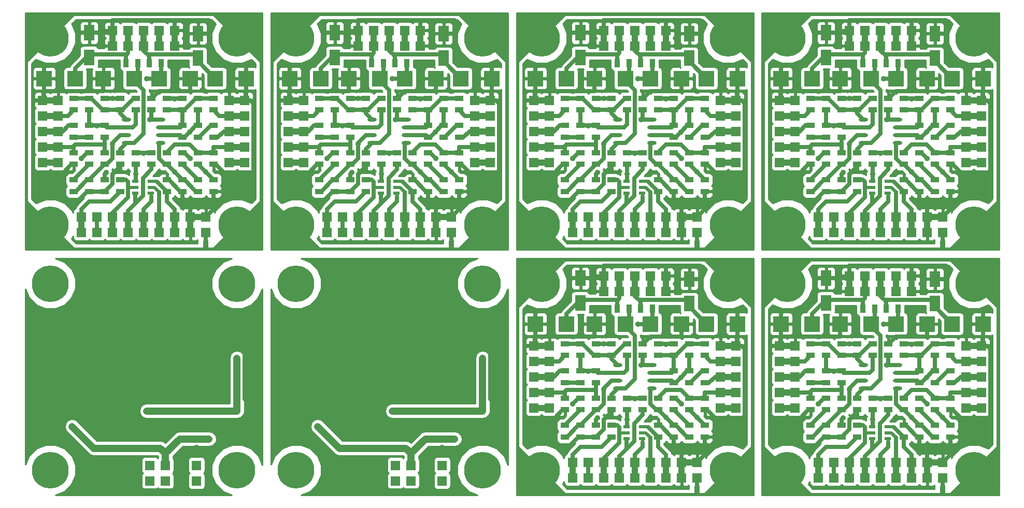
<source format=gbr>
G75*
G71*
%MOMM*%
%OFA0B0*%
%FSLAX53Y53*%
%IPPOS*%
%LPD*%
%ADD13C,0.25400*%
%ADD14C,0.50000*%
%ADD16R,1.00076X0.50000*%
%ADD17R,1.52400X1.52400*%
%ADD20R,1.39700X0.88900*%
%ADD21C,0.10000*%
%ADD24C,0.80000*%
%ADD26R,1.00076X0.50104*%
%ADD27R,2.55016X2.49936*%
%ADD28C,0.63500*%
%ADD30O,1.47320X0.60960*%
%ADD33R,1.80086X2.49936*%
%ADD34R,0.88900X1.39700*%
%ADD35C,0.88900*%
%ADD36C,0.50800*%
%ADD37C,1.20000*%
%ADD38C,6.00000*%
%ADD39C,1.01600*%
X0000000Y0000000D02*
G01*
D14*
D17*
X0021082Y0003048D03*
X0021082Y0005588D03*
X0023622Y0003048D03*
X0023622Y0005588D03*
X0026162Y0003048D03*
X0026162Y0005588D03*
X0028702Y0003048D03*
X0028702Y0005588D03*
D38*
X0035306Y0004826D03*
X0004826Y0035306D03*
X0004826Y0004826D03*
X0035306Y0035306D03*
D24*
X0030734Y0009906D03*
X0016512Y0008382D03*
X0008382Y0011938D03*
X0035306Y0023114D03*
X0035306Y0014478D03*
X0020574Y0014478D03*
X0028194Y0014478D03*
X0035814Y0010922D03*
X0029718Y0012446D03*
X0036830Y0016510D03*
X0036322Y0026162D03*
X0021590Y0028194D03*
X0021590Y0023622D03*
X0021590Y0019050D03*
X0013462Y0014478D03*
X0013462Y0019050D03*
X0013462Y0023622D03*
X0013462Y0028194D03*
X0005334Y0028194D03*
X0005334Y0023622D03*
X0005334Y0019050D03*
X0005334Y0014478D03*
X0008382Y0008382D03*
X0011938Y0005842D03*
X0013462Y0005334D03*
X0028702Y0008382D03*
X0026162Y0007550D03*
X0014478Y0034290D03*
X0019558Y0034290D03*
X0024130Y0034290D03*
X0029718Y0034290D03*
X0029718Y0028194D03*
X0029718Y0023622D03*
X0029718Y0018542D03*
D37*
X0016512Y0008382D02*
X0011938Y0008382D01*
X0030734Y0009906D02*
X0025978Y0009906D01*
X0025978Y0009906D02*
X0023622Y0007550D01*
X0011938Y0008382D02*
X0022790Y0008382D01*
X0022790Y0008382D02*
X0023622Y0007550D01*
X0023622Y0007550D02*
X0023622Y0005588D01*
X0008382Y0011938D02*
X0011938Y0008382D01*
X0035306Y0023114D02*
X0035306Y0014478D01*
X0028194Y0014478D02*
X0035306Y0014478D01*
X0028194Y0014478D02*
X0020574Y0014478D01*
X0029718Y0012446D02*
X0034290Y0012446D01*
X0034290Y0012446D02*
X0035814Y0010922D01*
X0036322Y0026162D02*
X0036830Y0025654D01*
X0036830Y0025654D02*
X0036830Y0016510D01*
X0029718Y0028194D02*
X0034290Y0028194D01*
X0034290Y0028194D02*
X0036322Y0026162D01*
X0021590Y0023622D02*
X0021590Y0028194D01*
X0013462Y0014478D02*
X0017018Y0014478D01*
X0017018Y0014478D02*
X0021590Y0019050D01*
X0013462Y0023622D02*
X0013462Y0019050D01*
X0005334Y0028194D02*
X0013462Y0028194D01*
X0005334Y0019050D02*
X0005334Y0023622D01*
X0008382Y0008382D02*
X0005334Y0011430D01*
X0005334Y0011430D02*
X0005334Y0014478D01*
X0011938Y0005842D02*
X0010922Y0005842D01*
X0010922Y0005842D02*
X0008382Y0008382D01*
X0016002Y0001270D02*
X0013462Y0003810D01*
X0013462Y0003810D02*
X0013462Y0005334D01*
X0026162Y0001270D02*
X0016002Y0001270D01*
X0026162Y0002624D02*
X0026162Y0001270D01*
X0026162Y0003048D02*
X0026162Y0002624D01*
X0026162Y0007550D02*
X0027870Y0007550D01*
X0027870Y0007550D02*
X0028702Y0008382D01*
X0026162Y0005588D02*
X0026162Y0007550D01*
X0024130Y0034290D02*
X0019558Y0034290D01*
X0029718Y0028194D02*
X0029718Y0034290D01*
X0029718Y0018542D02*
X0029718Y0023622D01*
D13*
G36*
X0032971Y0038807D02*
X0031809Y0037647D01*
X0031180Y0036131D01*
X0031178Y0034489D01*
X0031805Y0032971D01*
X0032965Y0031809D01*
X0034481Y0031180D01*
X0036123Y0031178D01*
X0037641Y0031805D01*
X0038803Y0032965D01*
X0039422Y0034457D01*
X0039422Y0005672D01*
X0038807Y0007161D01*
X0037647Y0008323D01*
X0036131Y0008952D01*
X0034489Y0008954D01*
X0032971Y0008327D01*
X0031809Y0007167D01*
X0031180Y0005651D01*
X0031178Y0004009D01*
X0031805Y0002491D01*
X0032965Y0001329D01*
X0034457Y0000710D01*
X0005672Y0000710D01*
X0007161Y0001325D01*
X0008323Y0002485D01*
X0008952Y0004001D01*
X0008954Y0005643D01*
X0008327Y0007161D01*
X0007167Y0008323D01*
X0005651Y0008952D01*
X0004009Y0008954D01*
X0002491Y0008327D01*
X0001329Y0007167D01*
X0000710Y0005675D01*
X0000710Y0011938D01*
X0007147Y0011938D01*
X0007241Y0011465D01*
X0007509Y0011065D01*
X0011065Y0007509D01*
X0011465Y0007241D01*
X0011938Y0007147D01*
X0022278Y0007147D01*
X0022387Y0007038D01*
X0022387Y0006783D01*
X0022353Y0006732D01*
X0022308Y0006801D01*
X0022096Y0006946D01*
X0021844Y0006997D01*
X0020320Y0006997D01*
X0020085Y0006953D01*
X0019869Y0006814D01*
X0019724Y0006602D01*
X0019673Y0006350D01*
X0019673Y0004826D01*
X0019717Y0004591D01*
X0019856Y0004375D01*
X0019938Y0004319D01*
X0019869Y0004274D01*
X0019724Y0004062D01*
X0019673Y0003810D01*
X0019673Y0002286D01*
X0019717Y0002051D01*
X0019856Y0001835D01*
X0020068Y0001690D01*
X0020320Y0001639D01*
X0021844Y0001639D01*
X0022079Y0001683D01*
X0022295Y0001822D01*
X0022351Y0001904D01*
X0022396Y0001835D01*
X0022608Y0001690D01*
X0022860Y0001639D01*
X0024384Y0001639D01*
X0024619Y0001683D01*
X0024835Y0001822D01*
X0024980Y0002034D01*
X0025031Y0002286D01*
X0025031Y0003810D01*
X0024987Y0004045D01*
X0024848Y0004261D01*
X0024766Y0004317D01*
X0024835Y0004362D01*
X0024980Y0004574D01*
X0025031Y0004826D01*
X0025031Y0006350D01*
X0027293Y0006350D01*
X0027293Y0004826D01*
X0027337Y0004591D01*
X0027476Y0004375D01*
X0027558Y0004319D01*
X0027489Y0004274D01*
X0027344Y0004062D01*
X0027293Y0003810D01*
X0027293Y0002286D01*
X0027337Y0002051D01*
X0027476Y0001835D01*
X0027688Y0001690D01*
X0027940Y0001639D01*
X0029464Y0001639D01*
X0029699Y0001683D01*
X0029915Y0001822D01*
X0030060Y0002034D01*
X0030111Y0002286D01*
X0030111Y0003810D01*
X0030067Y0004045D01*
X0029928Y0004261D01*
X0029846Y0004317D01*
X0029915Y0004362D01*
X0030060Y0004574D01*
X0030111Y0004826D01*
X0030111Y0006350D01*
X0030067Y0006585D01*
X0029928Y0006801D01*
X0029716Y0006946D01*
X0029464Y0006997D01*
X0027940Y0006997D01*
X0027705Y0006953D01*
X0027489Y0006814D01*
X0027344Y0006602D01*
X0027293Y0006350D01*
X0025031Y0006350D01*
X0024987Y0006585D01*
X0024857Y0006788D01*
X0024857Y0007038D01*
X0026490Y0008671D01*
X0030734Y0008671D01*
X0031207Y0008765D01*
X0031607Y0009033D01*
X0031875Y0009433D01*
X0031969Y0009906D01*
X0031875Y0010379D01*
X0031607Y0010779D01*
X0031207Y0011047D01*
X0030734Y0011141D01*
X0025978Y0011141D01*
X0025505Y0011047D01*
X0025105Y0010779D01*
X0023614Y0009288D01*
X0023263Y0009523D01*
X0022790Y0009617D01*
X0012450Y0009617D01*
X0009255Y0012811D01*
X0008855Y0013079D01*
X0008382Y0013173D01*
X0007909Y0013079D01*
X0007509Y0012811D01*
X0007241Y0012411D01*
X0007147Y0011938D01*
X0000710Y0011938D01*
X0000710Y0014478D01*
X0019339Y0014478D01*
X0019433Y0014005D01*
X0019701Y0013605D01*
X0020101Y0013337D01*
X0020574Y0013243D01*
X0035306Y0013243D01*
X0035779Y0013337D01*
X0036179Y0013605D01*
X0036447Y0014005D01*
X0036541Y0014478D01*
X0036541Y0023114D01*
X0036447Y0023587D01*
X0036179Y0023987D01*
X0035779Y0024255D01*
X0035306Y0024349D01*
X0034833Y0024255D01*
X0034433Y0023987D01*
X0034165Y0023587D01*
X0034071Y0023114D01*
X0034071Y0015713D01*
X0020574Y0015713D01*
X0020101Y0015619D01*
X0019701Y0015351D01*
X0019433Y0014951D01*
X0019339Y0014478D01*
X0000710Y0014478D01*
X0000710Y0034460D01*
X0001325Y0032971D01*
X0002485Y0031809D01*
X0004001Y0031180D01*
X0005643Y0031178D01*
X0007161Y0031805D01*
X0008323Y0032965D01*
X0008952Y0034481D01*
X0008954Y0036123D01*
X0008327Y0037641D01*
X0007167Y0038803D01*
X0005675Y0039422D01*
X0034460Y0039422D01*
X0032971Y0038807D01*
X0032971Y0038807D01*
G37*
X0032971Y0038807D02*
X0031809Y0037647D01*
X0031180Y0036131D01*
X0031178Y0034489D01*
X0031805Y0032971D01*
X0032965Y0031809D01*
X0034481Y0031180D01*
X0036123Y0031178D01*
X0037641Y0031805D01*
X0038803Y0032965D01*
X0039422Y0034457D01*
X0039422Y0005672D01*
X0038807Y0007161D01*
X0037647Y0008323D01*
X0036131Y0008952D01*
X0034489Y0008954D01*
X0032971Y0008327D01*
X0031809Y0007167D01*
X0031180Y0005651D01*
X0031178Y0004009D01*
X0031805Y0002491D01*
X0032965Y0001329D01*
X0034457Y0000710D01*
X0005672Y0000710D01*
X0007161Y0001325D01*
X0008323Y0002485D01*
X0008952Y0004001D01*
X0008954Y0005643D01*
X0008327Y0007161D01*
X0007167Y0008323D01*
X0005651Y0008952D01*
X0004009Y0008954D01*
X0002491Y0008327D01*
X0001329Y0007167D01*
X0000710Y0005675D01*
X0000710Y0011938D01*
X0007147Y0011938D01*
X0007241Y0011465D01*
X0007509Y0011065D01*
X0011065Y0007509D01*
X0011465Y0007241D01*
X0011938Y0007147D01*
X0022278Y0007147D01*
X0022387Y0007038D01*
X0022387Y0006783D01*
X0022353Y0006732D01*
X0022308Y0006801D01*
X0022096Y0006946D01*
X0021844Y0006997D01*
X0020320Y0006997D01*
X0020085Y0006953D01*
X0019869Y0006814D01*
X0019724Y0006602D01*
X0019673Y0006350D01*
X0019673Y0004826D01*
X0019717Y0004591D01*
X0019856Y0004375D01*
X0019938Y0004319D01*
X0019869Y0004274D01*
X0019724Y0004062D01*
X0019673Y0003810D01*
X0019673Y0002286D01*
X0019717Y0002051D01*
X0019856Y0001835D01*
X0020068Y0001690D01*
X0020320Y0001639D01*
X0021844Y0001639D01*
X0022079Y0001683D01*
X0022295Y0001822D01*
X0022351Y0001904D01*
X0022396Y0001835D01*
X0022608Y0001690D01*
X0022860Y0001639D01*
X0024384Y0001639D01*
X0024619Y0001683D01*
X0024835Y0001822D01*
X0024980Y0002034D01*
X0025031Y0002286D01*
X0025031Y0003810D01*
X0024987Y0004045D01*
X0024848Y0004261D01*
X0024766Y0004317D01*
X0024835Y0004362D01*
X0024980Y0004574D01*
X0025031Y0004826D01*
X0025031Y0006350D01*
X0027293Y0006350D01*
X0027293Y0004826D01*
X0027337Y0004591D01*
X0027476Y0004375D01*
X0027558Y0004319D01*
X0027489Y0004274D01*
X0027344Y0004062D01*
X0027293Y0003810D01*
X0027293Y0002286D01*
X0027337Y0002051D01*
X0027476Y0001835D01*
X0027688Y0001690D01*
X0027940Y0001639D01*
X0029464Y0001639D01*
X0029699Y0001683D01*
X0029915Y0001822D01*
X0030060Y0002034D01*
X0030111Y0002286D01*
X0030111Y0003810D01*
X0030067Y0004045D01*
X0029928Y0004261D01*
X0029846Y0004317D01*
X0029915Y0004362D01*
X0030060Y0004574D01*
X0030111Y0004826D01*
X0030111Y0006350D01*
X0030067Y0006585D01*
X0029928Y0006801D01*
X0029716Y0006946D01*
X0029464Y0006997D01*
X0027940Y0006997D01*
X0027705Y0006953D01*
X0027489Y0006814D01*
X0027344Y0006602D01*
X0027293Y0006350D01*
X0025031Y0006350D01*
X0024987Y0006585D01*
X0024857Y0006788D01*
X0024857Y0007038D01*
X0026490Y0008671D01*
X0030734Y0008671D01*
X0031207Y0008765D01*
X0031607Y0009033D01*
X0031875Y0009433D01*
X0031969Y0009906D01*
X0031875Y0010379D01*
X0031607Y0010779D01*
X0031207Y0011047D01*
X0030734Y0011141D01*
X0025978Y0011141D01*
X0025505Y0011047D01*
X0025105Y0010779D01*
X0023614Y0009288D01*
X0023263Y0009523D01*
X0022790Y0009617D01*
X0012450Y0009617D01*
X0009255Y0012811D01*
X0008855Y0013079D01*
X0008382Y0013173D01*
X0007909Y0013079D01*
X0007509Y0012811D01*
X0007241Y0012411D01*
X0007147Y0011938D01*
X0000710Y0011938D01*
X0000710Y0014478D01*
X0019339Y0014478D01*
X0019433Y0014005D01*
X0019701Y0013605D01*
X0020101Y0013337D01*
X0020574Y0013243D01*
X0035306Y0013243D01*
X0035779Y0013337D01*
X0036179Y0013605D01*
X0036447Y0014005D01*
X0036541Y0014478D01*
X0036541Y0023114D01*
X0036447Y0023587D01*
X0036179Y0023987D01*
X0035779Y0024255D01*
X0035306Y0024349D01*
X0034833Y0024255D01*
X0034433Y0023987D01*
X0034165Y0023587D01*
X0034071Y0023114D01*
X0034071Y0015713D01*
X0020574Y0015713D01*
X0020101Y0015619D01*
X0019701Y0015351D01*
X0019433Y0014951D01*
X0019339Y0014478D01*
X0000710Y0014478D01*
X0000710Y0034460D01*
X0001325Y0032971D01*
X0002485Y0031809D01*
X0004001Y0031180D01*
X0005643Y0031178D01*
X0007161Y0031805D01*
X0008323Y0032965D01*
X0008952Y0034481D01*
X0008954Y0036123D01*
X0008327Y0037641D01*
X0007167Y0038803D01*
X0005675Y0039422D01*
X0034460Y0039422D01*
X0032971Y0038807D01*
X0040130Y0000000D02*
G01*
D14*
D17*
X0061212Y0003048D03*
X0061212Y0005588D03*
X0063752Y0003048D03*
X0063752Y0005588D03*
X0066292Y0003048D03*
X0066292Y0005588D03*
X0068832Y0003048D03*
X0068832Y0005588D03*
D38*
X0075436Y0004826D03*
X0044956Y0035306D03*
X0044956Y0004826D03*
X0075436Y0035306D03*
D24*
X0070864Y0009906D03*
X0056642Y0008382D03*
X0048512Y0011938D03*
X0075436Y0023114D03*
X0075436Y0014478D03*
X0060704Y0014478D03*
X0068324Y0014478D03*
X0075944Y0010922D03*
X0069848Y0012446D03*
X0076960Y0016510D03*
X0076452Y0026162D03*
X0061720Y0028194D03*
X0061720Y0023622D03*
X0061720Y0019050D03*
X0053592Y0014478D03*
X0053592Y0019050D03*
X0053592Y0023622D03*
X0053592Y0028194D03*
X0045464Y0028194D03*
X0045464Y0023622D03*
X0045464Y0019050D03*
X0045464Y0014478D03*
X0048512Y0008382D03*
X0052068Y0005842D03*
X0053592Y0005334D03*
X0068832Y0008382D03*
X0066292Y0007550D03*
X0054608Y0034290D03*
X0059688Y0034290D03*
X0064260Y0034290D03*
X0069848Y0034290D03*
X0069848Y0028194D03*
X0069848Y0023622D03*
X0069848Y0018542D03*
D37*
X0056642Y0008382D02*
X0052068Y0008382D01*
X0070864Y0009906D02*
X0066108Y0009906D01*
X0066108Y0009906D02*
X0063752Y0007550D01*
X0052068Y0008382D02*
X0062920Y0008382D01*
X0062920Y0008382D02*
X0063752Y0007550D01*
X0063752Y0007550D02*
X0063752Y0005588D01*
X0048512Y0011938D02*
X0052068Y0008382D01*
X0075436Y0023114D02*
X0075436Y0014478D01*
X0068324Y0014478D02*
X0075436Y0014478D01*
X0068324Y0014478D02*
X0060704Y0014478D01*
X0069848Y0012446D02*
X0074420Y0012446D01*
X0074420Y0012446D02*
X0075944Y0010922D01*
X0076452Y0026162D02*
X0076960Y0025654D01*
X0076960Y0025654D02*
X0076960Y0016510D01*
X0069848Y0028194D02*
X0074420Y0028194D01*
X0074420Y0028194D02*
X0076452Y0026162D01*
X0061720Y0023622D02*
X0061720Y0028194D01*
X0053592Y0014478D02*
X0057148Y0014478D01*
X0057148Y0014478D02*
X0061720Y0019050D01*
X0053592Y0023622D02*
X0053592Y0019050D01*
X0045464Y0028194D02*
X0053592Y0028194D01*
X0045464Y0019050D02*
X0045464Y0023622D01*
X0048512Y0008382D02*
X0045464Y0011430D01*
X0045464Y0011430D02*
X0045464Y0014478D01*
X0052068Y0005842D02*
X0051052Y0005842D01*
X0051052Y0005842D02*
X0048512Y0008382D01*
X0056132Y0001270D02*
X0053592Y0003810D01*
X0053592Y0003810D02*
X0053592Y0005334D01*
X0066292Y0001270D02*
X0056132Y0001270D01*
X0066292Y0002624D02*
X0066292Y0001270D01*
X0066292Y0003048D02*
X0066292Y0002624D01*
X0066292Y0007550D02*
X0068000Y0007550D01*
X0068000Y0007550D02*
X0068832Y0008382D01*
X0066292Y0005588D02*
X0066292Y0007550D01*
X0064260Y0034290D02*
X0059688Y0034290D01*
X0069848Y0028194D02*
X0069848Y0034290D01*
X0069848Y0018542D02*
X0069848Y0023622D01*
D13*
G36*
X0073101Y0038807D02*
X0071939Y0037647D01*
X0071310Y0036131D01*
X0071308Y0034489D01*
X0071935Y0032971D01*
X0073095Y0031809D01*
X0074611Y0031180D01*
X0076253Y0031178D01*
X0077771Y0031805D01*
X0078933Y0032965D01*
X0079552Y0034457D01*
X0079552Y0005672D01*
X0078937Y0007161D01*
X0077777Y0008323D01*
X0076261Y0008952D01*
X0074619Y0008954D01*
X0073101Y0008327D01*
X0071939Y0007167D01*
X0071310Y0005651D01*
X0071308Y0004009D01*
X0071935Y0002491D01*
X0073095Y0001329D01*
X0074587Y0000710D01*
X0045802Y0000710D01*
X0047291Y0001325D01*
X0048453Y0002485D01*
X0049082Y0004001D01*
X0049084Y0005643D01*
X0048457Y0007161D01*
X0047297Y0008323D01*
X0045781Y0008952D01*
X0044139Y0008954D01*
X0042621Y0008327D01*
X0041459Y0007167D01*
X0040840Y0005675D01*
X0040840Y0011938D01*
X0047277Y0011938D01*
X0047371Y0011465D01*
X0047639Y0011065D01*
X0051195Y0007509D01*
X0051595Y0007241D01*
X0052068Y0007147D01*
X0062408Y0007147D01*
X0062517Y0007038D01*
X0062517Y0006783D01*
X0062483Y0006732D01*
X0062438Y0006801D01*
X0062226Y0006946D01*
X0061974Y0006997D01*
X0060450Y0006997D01*
X0060215Y0006953D01*
X0059999Y0006814D01*
X0059854Y0006602D01*
X0059803Y0006350D01*
X0059803Y0004826D01*
X0059847Y0004591D01*
X0059986Y0004375D01*
X0060068Y0004319D01*
X0059999Y0004274D01*
X0059854Y0004062D01*
X0059803Y0003810D01*
X0059803Y0002286D01*
X0059847Y0002051D01*
X0059986Y0001835D01*
X0060198Y0001690D01*
X0060450Y0001639D01*
X0061974Y0001639D01*
X0062209Y0001683D01*
X0062425Y0001822D01*
X0062481Y0001904D01*
X0062526Y0001835D01*
X0062738Y0001690D01*
X0062990Y0001639D01*
X0064514Y0001639D01*
X0064749Y0001683D01*
X0064965Y0001822D01*
X0065110Y0002034D01*
X0065161Y0002286D01*
X0065161Y0003810D01*
X0065117Y0004045D01*
X0064978Y0004261D01*
X0064896Y0004317D01*
X0064965Y0004362D01*
X0065110Y0004574D01*
X0065161Y0004826D01*
X0065161Y0006350D01*
X0067423Y0006350D01*
X0067423Y0004826D01*
X0067467Y0004591D01*
X0067606Y0004375D01*
X0067688Y0004319D01*
X0067619Y0004274D01*
X0067474Y0004062D01*
X0067423Y0003810D01*
X0067423Y0002286D01*
X0067467Y0002051D01*
X0067606Y0001835D01*
X0067818Y0001690D01*
X0068070Y0001639D01*
X0069594Y0001639D01*
X0069829Y0001683D01*
X0070045Y0001822D01*
X0070190Y0002034D01*
X0070241Y0002286D01*
X0070241Y0003810D01*
X0070197Y0004045D01*
X0070058Y0004261D01*
X0069976Y0004317D01*
X0070045Y0004362D01*
X0070190Y0004574D01*
X0070241Y0004826D01*
X0070241Y0006350D01*
X0070197Y0006585D01*
X0070058Y0006801D01*
X0069846Y0006946D01*
X0069594Y0006997D01*
X0068070Y0006997D01*
X0067835Y0006953D01*
X0067619Y0006814D01*
X0067474Y0006602D01*
X0067423Y0006350D01*
X0065161Y0006350D01*
X0065117Y0006585D01*
X0064987Y0006788D01*
X0064987Y0007038D01*
X0066620Y0008671D01*
X0070864Y0008671D01*
X0071337Y0008765D01*
X0071737Y0009033D01*
X0072005Y0009433D01*
X0072099Y0009906D01*
X0072005Y0010379D01*
X0071737Y0010779D01*
X0071337Y0011047D01*
X0070864Y0011141D01*
X0066108Y0011141D01*
X0065635Y0011047D01*
X0065235Y0010779D01*
X0063744Y0009288D01*
X0063393Y0009523D01*
X0062920Y0009617D01*
X0052580Y0009617D01*
X0049385Y0012811D01*
X0048985Y0013079D01*
X0048512Y0013173D01*
X0048039Y0013079D01*
X0047639Y0012811D01*
X0047371Y0012411D01*
X0047277Y0011938D01*
X0040840Y0011938D01*
X0040840Y0014478D01*
X0059469Y0014478D01*
X0059563Y0014005D01*
X0059831Y0013605D01*
X0060231Y0013337D01*
X0060704Y0013243D01*
X0075436Y0013243D01*
X0075909Y0013337D01*
X0076309Y0013605D01*
X0076577Y0014005D01*
X0076671Y0014478D01*
X0076671Y0023114D01*
X0076577Y0023587D01*
X0076309Y0023987D01*
X0075909Y0024255D01*
X0075436Y0024349D01*
X0074963Y0024255D01*
X0074563Y0023987D01*
X0074295Y0023587D01*
X0074201Y0023114D01*
X0074201Y0015713D01*
X0060704Y0015713D01*
X0060231Y0015619D01*
X0059831Y0015351D01*
X0059563Y0014951D01*
X0059469Y0014478D01*
X0040840Y0014478D01*
X0040840Y0034460D01*
X0041455Y0032971D01*
X0042615Y0031809D01*
X0044131Y0031180D01*
X0045773Y0031178D01*
X0047291Y0031805D01*
X0048453Y0032965D01*
X0049082Y0034481D01*
X0049084Y0036123D01*
X0048457Y0037641D01*
X0047297Y0038803D01*
X0045805Y0039422D01*
X0074590Y0039422D01*
X0073101Y0038807D01*
X0073101Y0038807D01*
G37*
X0073101Y0038807D02*
X0071939Y0037647D01*
X0071310Y0036131D01*
X0071308Y0034489D01*
X0071935Y0032971D01*
X0073095Y0031809D01*
X0074611Y0031180D01*
X0076253Y0031178D01*
X0077771Y0031805D01*
X0078933Y0032965D01*
X0079552Y0034457D01*
X0079552Y0005672D01*
X0078937Y0007161D01*
X0077777Y0008323D01*
X0076261Y0008952D01*
X0074619Y0008954D01*
X0073101Y0008327D01*
X0071939Y0007167D01*
X0071310Y0005651D01*
X0071308Y0004009D01*
X0071935Y0002491D01*
X0073095Y0001329D01*
X0074587Y0000710D01*
X0045802Y0000710D01*
X0047291Y0001325D01*
X0048453Y0002485D01*
X0049082Y0004001D01*
X0049084Y0005643D01*
X0048457Y0007161D01*
X0047297Y0008323D01*
X0045781Y0008952D01*
X0044139Y0008954D01*
X0042621Y0008327D01*
X0041459Y0007167D01*
X0040840Y0005675D01*
X0040840Y0011938D01*
X0047277Y0011938D01*
X0047371Y0011465D01*
X0047639Y0011065D01*
X0051195Y0007509D01*
X0051595Y0007241D01*
X0052068Y0007147D01*
X0062408Y0007147D01*
X0062517Y0007038D01*
X0062517Y0006783D01*
X0062483Y0006732D01*
X0062438Y0006801D01*
X0062226Y0006946D01*
X0061974Y0006997D01*
X0060450Y0006997D01*
X0060215Y0006953D01*
X0059999Y0006814D01*
X0059854Y0006602D01*
X0059803Y0006350D01*
X0059803Y0004826D01*
X0059847Y0004591D01*
X0059986Y0004375D01*
X0060068Y0004319D01*
X0059999Y0004274D01*
X0059854Y0004062D01*
X0059803Y0003810D01*
X0059803Y0002286D01*
X0059847Y0002051D01*
X0059986Y0001835D01*
X0060198Y0001690D01*
X0060450Y0001639D01*
X0061974Y0001639D01*
X0062209Y0001683D01*
X0062425Y0001822D01*
X0062481Y0001904D01*
X0062526Y0001835D01*
X0062738Y0001690D01*
X0062990Y0001639D01*
X0064514Y0001639D01*
X0064749Y0001683D01*
X0064965Y0001822D01*
X0065110Y0002034D01*
X0065161Y0002286D01*
X0065161Y0003810D01*
X0065117Y0004045D01*
X0064978Y0004261D01*
X0064896Y0004317D01*
X0064965Y0004362D01*
X0065110Y0004574D01*
X0065161Y0004826D01*
X0065161Y0006350D01*
X0067423Y0006350D01*
X0067423Y0004826D01*
X0067467Y0004591D01*
X0067606Y0004375D01*
X0067688Y0004319D01*
X0067619Y0004274D01*
X0067474Y0004062D01*
X0067423Y0003810D01*
X0067423Y0002286D01*
X0067467Y0002051D01*
X0067606Y0001835D01*
X0067818Y0001690D01*
X0068070Y0001639D01*
X0069594Y0001639D01*
X0069829Y0001683D01*
X0070045Y0001822D01*
X0070190Y0002034D01*
X0070241Y0002286D01*
X0070241Y0003810D01*
X0070197Y0004045D01*
X0070058Y0004261D01*
X0069976Y0004317D01*
X0070045Y0004362D01*
X0070190Y0004574D01*
X0070241Y0004826D01*
X0070241Y0006350D01*
X0070197Y0006585D01*
X0070058Y0006801D01*
X0069846Y0006946D01*
X0069594Y0006997D01*
X0068070Y0006997D01*
X0067835Y0006953D01*
X0067619Y0006814D01*
X0067474Y0006602D01*
X0067423Y0006350D01*
X0065161Y0006350D01*
X0065117Y0006585D01*
X0064987Y0006788D01*
X0064987Y0007038D01*
X0066620Y0008671D01*
X0070864Y0008671D01*
X0071337Y0008765D01*
X0071737Y0009033D01*
X0072005Y0009433D01*
X0072099Y0009906D01*
X0072005Y0010379D01*
X0071737Y0010779D01*
X0071337Y0011047D01*
X0070864Y0011141D01*
X0066108Y0011141D01*
X0065635Y0011047D01*
X0065235Y0010779D01*
X0063744Y0009288D01*
X0063393Y0009523D01*
X0062920Y0009617D01*
X0052580Y0009617D01*
X0049385Y0012811D01*
X0048985Y0013079D01*
X0048512Y0013173D01*
X0048039Y0013079D01*
X0047639Y0012811D01*
X0047371Y0012411D01*
X0047277Y0011938D01*
X0040840Y0011938D01*
X0040840Y0014478D01*
X0059469Y0014478D01*
X0059563Y0014005D01*
X0059831Y0013605D01*
X0060231Y0013337D01*
X0060704Y0013243D01*
X0075436Y0013243D01*
X0075909Y0013337D01*
X0076309Y0013605D01*
X0076577Y0014005D01*
X0076671Y0014478D01*
X0076671Y0023114D01*
X0076577Y0023587D01*
X0076309Y0023987D01*
X0075909Y0024255D01*
X0075436Y0024349D01*
X0074963Y0024255D01*
X0074563Y0023987D01*
X0074295Y0023587D01*
X0074201Y0023114D01*
X0074201Y0015713D01*
X0060704Y0015713D01*
X0060231Y0015619D01*
X0059831Y0015351D01*
X0059563Y0014951D01*
X0059469Y0014478D01*
X0040840Y0014478D01*
X0040840Y0034460D01*
X0041455Y0032971D01*
X0042615Y0031809D01*
X0044131Y0031180D01*
X0045773Y0031178D01*
X0047291Y0031805D01*
X0048453Y0032965D01*
X0049082Y0034481D01*
X0049084Y0036123D01*
X0048457Y0037641D01*
X0047297Y0038803D01*
X0045805Y0039422D01*
X0074590Y0039422D01*
X0073101Y0038807D01*
X0080260Y0000000D02*
G01*
D21*
D17*
X0116836Y0014986D03*
X0114296Y0014986D03*
X0116836Y0017526D03*
X0114296Y0017526D03*
X0116836Y0020066D03*
X0114296Y0020066D03*
X0116836Y0022606D03*
X0114296Y0022606D03*
X0116836Y0025146D03*
X0114296Y0025146D03*
D20*
X0111756Y0019113D03*
X0111756Y0021018D03*
D30*
X0097532Y0021971D03*
X0097532Y0020701D03*
X0097532Y0019431D03*
X0097532Y0018161D03*
X0103120Y0018161D03*
X0103120Y0019431D03*
X0103120Y0020701D03*
X0103120Y0021971D03*
D20*
X0091436Y0016573D03*
X0091436Y0014668D03*
X0093976Y0025463D03*
X0093976Y0023558D03*
X0088896Y0023558D03*
X0088896Y0025463D03*
X0088896Y0021018D03*
X0088896Y0019113D03*
X0099056Y0023558D03*
X0099056Y0025463D03*
X0101596Y0023558D03*
X0101596Y0025463D03*
X0096516Y0014668D03*
X0096516Y0016573D03*
X0099056Y0014668D03*
X0099056Y0016573D03*
X0101596Y0014668D03*
X0101596Y0016573D03*
X0104136Y0025463D03*
X0104136Y0023558D03*
X0106676Y0016573D03*
X0106676Y0014668D03*
X0111756Y0023558D03*
X0111756Y0025463D03*
X0106676Y0019113D03*
X0106676Y0021018D03*
D17*
X0110486Y0006096D03*
X0110486Y0003556D03*
X0105406Y0036576D03*
X0105406Y0034036D03*
X0102866Y0036576D03*
X0102866Y0034036D03*
X0100326Y0036576D03*
X0100326Y0034036D03*
X0097786Y0036576D03*
X0097786Y0034036D03*
X0095246Y0036576D03*
X0095246Y0034036D03*
X0086356Y0014986D03*
X0083816Y0014986D03*
X0086356Y0017526D03*
X0083816Y0017526D03*
X0086356Y0020066D03*
X0083816Y0020066D03*
X0086356Y0022606D03*
X0083816Y0022606D03*
X0086356Y0025146D03*
X0083816Y0025146D03*
D38*
X0085086Y0004826D03*
X0085086Y0035306D03*
X0115566Y0004826D03*
X0115566Y0035306D03*
D20*
X0093976Y0014668D03*
X0093976Y0016573D03*
X0093976Y0021018D03*
X0093976Y0019113D03*
X0088896Y0010223D03*
X0088896Y0012128D03*
X0091436Y0012128D03*
X0091436Y0010223D03*
X0096516Y0023558D03*
X0096516Y0025463D03*
X0093976Y0012128D03*
X0093976Y0010223D03*
X0091436Y0021018D03*
X0091436Y0019113D03*
X0091436Y0025463D03*
X0091436Y0023558D03*
D34*
X0103184Y0031242D03*
X0101279Y0031242D03*
X0099374Y0031242D03*
X0097469Y0031242D03*
D20*
X0109216Y0010223D03*
X0109216Y0012128D03*
X0106676Y0023558D03*
X0106676Y0025463D03*
X0106676Y0010223D03*
X0106676Y0012128D03*
X0104136Y0014668D03*
X0104136Y0016573D03*
X0109216Y0014668D03*
X0109216Y0016573D03*
X0111756Y0010223D03*
X0111756Y0012128D03*
X0109216Y0021018D03*
X0109216Y0019113D03*
X0109216Y0025463D03*
X0109216Y0023558D03*
D33*
X0091436Y0032164D03*
X0091436Y0036162D03*
X0109216Y0036035D03*
X0109216Y0032037D03*
D20*
X0088896Y0016573D03*
X0088896Y0014668D03*
X0111756Y0016573D03*
X0111756Y0014668D03*
D27*
X0117075Y0028702D03*
X0112025Y0028702D03*
X0089135Y0028702D03*
X0084085Y0028702D03*
X0107931Y0028702D03*
X0102881Y0028702D03*
X0098787Y0028702D03*
X0093737Y0028702D03*
D17*
X0107946Y0006096D03*
X0107946Y0003556D03*
X0105406Y0006096D03*
X0105406Y0003556D03*
X0102866Y0006096D03*
X0102866Y0003556D03*
X0100326Y0006096D03*
X0100326Y0003556D03*
X0097786Y0006096D03*
X0097786Y0003556D03*
X0095246Y0006096D03*
X0095246Y0003556D03*
X0092706Y0006096D03*
X0092706Y0003556D03*
X0090166Y0006096D03*
X0090166Y0003556D03*
D20*
X0096516Y0010223D03*
X0096516Y0012128D03*
X0104136Y0010223D03*
X0104136Y0012128D03*
D16*
X0101469Y0011874D03*
X0101469Y0010922D03*
D26*
X0101469Y0009969D03*
D16*
X0098929Y0009969D03*
X0098929Y0010922D03*
X0098929Y0011874D03*
X0098929Y0010922D03*
X0101469Y0011874D03*
X0101469Y0009969D03*
X0101469Y0010922D03*
X0098929Y0009969D03*
X0098929Y0011874D03*
D35*
X0090166Y0015621D03*
X0107946Y0026670D03*
X0101342Y0021971D03*
X0100834Y0028702D03*
X0107946Y0015621D03*
X0095246Y0025463D03*
X0095246Y0018034D03*
X0092706Y0020955D03*
X0094230Y0013335D03*
X0110454Y0013430D03*
X0107819Y0019939D03*
X0105374Y0013430D03*
X0105406Y0025400D03*
X0099056Y0013081D03*
X0100326Y0016510D03*
D28*
X0091436Y0016573D02*
X0091119Y0016573D01*
X0091119Y0016573D02*
X0090166Y0015621D01*
D39*
X0083816Y0014986D02*
X0085086Y0014986D01*
X0085086Y0014986D02*
X0086356Y0014986D01*
D28*
X0086356Y0022606D02*
X0087944Y0022606D01*
X0087944Y0022606D02*
X0088896Y0023558D01*
D39*
X0083816Y0022606D02*
X0086356Y0022606D01*
D28*
X0086356Y0020066D02*
X0087118Y0020066D01*
X0087118Y0020066D02*
X0088071Y0021018D01*
X0088071Y0021018D02*
X0088896Y0021018D01*
X0088896Y0021018D02*
X0089214Y0021018D01*
D39*
X0083816Y0020066D02*
X0086356Y0020066D01*
D28*
X0109216Y0032037D02*
X0109216Y0031511D01*
X0109216Y0031511D02*
X0112025Y0028702D01*
X0101279Y0031242D02*
X0101279Y0032321D01*
X0101279Y0032321D02*
X0100961Y0032639D01*
X0100326Y0034036D02*
X0100326Y0033274D01*
X0100326Y0033274D02*
X0100961Y0032639D01*
X0100961Y0032639D02*
X0108614Y0032639D01*
X0108614Y0032639D02*
X0109216Y0032037D01*
D39*
X0100326Y0036576D02*
X0100326Y0034036D01*
D28*
X0107931Y0026685D02*
X0107931Y0026782D01*
X0107946Y0026670D02*
X0107931Y0026685D01*
X0107946Y0007620D02*
X0107946Y0006096D01*
X0106676Y0008890D02*
X0107946Y0007620D01*
X0106676Y0010223D02*
X0106676Y0008890D01*
X0086356Y0009906D02*
X0086356Y0013081D01*
X0088261Y0008001D02*
X0086356Y0009906D01*
X0088896Y0008001D02*
X0088261Y0008001D01*
X0091119Y0010223D02*
X0088896Y0008001D01*
X0091436Y0010223D02*
X0091119Y0010223D01*
X0086356Y0013081D02*
X0082292Y0013081D01*
X0111756Y0007366D02*
X0110486Y0006096D01*
X0104136Y0012128D02*
X0104454Y0012128D01*
X0104454Y0012128D02*
X0106359Y0010223D01*
X0106359Y0010223D02*
X0106676Y0010223D01*
D39*
X0107946Y0006096D02*
X0110486Y0006096D01*
X0107946Y0006096D02*
X0107946Y0003556D01*
D28*
X0111756Y0010223D02*
X0111756Y0007366D01*
X0111756Y0007366D02*
X0111756Y0007493D01*
X0111756Y0007493D02*
X0111756Y0007747D01*
X0111756Y0007747D02*
X0111756Y0007493D01*
X0110994Y0036068D02*
X0110994Y0033020D01*
X0117075Y0030876D02*
X0117075Y0028702D01*
X0116963Y0030988D02*
X0117075Y0030876D01*
X0113026Y0030988D02*
X0116963Y0030988D01*
X0110994Y0033020D02*
X0113026Y0030988D01*
X0117075Y0028702D02*
X0117075Y0025385D01*
X0117075Y0025385D02*
X0116836Y0025146D01*
X0084085Y0026685D02*
X0084085Y0025415D01*
X0084085Y0025415D02*
X0083816Y0025146D01*
X0110994Y0036068D02*
X0109249Y0036068D01*
X0109249Y0036068D02*
X0109216Y0036035D01*
X0084085Y0028702D02*
X0084085Y0030876D01*
X0089625Y0036162D02*
X0091436Y0036162D01*
X0089531Y0036068D02*
X0089625Y0036162D01*
X0089531Y0033401D02*
X0089531Y0036068D01*
X0086991Y0030861D02*
X0089531Y0033401D01*
X0084100Y0030861D02*
X0086991Y0030861D01*
X0084085Y0030876D02*
X0084100Y0030861D01*
X0091436Y0036162D02*
X0094832Y0036162D01*
X0094832Y0036162D02*
X0095246Y0036576D01*
X0095152Y0036670D02*
X0095246Y0036576D01*
X0084085Y0028702D02*
X0084085Y0026685D01*
X0093737Y0026685D02*
X0093737Y0028702D01*
X0093722Y0026670D02*
X0093737Y0026685D01*
X0084100Y0026670D02*
X0093722Y0026670D01*
X0084085Y0026685D02*
X0084100Y0026670D01*
X0111756Y0014668D02*
X0112074Y0014668D01*
X0112074Y0014668D02*
X0113661Y0013081D01*
X0113661Y0013081D02*
X0118233Y0013081D01*
X0088896Y0014668D02*
X0088579Y0014668D01*
X0088579Y0014668D02*
X0086991Y0013081D01*
X0086991Y0013081D02*
X0086356Y0013081D01*
X0096516Y0014668D02*
X0096516Y0014351D01*
X0096516Y0014351D02*
X0095246Y0013081D01*
X0095246Y0013081D02*
X0095246Y0011493D01*
X0095246Y0011493D02*
X0093976Y0010223D01*
X0093976Y0010223D02*
X0091436Y0010223D01*
X0083816Y0025146D02*
X0082292Y0025146D01*
X0082292Y0025146D02*
X0082419Y0025146D01*
X0082419Y0025146D02*
X0082292Y0025146D01*
X0082292Y0025146D02*
X0082292Y0013081D01*
X0105406Y0036576D02*
X0105406Y0038227D01*
X0105406Y0038227D02*
X0105406Y0038100D01*
X0105406Y0038100D02*
X0105406Y0038227D01*
X0107931Y0028702D02*
X0107931Y0026782D01*
X0107931Y0026782D02*
X0107819Y0026670D01*
X0116836Y0025146D02*
X0117725Y0025146D01*
X0117725Y0025146D02*
X0118233Y0024638D01*
X0095246Y0036576D02*
X0095246Y0038227D01*
X0095246Y0038227D02*
X0105406Y0038227D01*
X0105406Y0038227D02*
X0110994Y0038227D01*
X0110994Y0038227D02*
X0110994Y0036068D01*
X0113788Y0009525D02*
X0111756Y0007493D01*
X0117979Y0009525D02*
X0113788Y0009525D01*
X0118233Y0009271D02*
X0117979Y0009525D01*
X0118233Y0013081D02*
X0118233Y0009271D01*
X0118233Y0024638D02*
X0118233Y0013081D01*
X0101596Y0025463D02*
X0101660Y0025463D01*
X0101660Y0025463D02*
X0102866Y0026670D01*
X0102866Y0026670D02*
X0107819Y0026670D01*
X0107931Y0028702D02*
X0107931Y0028590D01*
X0084085Y0028702D02*
X0084085Y0028433D01*
D13*
X0116836Y0025146D02*
X0117471Y0025146D01*
X0105406Y0036576D02*
X0105406Y0037211D01*
D39*
X0114296Y0025146D02*
X0115566Y0025146D01*
X0115566Y0025146D02*
X0116836Y0025146D01*
X0083816Y0025146D02*
X0085086Y0025146D01*
X0085086Y0025146D02*
X0086356Y0025146D01*
X0105406Y0036576D02*
X0105406Y0035306D01*
X0105406Y0035306D02*
X0105406Y0034036D01*
X0095246Y0036576D02*
X0095246Y0035306D01*
X0095246Y0035306D02*
X0095246Y0034036D01*
D28*
X0090166Y0006096D02*
X0090166Y0007366D01*
X0090166Y0007366D02*
X0091436Y0008636D01*
X0091436Y0008636D02*
X0094929Y0008636D01*
X0094929Y0008636D02*
X0096516Y0010223D01*
X0090166Y0006096D02*
X0090166Y0006731D01*
D39*
X0090166Y0006096D02*
X0090166Y0003556D01*
D28*
X0101596Y0023558D02*
X0101596Y0022225D01*
X0101596Y0022225D02*
X0101342Y0021971D01*
X0103120Y0021971D02*
X0101342Y0021971D01*
X0102881Y0028702D02*
X0100834Y0028702D01*
X0101596Y0023558D02*
X0101596Y0023495D01*
X0103184Y0031242D02*
X0103184Y0029004D01*
X0103184Y0029004D02*
X0102881Y0028702D01*
X0103184Y0029004D02*
X0102881Y0028702D01*
X0089135Y0028702D02*
X0089135Y0030371D01*
X0089135Y0030371D02*
X0091436Y0032672D01*
X0097469Y0031242D02*
X0097469Y0032672D01*
X0097469Y0032672D02*
X0097565Y0032672D01*
X0097786Y0034036D02*
X0097786Y0032893D01*
X0097565Y0032672D02*
X0091436Y0032672D01*
X0097786Y0032893D02*
X0097565Y0032672D01*
X0091436Y0032672D02*
X0091436Y0031989D01*
D39*
X0102866Y0036576D02*
X0102866Y0034036D01*
X0097786Y0036576D02*
X0097786Y0034036D01*
D28*
X0096516Y0016573D02*
X0096516Y0017145D01*
X0096516Y0017145D02*
X0097532Y0018161D01*
X0098787Y0028702D02*
X0098787Y0028336D01*
X0098787Y0028336D02*
X0100326Y0026797D01*
X0098802Y0018161D02*
X0097532Y0018161D01*
X0100326Y0019685D02*
X0098802Y0018161D01*
X0100326Y0022733D02*
X0100326Y0019685D01*
X0100326Y0026797D02*
X0100326Y0022733D01*
X0099374Y0031242D02*
X0099374Y0029289D01*
X0099374Y0029289D02*
X0098787Y0028702D01*
X0099374Y0029289D02*
X0098787Y0028702D01*
X0106676Y0016573D02*
X0106994Y0016573D01*
X0106994Y0016573D02*
X0107946Y0015621D01*
D39*
X0114296Y0014986D02*
X0115566Y0014986D01*
X0115566Y0014986D02*
X0116836Y0014986D01*
D28*
X0114296Y0022606D02*
X0112709Y0022606D01*
X0112709Y0022606D02*
X0111756Y0023558D01*
D39*
X0114296Y0022606D02*
X0116836Y0022606D01*
D28*
X0114296Y0020066D02*
X0113407Y0020066D01*
X0113407Y0020066D02*
X0112455Y0019113D01*
X0112455Y0019113D02*
X0111756Y0019113D01*
D39*
X0114296Y0020066D02*
X0116836Y0020066D01*
D28*
X0110486Y0003556D02*
X0110486Y0001016D01*
D13*
X0115566Y0035306D02*
X0111756Y0039116D01*
X0111756Y0039116D02*
X0088896Y0039116D01*
X0081276Y0008636D02*
X0085086Y0004826D01*
X0081276Y0031496D02*
X0081276Y0008636D01*
X0085086Y0035306D02*
X0081276Y0031496D01*
X0088896Y0039116D02*
X0085086Y0035306D01*
X0115566Y0004826D02*
X0119376Y0008636D01*
X0119376Y0031496D02*
X0115566Y0035306D01*
X0119376Y0008636D02*
X0119376Y0031496D01*
X0085086Y0004826D02*
X0088896Y0001016D01*
X0088896Y0001016D02*
X0109216Y0001016D01*
X0111756Y0001016D02*
X0115566Y0004826D01*
X0109216Y0001016D02*
X0110486Y0001016D01*
X0110486Y0001016D02*
X0111756Y0001016D01*
D28*
X0093976Y0017907D02*
X0089150Y0017907D01*
X0089150Y0017907D02*
X0088769Y0017526D01*
X0093976Y0019113D02*
X0093976Y0017907D01*
X0093976Y0017907D02*
X0093976Y0016573D01*
X0086356Y0017526D02*
X0088769Y0017526D01*
X0088896Y0017399D02*
X0088896Y0016573D01*
X0088769Y0017526D02*
X0088896Y0017399D01*
D39*
X0083816Y0017526D02*
X0086356Y0017526D01*
D28*
X0104136Y0016573D02*
X0104136Y0016637D01*
X0104136Y0016637D02*
X0105406Y0017907D01*
X0105406Y0017907D02*
X0107883Y0017907D01*
X0107883Y0017907D02*
X0109216Y0016573D01*
X0109216Y0016573D02*
X0111756Y0016573D01*
X0114296Y0017526D02*
X0111883Y0017526D01*
X0111883Y0017526D02*
X0111756Y0017526D01*
X0111756Y0017526D02*
X0111756Y0016573D01*
D39*
X0114296Y0017526D02*
X0116836Y0017526D01*
D28*
X0095246Y0018034D02*
X0095246Y0015621D01*
X0095246Y0015621D02*
X0094294Y0014668D01*
X0094294Y0014668D02*
X0093976Y0014668D01*
X0095246Y0018161D02*
X0095246Y0018034D01*
X0093976Y0014668D02*
X0094294Y0014668D01*
X0096516Y0019431D02*
X0097532Y0019431D01*
X0095246Y0018161D02*
X0096516Y0019431D01*
X0091436Y0012128D02*
X0093976Y0014668D01*
X0088896Y0010223D02*
X0089214Y0010223D01*
X0089214Y0010223D02*
X0091119Y0012128D01*
X0091119Y0012128D02*
X0091436Y0012128D01*
X0093976Y0025463D02*
X0095246Y0025463D01*
X0095246Y0025463D02*
X0096516Y0025463D01*
X0096516Y0023558D02*
X0096516Y0022987D01*
X0096516Y0022987D02*
X0097532Y0021971D01*
X0096516Y0023558D02*
X0096834Y0023558D01*
X0096834Y0023558D02*
X0098739Y0025463D01*
X0098739Y0025463D02*
X0099056Y0025463D01*
X0093976Y0023558D02*
X0096516Y0023558D01*
X0091436Y0025463D02*
X0091754Y0025463D01*
X0091754Y0025463D02*
X0093659Y0023558D01*
X0093659Y0023558D02*
X0093976Y0023558D01*
X0088896Y0025463D02*
X0091436Y0025463D01*
X0093976Y0012128D02*
X0093976Y0013081D01*
X0093976Y0013081D02*
X0094230Y0013335D01*
X0092706Y0020955D02*
X0092706Y0021018D01*
X0092706Y0021018D02*
X0092706Y0020955D01*
X0092706Y0020955D02*
X0092706Y0021018D01*
X0091436Y0021018D02*
X0091436Y0023558D01*
X0093976Y0021018D02*
X0092706Y0021018D01*
X0092706Y0021018D02*
X0091436Y0021018D01*
X0097532Y0020701D02*
X0095500Y0020701D01*
X0095500Y0020701D02*
X0094294Y0020701D01*
X0094294Y0020701D02*
X0093976Y0021018D01*
X0099056Y0023558D02*
X0099056Y0021209D01*
X0098548Y0020701D02*
X0097532Y0020701D01*
X0099056Y0021209D02*
X0098548Y0020701D01*
X0109216Y0023558D02*
X0109216Y0021018D01*
X0109216Y0014668D02*
X0110454Y0013430D01*
X0110454Y0013430D02*
X0111756Y0012128D01*
X0106676Y0019113D02*
X0106994Y0019113D01*
X0106994Y0019113D02*
X0107819Y0019939D01*
X0107819Y0019939D02*
X0108899Y0021018D01*
X0108899Y0021018D02*
X0109216Y0021018D01*
X0103120Y0019431D02*
X0106359Y0019431D01*
X0106359Y0019431D02*
X0106676Y0019113D01*
X0106676Y0023558D02*
X0106994Y0023558D01*
X0106994Y0023558D02*
X0108899Y0025463D01*
X0108899Y0025463D02*
X0109216Y0025463D01*
X0104136Y0023558D02*
X0106676Y0023558D01*
X0106676Y0021018D02*
X0106676Y0023558D01*
X0103120Y0020701D02*
X0106359Y0020701D01*
X0106359Y0020701D02*
X0106676Y0021018D01*
X0109216Y0025463D02*
X0111756Y0025463D01*
X0103819Y0014668D02*
X0102866Y0015621D01*
X0102866Y0015621D02*
X0102866Y0017907D01*
X0102866Y0017907D02*
X0103120Y0018161D01*
X0105406Y0025463D02*
X0105406Y0025400D01*
X0104136Y0025463D02*
X0105406Y0025463D01*
X0105406Y0025463D02*
X0106676Y0025463D01*
X0106676Y0012128D02*
X0106994Y0012128D01*
X0106994Y0012128D02*
X0108899Y0010223D01*
X0108899Y0010223D02*
X0109216Y0010223D01*
X0104136Y0014668D02*
X0105374Y0013430D01*
X0105374Y0013430D02*
X0106676Y0012128D01*
X0104136Y0014668D02*
X0103819Y0014668D01*
X0088896Y0019113D02*
X0091436Y0019113D01*
X0091119Y0019113D02*
X0091436Y0019113D01*
X0109216Y0019113D02*
X0109407Y0019113D01*
X0109407Y0019113D02*
X0111312Y0021018D01*
X0111312Y0021018D02*
X0111756Y0021018D01*
X0091436Y0014668D02*
X0088896Y0012128D01*
X0106676Y0014668D02*
X0109216Y0012128D01*
D36*
X0099056Y0012001D02*
X0099056Y0012319D01*
D28*
X0099056Y0012319D02*
X0099056Y0013081D01*
X0099056Y0013081D02*
X0099056Y0014668D01*
D36*
X0099056Y0012001D02*
X0098929Y0011874D01*
D28*
X0092706Y0006096D02*
X0092706Y0003556D01*
D36*
X0101469Y0010922D02*
X0102104Y0010922D01*
D28*
X0102866Y0010160D02*
X0102866Y0006096D01*
D36*
X0102104Y0010922D02*
X0102866Y0010160D01*
D28*
X0100326Y0016510D02*
X0100326Y0016573D01*
D39*
X0102866Y0006096D02*
X0102866Y0003556D01*
D28*
X0099056Y0016573D02*
X0100326Y0016573D01*
X0100326Y0016573D02*
X0101596Y0016573D01*
D36*
X0098929Y0009969D02*
X0098929Y0009525D01*
D28*
X0098929Y0008255D02*
X0097786Y0007112D01*
X0098929Y0008255D02*
X0098929Y0009144D01*
X0098929Y0009525D02*
X0098929Y0009144D01*
X0097786Y0006096D02*
X0097786Y0007112D01*
X0101596Y0014668D02*
X0101596Y0013843D01*
X0100199Y0009525D02*
X0097786Y0007112D01*
X0100199Y0012446D02*
X0100199Y0009525D01*
X0101596Y0013843D02*
X0100199Y0012446D01*
X0101596Y0014668D02*
X0101596Y0014351D01*
D39*
X0097786Y0006096D02*
X0097786Y0003556D01*
D28*
X0101279Y0014668D02*
X0101596Y0014668D01*
D36*
X0101469Y0011874D02*
X0102459Y0011874D01*
X0102459Y0011874D02*
X0102523Y0011811D01*
D28*
X0104136Y0010223D02*
X0104110Y0010223D01*
X0104110Y0010223D02*
X0102523Y0011811D01*
X0102523Y0011811D02*
X0102485Y0011811D01*
X0104136Y0010223D02*
X0103946Y0010223D01*
X0105406Y0006096D02*
X0105406Y0007366D01*
X0104136Y0008636D02*
X0104136Y0010223D01*
X0105406Y0007366D02*
X0104136Y0008636D01*
D39*
X0105406Y0006096D02*
X0105406Y0003556D01*
D36*
X0101596Y0009842D02*
X0101596Y0009398D01*
D28*
X0101596Y0009398D02*
X0101596Y0008890D01*
D36*
X0101596Y0009842D02*
X0101469Y0009969D01*
X0101596Y0008953D02*
X0101596Y0008890D01*
X0101596Y0008890D02*
X0101596Y0008636D01*
D28*
X0100326Y0007366D02*
X0101596Y0008636D01*
X0100326Y0007366D02*
X0100326Y0006096D01*
D39*
X0100326Y0006096D02*
X0100326Y0003556D01*
D36*
X0097786Y0010922D02*
X0098929Y0010922D01*
D28*
X0095246Y0006096D02*
X0095246Y0006731D01*
X0095246Y0006731D02*
X0097786Y0009271D01*
X0097469Y0012128D02*
X0096516Y0012128D01*
X0097786Y0011811D02*
X0097469Y0012128D01*
X0097786Y0009271D02*
X0097786Y0009906D01*
X0097786Y0009906D02*
X0097786Y0010922D01*
X0097786Y0010922D02*
X0097786Y0011811D01*
D39*
X0095246Y0006096D02*
X0095246Y0003556D01*
D13*
G36*
X0119682Y0000710D02*
X0080970Y0000710D01*
X0080970Y0031496D01*
X0081149Y0031496D01*
X0081149Y0008636D01*
X0081159Y0008587D01*
X0081186Y0008546D01*
X0088806Y0000926D01*
X0088848Y0000898D01*
X0088896Y0000889D01*
X0110042Y0000889D01*
X0110091Y0000899D01*
X0110133Y0000927D01*
X0110160Y0000970D01*
X0110169Y0001016D01*
X0110169Y0002159D01*
X0110200Y0002159D01*
X0110359Y0002318D01*
X0110359Y0003429D01*
X0110339Y0003429D01*
X0110339Y0003683D01*
X0110359Y0003683D01*
X0110359Y0003703D01*
X0110613Y0003703D01*
X0110613Y0003683D01*
X0110633Y0003683D01*
X0110633Y0003429D01*
X0110613Y0003429D01*
X0110613Y0002318D01*
X0110740Y0002191D01*
X0110740Y0001016D01*
X0110750Y0000967D01*
X0110778Y0000925D01*
X0110821Y0000898D01*
X0110867Y0000889D01*
X0111756Y0000889D01*
X0111805Y0000899D01*
X0111846Y0000926D01*
X0119466Y0008546D01*
X0119494Y0008588D01*
X0119503Y0008636D01*
X0119503Y0031496D01*
X0119493Y0031545D01*
X0119466Y0031586D01*
X0111846Y0039206D01*
X0111804Y0039234D01*
X0111756Y0039243D01*
X0088896Y0039243D01*
X0088847Y0039233D01*
X0088806Y0039206D01*
X0081186Y0031586D01*
X0081158Y0031544D01*
X0081149Y0031496D01*
X0080970Y0031496D01*
X0080970Y0039422D01*
X0119682Y0039422D01*
X0119682Y0000710D01*
X0119682Y0000710D01*
G37*
X0119682Y0000710D02*
X0080970Y0000710D01*
X0080970Y0031496D01*
X0081149Y0031496D01*
X0081149Y0008636D01*
X0081159Y0008587D01*
X0081186Y0008546D01*
X0088806Y0000926D01*
X0088848Y0000898D01*
X0088896Y0000889D01*
X0110042Y0000889D01*
X0110091Y0000899D01*
X0110133Y0000927D01*
X0110160Y0000970D01*
X0110169Y0001016D01*
X0110169Y0002159D01*
X0110200Y0002159D01*
X0110359Y0002318D01*
X0110359Y0003429D01*
X0110339Y0003429D01*
X0110339Y0003683D01*
X0110359Y0003683D01*
X0110359Y0003703D01*
X0110613Y0003703D01*
X0110613Y0003683D01*
X0110633Y0003683D01*
X0110633Y0003429D01*
X0110613Y0003429D01*
X0110613Y0002318D01*
X0110740Y0002191D01*
X0110740Y0001016D01*
X0110750Y0000967D01*
X0110778Y0000925D01*
X0110821Y0000898D01*
X0110867Y0000889D01*
X0111756Y0000889D01*
X0111805Y0000899D01*
X0111846Y0000926D01*
X0119466Y0008546D01*
X0119494Y0008588D01*
X0119503Y0008636D01*
X0119503Y0031496D01*
X0119493Y0031545D01*
X0119466Y0031586D01*
X0111846Y0039206D01*
X0111804Y0039234D01*
X0111756Y0039243D01*
X0088896Y0039243D01*
X0088847Y0039233D01*
X0088806Y0039206D01*
X0081186Y0031586D01*
X0081158Y0031544D01*
X0081149Y0031496D01*
X0080970Y0031496D01*
X0080970Y0039422D01*
X0119682Y0039422D01*
X0119682Y0000710D01*
G36*
X0112081Y0037659D02*
X0112069Y0037647D01*
X0111440Y0036131D01*
X0111438Y0034489D01*
X0112065Y0032971D01*
X0113225Y0031809D01*
X0114741Y0031180D01*
X0116383Y0031178D01*
X0117901Y0031805D01*
X0117918Y0031822D01*
X0118614Y0031126D01*
X0118614Y0030530D01*
X0118476Y0030587D01*
X0117361Y0030587D01*
X0117202Y0030428D01*
X0117202Y0028829D01*
X0117222Y0028829D01*
X0117222Y0028575D01*
X0117202Y0028575D01*
X0117202Y0026976D01*
X0117361Y0026817D01*
X0118476Y0026817D01*
X0118614Y0026874D01*
X0118614Y0009006D01*
X0117919Y0008311D01*
X0117907Y0008323D01*
X0116391Y0008952D01*
X0114749Y0008954D01*
X0113231Y0008327D01*
X0112069Y0007167D01*
X0111883Y0006718D01*
X0111883Y0006984D01*
X0111786Y0007218D01*
X0111608Y0007396D01*
X0111374Y0007493D01*
X0110772Y0007493D01*
X0110613Y0007334D01*
X0110613Y0006223D01*
X0110633Y0006223D01*
X0110633Y0005969D01*
X0110613Y0005969D01*
X0110613Y0005949D01*
X0110359Y0005949D01*
X0110359Y0005969D01*
X0109248Y0005969D01*
X0109216Y0005937D01*
X0109184Y0005969D01*
X0108073Y0005969D01*
X0108073Y0004858D01*
X0108105Y0004826D01*
X0108073Y0004794D01*
X0108073Y0003683D01*
X0108093Y0003683D01*
X0108093Y0003429D01*
X0108073Y0003429D01*
X0108073Y0002318D01*
X0108232Y0002159D01*
X0108834Y0002159D01*
X0109068Y0002256D01*
X0109153Y0002340D01*
X0109153Y0001778D01*
X0089266Y0001778D01*
X0088571Y0002473D01*
X0088583Y0002485D01*
X0088757Y0002904D01*
X0088757Y0002794D01*
X0088801Y0002559D01*
X0088940Y0002343D01*
X0089152Y0002198D01*
X0089404Y0002147D01*
X0090928Y0002147D01*
X0091163Y0002191D01*
X0091379Y0002330D01*
X0091435Y0002412D01*
X0091480Y0002343D01*
X0091692Y0002198D01*
X0091944Y0002147D01*
X0093468Y0002147D01*
X0093703Y0002191D01*
X0093919Y0002330D01*
X0093975Y0002412D01*
X0094020Y0002343D01*
X0094232Y0002198D01*
X0094484Y0002147D01*
X0096008Y0002147D01*
X0096243Y0002191D01*
X0096459Y0002330D01*
X0096515Y0002412D01*
X0096560Y0002343D01*
X0096772Y0002198D01*
X0097024Y0002147D01*
X0098548Y0002147D01*
X0098783Y0002191D01*
X0098999Y0002330D01*
X0099055Y0002412D01*
X0099100Y0002343D01*
X0099312Y0002198D01*
X0099564Y0002147D01*
X0101088Y0002147D01*
X0101323Y0002191D01*
X0101539Y0002330D01*
X0101595Y0002412D01*
X0101640Y0002343D01*
X0101852Y0002198D01*
X0102104Y0002147D01*
X0103628Y0002147D01*
X0103863Y0002191D01*
X0104079Y0002330D01*
X0104135Y0002412D01*
X0104180Y0002343D01*
X0104392Y0002198D01*
X0104644Y0002147D01*
X0106168Y0002147D01*
X0106403Y0002191D01*
X0106619Y0002330D01*
X0106672Y0002408D01*
X0106824Y0002256D01*
X0107058Y0002159D01*
X0107660Y0002159D01*
X0107819Y0002318D01*
X0107819Y0003429D01*
X0107799Y0003429D01*
X0107799Y0003683D01*
X0107819Y0003683D01*
X0107819Y0004794D01*
X0107787Y0004826D01*
X0107819Y0004858D01*
X0107819Y0005969D01*
X0107799Y0005969D01*
X0107799Y0006223D01*
X0107819Y0006223D01*
X0107819Y0007334D01*
X0108073Y0007334D01*
X0108073Y0006223D01*
X0109184Y0006223D01*
X0109216Y0006255D01*
X0109248Y0006223D01*
X0110359Y0006223D01*
X0110359Y0007334D01*
X0110200Y0007493D01*
X0109598Y0007493D01*
X0109364Y0007396D01*
X0109216Y0007248D01*
X0109068Y0007396D01*
X0108834Y0007493D01*
X0108232Y0007493D01*
X0108073Y0007334D01*
X0107819Y0007334D01*
X0107660Y0007493D01*
X0107058Y0007493D01*
X0106824Y0007396D01*
X0106673Y0007245D01*
X0106632Y0007309D01*
X0106420Y0007454D01*
X0106338Y0007471D01*
X0106286Y0007731D01*
X0106080Y0008040D01*
X0105089Y0009031D01*
X0105089Y0009188D01*
X0105286Y0009315D01*
X0105408Y0009494D01*
X0105439Y0009419D01*
X0105618Y0009241D01*
X0105851Y0009144D01*
X0106390Y0009144D01*
X0106549Y0009303D01*
X0106549Y0010096D01*
X0106529Y0010096D01*
X0106529Y0010350D01*
X0106549Y0010350D01*
X0106549Y0010370D01*
X0106803Y0010370D01*
X0106803Y0010350D01*
X0106823Y0010350D01*
X0106823Y0010096D01*
X0106803Y0010096D01*
X0106803Y0009303D01*
X0106962Y0009144D01*
X0107501Y0009144D01*
X0107734Y0009241D01*
X0107913Y0009419D01*
X0107945Y0009496D01*
X0108053Y0009328D01*
X0108266Y0009183D01*
X0108518Y0009132D01*
X0109915Y0009132D01*
X0110150Y0009176D01*
X0110366Y0009315D01*
X0110488Y0009494D01*
X0110519Y0009419D01*
X0110698Y0009241D01*
X0110931Y0009144D01*
X0111470Y0009144D01*
X0111629Y0009303D01*
X0111629Y0010096D01*
X0111883Y0010096D01*
X0111883Y0009303D01*
X0112042Y0009144D01*
X0112581Y0009144D01*
X0112814Y0009241D01*
X0112993Y0009419D01*
X0113090Y0009653D01*
X0113090Y0009938D01*
X0112931Y0010096D01*
X0111883Y0010096D01*
X0111629Y0010096D01*
X0111609Y0010096D01*
X0111609Y0010350D01*
X0111629Y0010350D01*
X0111629Y0010370D01*
X0111883Y0010370D01*
X0111883Y0010350D01*
X0112931Y0010350D01*
X0113090Y0010509D01*
X0113090Y0010794D01*
X0112993Y0011028D01*
X0112842Y0011179D01*
X0112906Y0011220D01*
X0113051Y0011432D01*
X0113102Y0011684D01*
X0113102Y0012573D01*
X0113058Y0012808D01*
X0112919Y0013024D01*
X0112706Y0013169D01*
X0112455Y0013220D01*
X0112011Y0013220D01*
X0111556Y0013675D01*
X0111629Y0013748D01*
X0111629Y0014541D01*
X0111609Y0014541D01*
X0111609Y0014795D01*
X0111629Y0014795D01*
X0111629Y0014815D01*
X0111883Y0014815D01*
X0111883Y0014795D01*
X0111903Y0014795D01*
X0111903Y0014541D01*
X0111883Y0014541D01*
X0111883Y0013748D01*
X0112042Y0013589D01*
X0112581Y0013589D01*
X0112814Y0013686D01*
X0112993Y0013864D01*
X0113000Y0013881D01*
X0113070Y0013773D01*
X0113282Y0013628D01*
X0113534Y0013577D01*
X0115058Y0013577D01*
X0115293Y0013621D01*
X0115509Y0013760D01*
X0115565Y0013842D01*
X0115610Y0013773D01*
X0115822Y0013628D01*
X0116074Y0013577D01*
X0117598Y0013577D01*
X0117833Y0013621D01*
X0118049Y0013760D01*
X0118194Y0013972D01*
X0118245Y0014224D01*
X0118245Y0015748D01*
X0118201Y0015983D01*
X0118062Y0016199D01*
X0117980Y0016255D01*
X0118049Y0016300D01*
X0118194Y0016512D01*
X0118245Y0016764D01*
X0118245Y0018288D01*
X0118201Y0018523D01*
X0118062Y0018739D01*
X0117980Y0018795D01*
X0118049Y0018840D01*
X0118194Y0019052D01*
X0118245Y0019304D01*
X0118245Y0020828D01*
X0118201Y0021063D01*
X0118062Y0021279D01*
X0117980Y0021335D01*
X0118049Y0021380D01*
X0118194Y0021592D01*
X0118245Y0021844D01*
X0118245Y0023368D01*
X0118201Y0023603D01*
X0118062Y0023819D01*
X0117984Y0023872D01*
X0118136Y0024024D01*
X0118233Y0024258D01*
X0118233Y0024860D01*
X0118074Y0025019D01*
X0116963Y0025019D01*
X0116963Y0024999D01*
X0116709Y0024999D01*
X0116709Y0025019D01*
X0115598Y0025019D01*
X0115566Y0024987D01*
X0115534Y0025019D01*
X0114423Y0025019D01*
X0114423Y0024999D01*
X0114169Y0024999D01*
X0114169Y0025019D01*
X0114149Y0025019D01*
X0114149Y0025273D01*
X0114169Y0025273D01*
X0114169Y0026384D01*
X0114423Y0026384D01*
X0114423Y0025273D01*
X0115534Y0025273D01*
X0115566Y0025305D01*
X0115598Y0025273D01*
X0116709Y0025273D01*
X0116709Y0026384D01*
X0116963Y0026384D01*
X0116963Y0025273D01*
X0118074Y0025273D01*
X0118233Y0025432D01*
X0118233Y0026034D01*
X0118136Y0026268D01*
X0117958Y0026446D01*
X0117724Y0026543D01*
X0117122Y0026543D01*
X0116963Y0026384D01*
X0116709Y0026384D01*
X0116550Y0026543D01*
X0115948Y0026543D01*
X0115714Y0026446D01*
X0115566Y0026298D01*
X0115418Y0026446D01*
X0115184Y0026543D01*
X0114582Y0026543D01*
X0114423Y0026384D01*
X0114169Y0026384D01*
X0114010Y0026543D01*
X0113408Y0026543D01*
X0113174Y0026446D01*
X0112996Y0026268D01*
X0112989Y0026251D01*
X0112919Y0026359D01*
X0112706Y0026504D01*
X0112455Y0026555D01*
X0111058Y0026555D01*
X0110822Y0026511D01*
X0110674Y0026416D01*
X0110296Y0026416D01*
X0110166Y0026504D01*
X0109915Y0026555D01*
X0108518Y0026555D01*
X0108282Y0026511D01*
X0108066Y0026372D01*
X0107945Y0026195D01*
X0107839Y0026359D01*
X0107626Y0026504D01*
X0107375Y0026555D01*
X0105978Y0026555D01*
X0105742Y0026511D01*
X0105665Y0026461D01*
X0105622Y0026479D01*
X0105192Y0026480D01*
X0105149Y0026462D01*
X0105086Y0026504D01*
X0104835Y0026555D01*
X0103438Y0026555D01*
X0103202Y0026511D01*
X0102986Y0026372D01*
X0102864Y0026193D01*
X0102833Y0026268D01*
X0102654Y0026446D01*
X0102421Y0026543D01*
X0101882Y0026543D01*
X0101723Y0026384D01*
X0101723Y0025590D01*
X0101743Y0025590D01*
X0101743Y0025336D01*
X0101723Y0025336D01*
X0101723Y0025316D01*
X0101469Y0025316D01*
X0101469Y0025336D01*
X0101449Y0025336D01*
X0101449Y0025590D01*
X0101469Y0025590D01*
X0101469Y0026384D01*
X0101310Y0026543D01*
X0101279Y0026543D01*
X0101279Y0026797D01*
X0101253Y0026925D01*
X0101354Y0026856D01*
X0101606Y0026805D01*
X0104156Y0026805D01*
X0104392Y0026849D01*
X0104608Y0026988D01*
X0104753Y0027200D01*
X0104804Y0027452D01*
X0104804Y0028416D01*
X0106021Y0028416D01*
X0106021Y0027326D01*
X0106117Y0027093D01*
X0106296Y0026914D01*
X0106529Y0026817D01*
X0107645Y0026817D01*
X0107804Y0026976D01*
X0107804Y0028575D01*
X0108058Y0028575D01*
X0108058Y0026976D01*
X0108217Y0026817D01*
X0109332Y0026817D01*
X0109566Y0026914D01*
X0109744Y0027093D01*
X0109841Y0027326D01*
X0109841Y0028416D01*
X0109682Y0028575D01*
X0108058Y0028575D01*
X0107804Y0028575D01*
X0106179Y0028575D01*
X0106021Y0028416D01*
X0104804Y0028416D01*
X0104804Y0029952D01*
X0104759Y0030187D01*
X0104620Y0030403D01*
X0104408Y0030548D01*
X0104275Y0030575D01*
X0104275Y0031686D01*
X0107668Y0031686D01*
X0107668Y0030787D01*
X0107712Y0030552D01*
X0107772Y0030460D01*
X0107645Y0030587D01*
X0106529Y0030587D01*
X0106296Y0030490D01*
X0106117Y0030311D01*
X0106021Y0030078D01*
X0106021Y0028988D01*
X0106179Y0028829D01*
X0107804Y0028829D01*
X0107804Y0028849D01*
X0108058Y0028849D01*
X0108058Y0028829D01*
X0109682Y0028829D01*
X0109841Y0028988D01*
X0109841Y0029539D01*
X0110103Y0029277D01*
X0110103Y0027452D01*
X0110147Y0027217D01*
X0110286Y0027001D01*
X0110498Y0026856D01*
X0110750Y0026805D01*
X0113300Y0026805D01*
X0113536Y0026849D01*
X0113752Y0026988D01*
X0113897Y0027200D01*
X0113948Y0027452D01*
X0113948Y0028416D01*
X0115165Y0028416D01*
X0115165Y0027326D01*
X0115261Y0027093D01*
X0115440Y0026914D01*
X0115673Y0026817D01*
X0116789Y0026817D01*
X0116948Y0026976D01*
X0116948Y0028575D01*
X0115323Y0028575D01*
X0115165Y0028416D01*
X0113948Y0028416D01*
X0113948Y0029952D01*
X0113924Y0030078D01*
X0115165Y0030078D01*
X0115165Y0028988D01*
X0115323Y0028829D01*
X0116948Y0028829D01*
X0116948Y0030428D01*
X0116789Y0030587D01*
X0115673Y0030587D01*
X0115440Y0030490D01*
X0115261Y0030311D01*
X0115165Y0030078D01*
X0113924Y0030078D01*
X0113903Y0030187D01*
X0113764Y0030403D01*
X0113552Y0030548D01*
X0113300Y0030599D01*
X0111475Y0030599D01*
X0110764Y0031310D01*
X0110764Y0033287D01*
X0110720Y0033522D01*
X0110581Y0033738D01*
X0110368Y0033883D01*
X0110116Y0033934D01*
X0108316Y0033934D01*
X0108080Y0033890D01*
X0107864Y0033751D01*
X0107755Y0033591D01*
X0106803Y0033591D01*
X0106803Y0033750D01*
X0106644Y0033909D01*
X0105533Y0033909D01*
X0105533Y0033889D01*
X0105279Y0033889D01*
X0105279Y0033909D01*
X0105259Y0033909D01*
X0105259Y0034163D01*
X0105279Y0034163D01*
X0105279Y0035274D01*
X0105247Y0035306D01*
X0105279Y0035338D01*
X0105279Y0036449D01*
X0105533Y0036449D01*
X0105533Y0035338D01*
X0105565Y0035306D01*
X0105533Y0035274D01*
X0105533Y0034163D01*
X0106644Y0034163D01*
X0106803Y0034322D01*
X0106803Y0034924D01*
X0106706Y0035158D01*
X0106558Y0035306D01*
X0106706Y0035454D01*
X0106803Y0035688D01*
X0106803Y0035749D01*
X0107681Y0035749D01*
X0107681Y0034659D01*
X0107777Y0034426D01*
X0107956Y0034247D01*
X0108189Y0034150D01*
X0108930Y0034150D01*
X0109089Y0034309D01*
X0109089Y0035908D01*
X0109343Y0035908D01*
X0109343Y0034309D01*
X0109502Y0034150D01*
X0110243Y0034150D01*
X0110476Y0034247D01*
X0110655Y0034426D01*
X0110751Y0034659D01*
X0110751Y0035749D01*
X0110593Y0035908D01*
X0109343Y0035908D01*
X0109089Y0035908D01*
X0107839Y0035908D01*
X0107681Y0035749D01*
X0106803Y0035749D01*
X0106803Y0036290D01*
X0106644Y0036449D01*
X0105533Y0036449D01*
X0105279Y0036449D01*
X0105259Y0036449D01*
X0105259Y0036703D01*
X0105279Y0036703D01*
X0105279Y0037814D01*
X0105533Y0037814D01*
X0105533Y0036703D01*
X0106644Y0036703D01*
X0106803Y0036862D01*
X0106803Y0037411D01*
X0107681Y0037411D01*
X0107681Y0036321D01*
X0107839Y0036162D01*
X0109089Y0036162D01*
X0109089Y0037761D01*
X0109343Y0037761D01*
X0109343Y0036162D01*
X0110593Y0036162D01*
X0110751Y0036321D01*
X0110751Y0037411D01*
X0110655Y0037644D01*
X0110476Y0037823D01*
X0110243Y0037920D01*
X0109502Y0037920D01*
X0109343Y0037761D01*
X0109089Y0037761D01*
X0108930Y0037920D01*
X0108189Y0037920D01*
X0107956Y0037823D01*
X0107777Y0037644D01*
X0107681Y0037411D01*
X0106803Y0037411D01*
X0106803Y0037464D01*
X0106706Y0037698D01*
X0106528Y0037876D01*
X0106294Y0037973D01*
X0105692Y0037973D01*
X0105533Y0037814D01*
X0105279Y0037814D01*
X0105120Y0037973D01*
X0104518Y0037973D01*
X0104284Y0037876D01*
X0104133Y0037725D01*
X0104092Y0037789D01*
X0103880Y0037934D01*
X0103628Y0037985D01*
X0102104Y0037985D01*
X0101869Y0037941D01*
X0101653Y0037802D01*
X0101597Y0037720D01*
X0101552Y0037789D01*
X0101340Y0037934D01*
X0101088Y0037985D01*
X0099564Y0037985D01*
X0099329Y0037941D01*
X0099113Y0037802D01*
X0099057Y0037720D01*
X0099012Y0037789D01*
X0098800Y0037934D01*
X0098548Y0037985D01*
X0097024Y0037985D01*
X0096789Y0037941D01*
X0096573Y0037802D01*
X0096520Y0037724D01*
X0096368Y0037876D01*
X0096134Y0037973D01*
X0095532Y0037973D01*
X0095373Y0037814D01*
X0095373Y0036703D01*
X0095393Y0036703D01*
X0095393Y0036449D01*
X0095373Y0036449D01*
X0095373Y0035338D01*
X0095405Y0035306D01*
X0095373Y0035274D01*
X0095373Y0034163D01*
X0095393Y0034163D01*
X0095393Y0033909D01*
X0095373Y0033909D01*
X0095373Y0033889D01*
X0095119Y0033889D01*
X0095119Y0033909D01*
X0094008Y0033909D01*
X0093849Y0033750D01*
X0093849Y0033625D01*
X0092944Y0033625D01*
X0092940Y0033649D01*
X0092801Y0033865D01*
X0092588Y0034010D01*
X0092336Y0034061D01*
X0090536Y0034061D01*
X0090300Y0034017D01*
X0090084Y0033878D01*
X0089939Y0033666D01*
X0089888Y0033414D01*
X0089888Y0032471D01*
X0088461Y0031044D01*
X0088255Y0030735D01*
X0088228Y0030599D01*
X0087860Y0030599D01*
X0087624Y0030555D01*
X0087408Y0030416D01*
X0087263Y0030204D01*
X0087212Y0029952D01*
X0087212Y0027452D01*
X0087257Y0027217D01*
X0087396Y0027001D01*
X0087608Y0026856D01*
X0087860Y0026805D01*
X0090410Y0026805D01*
X0090645Y0026849D01*
X0090861Y0026988D01*
X0091006Y0027200D01*
X0091057Y0027452D01*
X0091057Y0028416D01*
X0091827Y0028416D01*
X0091827Y0027326D01*
X0091924Y0027093D01*
X0092102Y0026914D01*
X0092336Y0026817D01*
X0093451Y0026817D01*
X0093610Y0026976D01*
X0093610Y0028575D01*
X0093864Y0028575D01*
X0093864Y0026976D01*
X0094023Y0026817D01*
X0095139Y0026817D01*
X0095372Y0026914D01*
X0095551Y0027093D01*
X0095647Y0027326D01*
X0095647Y0028416D01*
X0095489Y0028575D01*
X0093864Y0028575D01*
X0093610Y0028575D01*
X0091986Y0028575D01*
X0091827Y0028416D01*
X0091057Y0028416D01*
X0091057Y0029952D01*
X0091013Y0030187D01*
X0090962Y0030267D01*
X0091905Y0030267D01*
X0091827Y0030078D01*
X0091827Y0028988D01*
X0091986Y0028829D01*
X0093610Y0028829D01*
X0093610Y0030428D01*
X0093864Y0030428D01*
X0093864Y0028829D01*
X0095489Y0028829D01*
X0095647Y0028988D01*
X0095647Y0030078D01*
X0095551Y0030311D01*
X0095372Y0030490D01*
X0095139Y0030587D01*
X0094023Y0030587D01*
X0093864Y0030428D01*
X0093610Y0030428D01*
X0093451Y0030587D01*
X0092881Y0030587D01*
X0092933Y0030662D01*
X0092984Y0030914D01*
X0092984Y0031720D01*
X0096377Y0031720D01*
X0096377Y0030543D01*
X0096421Y0030308D01*
X0096560Y0030092D01*
X0096772Y0029947D01*
X0096864Y0029928D01*
X0096864Y0027452D01*
X0096909Y0027217D01*
X0097048Y0027001D01*
X0097260Y0026856D01*
X0097512Y0026805D01*
X0098971Y0026805D01*
X0099221Y0026555D01*
X0098358Y0026555D01*
X0098122Y0026511D01*
X0097906Y0026372D01*
X0097785Y0026195D01*
X0097679Y0026359D01*
X0097466Y0026504D01*
X0097215Y0026555D01*
X0095818Y0026555D01*
X0095582Y0026511D01*
X0095565Y0026500D01*
X0095462Y0026543D01*
X0095032Y0026543D01*
X0094931Y0026501D01*
X0094926Y0026504D01*
X0094675Y0026555D01*
X0093278Y0026555D01*
X0093042Y0026511D01*
X0092826Y0026372D01*
X0092705Y0026195D01*
X0092599Y0026359D01*
X0092386Y0026504D01*
X0092135Y0026555D01*
X0090738Y0026555D01*
X0090502Y0026511D01*
X0090354Y0026416D01*
X0089976Y0026416D01*
X0089846Y0026504D01*
X0089595Y0026555D01*
X0088198Y0026555D01*
X0087962Y0026511D01*
X0087746Y0026372D01*
X0087663Y0026251D01*
X0087656Y0026268D01*
X0087478Y0026446D01*
X0087244Y0026543D01*
X0086642Y0026543D01*
X0086483Y0026384D01*
X0086483Y0025273D01*
X0086503Y0025273D01*
X0086503Y0025019D01*
X0086483Y0025019D01*
X0086483Y0024999D01*
X0086229Y0024999D01*
X0086229Y0025019D01*
X0085118Y0025019D01*
X0085086Y0024987D01*
X0085054Y0025019D01*
X0083943Y0025019D01*
X0083943Y0024999D01*
X0083689Y0024999D01*
X0083689Y0025019D01*
X0082578Y0025019D01*
X0082419Y0024860D01*
X0082419Y0024258D01*
X0082516Y0024024D01*
X0082667Y0023873D01*
X0082603Y0023832D01*
X0082458Y0023620D01*
X0082407Y0023368D01*
X0082407Y0021844D01*
X0082451Y0021609D01*
X0082590Y0021393D01*
X0082672Y0021337D01*
X0082603Y0021292D01*
X0082458Y0021080D01*
X0082407Y0020828D01*
X0082407Y0019304D01*
X0082451Y0019069D01*
X0082590Y0018853D01*
X0082672Y0018797D01*
X0082603Y0018752D01*
X0082458Y0018540D01*
X0082407Y0018288D01*
X0082407Y0016764D01*
X0082451Y0016529D01*
X0082590Y0016313D01*
X0082672Y0016257D01*
X0082603Y0016212D01*
X0082458Y0016000D01*
X0082407Y0015748D01*
X0082407Y0014224D01*
X0082451Y0013989D01*
X0082590Y0013773D01*
X0082802Y0013628D01*
X0083054Y0013577D01*
X0084578Y0013577D01*
X0084813Y0013621D01*
X0085029Y0013760D01*
X0085085Y0013842D01*
X0085130Y0013773D01*
X0085342Y0013628D01*
X0085594Y0013577D01*
X0087118Y0013577D01*
X0087353Y0013621D01*
X0087569Y0013760D01*
X0087652Y0013881D01*
X0087659Y0013864D01*
X0087838Y0013686D01*
X0088071Y0013589D01*
X0088610Y0013589D01*
X0088769Y0013748D01*
X0088769Y0014541D01*
X0088749Y0014541D01*
X0088749Y0014795D01*
X0088769Y0014795D01*
X0088769Y0014815D01*
X0089023Y0014815D01*
X0089023Y0014795D01*
X0089043Y0014795D01*
X0089043Y0014541D01*
X0089023Y0014541D01*
X0089023Y0013748D01*
X0089096Y0013675D01*
X0088641Y0013220D01*
X0088198Y0013220D01*
X0087962Y0013176D01*
X0087746Y0013037D01*
X0087601Y0012825D01*
X0087550Y0012573D01*
X0087550Y0011684D01*
X0087594Y0011449D01*
X0087733Y0011233D01*
X0087815Y0011177D01*
X0087746Y0011132D01*
X0087601Y0010920D01*
X0087550Y0010668D01*
X0087550Y0009779D01*
X0087594Y0009544D01*
X0087733Y0009328D01*
X0087946Y0009183D01*
X0088198Y0009132D01*
X0089595Y0009132D01*
X0089830Y0009176D01*
X0090046Y0009315D01*
X0090168Y0009494D01*
X0090199Y0009419D01*
X0090378Y0009241D01*
X0090601Y0009148D01*
X0089492Y0008040D01*
X0089286Y0007731D01*
X0089235Y0007474D01*
X0089169Y0007461D01*
X0088953Y0007322D01*
X0088808Y0007110D01*
X0088757Y0006858D01*
X0088757Y0006750D01*
X0088587Y0007161D01*
X0087427Y0008323D01*
X0085911Y0008952D01*
X0084269Y0008954D01*
X0082751Y0008327D01*
X0082734Y0008310D01*
X0082038Y0009006D01*
X0082038Y0026034D01*
X0082419Y0026034D01*
X0082419Y0025432D01*
X0082578Y0025273D01*
X0083689Y0025273D01*
X0083689Y0026384D01*
X0083943Y0026384D01*
X0083943Y0025273D01*
X0085054Y0025273D01*
X0085086Y0025305D01*
X0085118Y0025273D01*
X0086229Y0025273D01*
X0086229Y0026384D01*
X0086070Y0026543D01*
X0085468Y0026543D01*
X0085234Y0026446D01*
X0085086Y0026298D01*
X0084938Y0026446D01*
X0084704Y0026543D01*
X0084102Y0026543D01*
X0083943Y0026384D01*
X0083689Y0026384D01*
X0083530Y0026543D01*
X0082928Y0026543D01*
X0082694Y0026446D01*
X0082516Y0026268D01*
X0082419Y0026034D01*
X0082038Y0026034D01*
X0082038Y0028416D01*
X0082175Y0028416D01*
X0082175Y0027326D01*
X0082272Y0027093D01*
X0082450Y0026914D01*
X0082684Y0026817D01*
X0083799Y0026817D01*
X0083958Y0026976D01*
X0083958Y0028575D01*
X0084212Y0028575D01*
X0084212Y0026976D01*
X0084371Y0026817D01*
X0085487Y0026817D01*
X0085720Y0026914D01*
X0085899Y0027093D01*
X0085995Y0027326D01*
X0085995Y0028416D01*
X0085837Y0028575D01*
X0084212Y0028575D01*
X0083958Y0028575D01*
X0082334Y0028575D01*
X0082175Y0028416D01*
X0082038Y0028416D01*
X0082038Y0030078D01*
X0082175Y0030078D01*
X0082175Y0028988D01*
X0082334Y0028829D01*
X0083958Y0028829D01*
X0083958Y0030428D01*
X0084212Y0030428D01*
X0084212Y0028829D01*
X0085837Y0028829D01*
X0085995Y0028988D01*
X0085995Y0030078D01*
X0085899Y0030311D01*
X0085720Y0030490D01*
X0085487Y0030587D01*
X0084371Y0030587D01*
X0084212Y0030428D01*
X0083958Y0030428D01*
X0083799Y0030587D01*
X0082684Y0030587D01*
X0082450Y0030490D01*
X0082272Y0030311D01*
X0082175Y0030078D01*
X0082038Y0030078D01*
X0082038Y0031126D01*
X0082733Y0031821D01*
X0082745Y0031809D01*
X0084261Y0031180D01*
X0085903Y0031178D01*
X0087421Y0031805D01*
X0088583Y0032965D01*
X0089212Y0034481D01*
X0089213Y0035876D01*
X0089901Y0035876D01*
X0089901Y0034786D01*
X0089997Y0034553D01*
X0090176Y0034374D01*
X0090409Y0034277D01*
X0091150Y0034277D01*
X0091309Y0034436D01*
X0091309Y0036035D01*
X0091563Y0036035D01*
X0091563Y0034436D01*
X0091722Y0034277D01*
X0092463Y0034277D01*
X0092696Y0034374D01*
X0092875Y0034553D01*
X0092971Y0034786D01*
X0092971Y0035876D01*
X0092813Y0036035D01*
X0091563Y0036035D01*
X0091309Y0036035D01*
X0090059Y0036035D01*
X0089901Y0035876D01*
X0089213Y0035876D01*
X0089214Y0036123D01*
X0088629Y0037538D01*
X0089901Y0037538D01*
X0089901Y0036448D01*
X0090059Y0036289D01*
X0091309Y0036289D01*
X0091309Y0037888D01*
X0091563Y0037888D01*
X0091563Y0036289D01*
X0092813Y0036289D01*
X0092814Y0036290D01*
X0093849Y0036290D01*
X0093849Y0035688D01*
X0093946Y0035454D01*
X0094094Y0035306D01*
X0093946Y0035158D01*
X0093849Y0034924D01*
X0093849Y0034322D01*
X0094008Y0034163D01*
X0095119Y0034163D01*
X0095119Y0035274D01*
X0095087Y0035306D01*
X0095119Y0035338D01*
X0095119Y0036449D01*
X0094008Y0036449D01*
X0093849Y0036290D01*
X0092814Y0036290D01*
X0092971Y0036448D01*
X0092971Y0037464D01*
X0093849Y0037464D01*
X0093849Y0036862D01*
X0094008Y0036703D01*
X0095119Y0036703D01*
X0095119Y0037814D01*
X0094960Y0037973D01*
X0094358Y0037973D01*
X0094124Y0037876D01*
X0093946Y0037698D01*
X0093849Y0037464D01*
X0092971Y0037464D01*
X0092971Y0037538D01*
X0092875Y0037771D01*
X0092696Y0037950D01*
X0092463Y0038047D01*
X0091722Y0038047D01*
X0091563Y0037888D01*
X0091309Y0037888D01*
X0091150Y0038047D01*
X0090409Y0038047D01*
X0090176Y0037950D01*
X0089997Y0037771D01*
X0089901Y0037538D01*
X0088629Y0037538D01*
X0088587Y0037641D01*
X0088570Y0037658D01*
X0089266Y0038354D01*
X0111386Y0038354D01*
X0112081Y0037659D01*
X0112081Y0037659D01*
G37*
X0112081Y0037659D02*
X0112069Y0037647D01*
X0111440Y0036131D01*
X0111438Y0034489D01*
X0112065Y0032971D01*
X0113225Y0031809D01*
X0114741Y0031180D01*
X0116383Y0031178D01*
X0117901Y0031805D01*
X0117918Y0031822D01*
X0118614Y0031126D01*
X0118614Y0030530D01*
X0118476Y0030587D01*
X0117361Y0030587D01*
X0117202Y0030428D01*
X0117202Y0028829D01*
X0117222Y0028829D01*
X0117222Y0028575D01*
X0117202Y0028575D01*
X0117202Y0026976D01*
X0117361Y0026817D01*
X0118476Y0026817D01*
X0118614Y0026874D01*
X0118614Y0009006D01*
X0117919Y0008311D01*
X0117907Y0008323D01*
X0116391Y0008952D01*
X0114749Y0008954D01*
X0113231Y0008327D01*
X0112069Y0007167D01*
X0111883Y0006718D01*
X0111883Y0006984D01*
X0111786Y0007218D01*
X0111608Y0007396D01*
X0111374Y0007493D01*
X0110772Y0007493D01*
X0110613Y0007334D01*
X0110613Y0006223D01*
X0110633Y0006223D01*
X0110633Y0005969D01*
X0110613Y0005969D01*
X0110613Y0005949D01*
X0110359Y0005949D01*
X0110359Y0005969D01*
X0109248Y0005969D01*
X0109216Y0005937D01*
X0109184Y0005969D01*
X0108073Y0005969D01*
X0108073Y0004858D01*
X0108105Y0004826D01*
X0108073Y0004794D01*
X0108073Y0003683D01*
X0108093Y0003683D01*
X0108093Y0003429D01*
X0108073Y0003429D01*
X0108073Y0002318D01*
X0108232Y0002159D01*
X0108834Y0002159D01*
X0109068Y0002256D01*
X0109153Y0002340D01*
X0109153Y0001778D01*
X0089266Y0001778D01*
X0088571Y0002473D01*
X0088583Y0002485D01*
X0088757Y0002904D01*
X0088757Y0002794D01*
X0088801Y0002559D01*
X0088940Y0002343D01*
X0089152Y0002198D01*
X0089404Y0002147D01*
X0090928Y0002147D01*
X0091163Y0002191D01*
X0091379Y0002330D01*
X0091435Y0002412D01*
X0091480Y0002343D01*
X0091692Y0002198D01*
X0091944Y0002147D01*
X0093468Y0002147D01*
X0093703Y0002191D01*
X0093919Y0002330D01*
X0093975Y0002412D01*
X0094020Y0002343D01*
X0094232Y0002198D01*
X0094484Y0002147D01*
X0096008Y0002147D01*
X0096243Y0002191D01*
X0096459Y0002330D01*
X0096515Y0002412D01*
X0096560Y0002343D01*
X0096772Y0002198D01*
X0097024Y0002147D01*
X0098548Y0002147D01*
X0098783Y0002191D01*
X0098999Y0002330D01*
X0099055Y0002412D01*
X0099100Y0002343D01*
X0099312Y0002198D01*
X0099564Y0002147D01*
X0101088Y0002147D01*
X0101323Y0002191D01*
X0101539Y0002330D01*
X0101595Y0002412D01*
X0101640Y0002343D01*
X0101852Y0002198D01*
X0102104Y0002147D01*
X0103628Y0002147D01*
X0103863Y0002191D01*
X0104079Y0002330D01*
X0104135Y0002412D01*
X0104180Y0002343D01*
X0104392Y0002198D01*
X0104644Y0002147D01*
X0106168Y0002147D01*
X0106403Y0002191D01*
X0106619Y0002330D01*
X0106672Y0002408D01*
X0106824Y0002256D01*
X0107058Y0002159D01*
X0107660Y0002159D01*
X0107819Y0002318D01*
X0107819Y0003429D01*
X0107799Y0003429D01*
X0107799Y0003683D01*
X0107819Y0003683D01*
X0107819Y0004794D01*
X0107787Y0004826D01*
X0107819Y0004858D01*
X0107819Y0005969D01*
X0107799Y0005969D01*
X0107799Y0006223D01*
X0107819Y0006223D01*
X0107819Y0007334D01*
X0108073Y0007334D01*
X0108073Y0006223D01*
X0109184Y0006223D01*
X0109216Y0006255D01*
X0109248Y0006223D01*
X0110359Y0006223D01*
X0110359Y0007334D01*
X0110200Y0007493D01*
X0109598Y0007493D01*
X0109364Y0007396D01*
X0109216Y0007248D01*
X0109068Y0007396D01*
X0108834Y0007493D01*
X0108232Y0007493D01*
X0108073Y0007334D01*
X0107819Y0007334D01*
X0107660Y0007493D01*
X0107058Y0007493D01*
X0106824Y0007396D01*
X0106673Y0007245D01*
X0106632Y0007309D01*
X0106420Y0007454D01*
X0106338Y0007471D01*
X0106286Y0007731D01*
X0106080Y0008040D01*
X0105089Y0009031D01*
X0105089Y0009188D01*
X0105286Y0009315D01*
X0105408Y0009494D01*
X0105439Y0009419D01*
X0105618Y0009241D01*
X0105851Y0009144D01*
X0106390Y0009144D01*
X0106549Y0009303D01*
X0106549Y0010096D01*
X0106529Y0010096D01*
X0106529Y0010350D01*
X0106549Y0010350D01*
X0106549Y0010370D01*
X0106803Y0010370D01*
X0106803Y0010350D01*
X0106823Y0010350D01*
X0106823Y0010096D01*
X0106803Y0010096D01*
X0106803Y0009303D01*
X0106962Y0009144D01*
X0107501Y0009144D01*
X0107734Y0009241D01*
X0107913Y0009419D01*
X0107945Y0009496D01*
X0108053Y0009328D01*
X0108266Y0009183D01*
X0108518Y0009132D01*
X0109915Y0009132D01*
X0110150Y0009176D01*
X0110366Y0009315D01*
X0110488Y0009494D01*
X0110519Y0009419D01*
X0110698Y0009241D01*
X0110931Y0009144D01*
X0111470Y0009144D01*
X0111629Y0009303D01*
X0111629Y0010096D01*
X0111883Y0010096D01*
X0111883Y0009303D01*
X0112042Y0009144D01*
X0112581Y0009144D01*
X0112814Y0009241D01*
X0112993Y0009419D01*
X0113090Y0009653D01*
X0113090Y0009938D01*
X0112931Y0010096D01*
X0111883Y0010096D01*
X0111629Y0010096D01*
X0111609Y0010096D01*
X0111609Y0010350D01*
X0111629Y0010350D01*
X0111629Y0010370D01*
X0111883Y0010370D01*
X0111883Y0010350D01*
X0112931Y0010350D01*
X0113090Y0010509D01*
X0113090Y0010794D01*
X0112993Y0011028D01*
X0112842Y0011179D01*
X0112906Y0011220D01*
X0113051Y0011432D01*
X0113102Y0011684D01*
X0113102Y0012573D01*
X0113058Y0012808D01*
X0112919Y0013024D01*
X0112706Y0013169D01*
X0112455Y0013220D01*
X0112011Y0013220D01*
X0111556Y0013675D01*
X0111629Y0013748D01*
X0111629Y0014541D01*
X0111609Y0014541D01*
X0111609Y0014795D01*
X0111629Y0014795D01*
X0111629Y0014815D01*
X0111883Y0014815D01*
X0111883Y0014795D01*
X0111903Y0014795D01*
X0111903Y0014541D01*
X0111883Y0014541D01*
X0111883Y0013748D01*
X0112042Y0013589D01*
X0112581Y0013589D01*
X0112814Y0013686D01*
X0112993Y0013864D01*
X0113000Y0013881D01*
X0113070Y0013773D01*
X0113282Y0013628D01*
X0113534Y0013577D01*
X0115058Y0013577D01*
X0115293Y0013621D01*
X0115509Y0013760D01*
X0115565Y0013842D01*
X0115610Y0013773D01*
X0115822Y0013628D01*
X0116074Y0013577D01*
X0117598Y0013577D01*
X0117833Y0013621D01*
X0118049Y0013760D01*
X0118194Y0013972D01*
X0118245Y0014224D01*
X0118245Y0015748D01*
X0118201Y0015983D01*
X0118062Y0016199D01*
X0117980Y0016255D01*
X0118049Y0016300D01*
X0118194Y0016512D01*
X0118245Y0016764D01*
X0118245Y0018288D01*
X0118201Y0018523D01*
X0118062Y0018739D01*
X0117980Y0018795D01*
X0118049Y0018840D01*
X0118194Y0019052D01*
X0118245Y0019304D01*
X0118245Y0020828D01*
X0118201Y0021063D01*
X0118062Y0021279D01*
X0117980Y0021335D01*
X0118049Y0021380D01*
X0118194Y0021592D01*
X0118245Y0021844D01*
X0118245Y0023368D01*
X0118201Y0023603D01*
X0118062Y0023819D01*
X0117984Y0023872D01*
X0118136Y0024024D01*
X0118233Y0024258D01*
X0118233Y0024860D01*
X0118074Y0025019D01*
X0116963Y0025019D01*
X0116963Y0024999D01*
X0116709Y0024999D01*
X0116709Y0025019D01*
X0115598Y0025019D01*
X0115566Y0024987D01*
X0115534Y0025019D01*
X0114423Y0025019D01*
X0114423Y0024999D01*
X0114169Y0024999D01*
X0114169Y0025019D01*
X0114149Y0025019D01*
X0114149Y0025273D01*
X0114169Y0025273D01*
X0114169Y0026384D01*
X0114423Y0026384D01*
X0114423Y0025273D01*
X0115534Y0025273D01*
X0115566Y0025305D01*
X0115598Y0025273D01*
X0116709Y0025273D01*
X0116709Y0026384D01*
X0116963Y0026384D01*
X0116963Y0025273D01*
X0118074Y0025273D01*
X0118233Y0025432D01*
X0118233Y0026034D01*
X0118136Y0026268D01*
X0117958Y0026446D01*
X0117724Y0026543D01*
X0117122Y0026543D01*
X0116963Y0026384D01*
X0116709Y0026384D01*
X0116550Y0026543D01*
X0115948Y0026543D01*
X0115714Y0026446D01*
X0115566Y0026298D01*
X0115418Y0026446D01*
X0115184Y0026543D01*
X0114582Y0026543D01*
X0114423Y0026384D01*
X0114169Y0026384D01*
X0114010Y0026543D01*
X0113408Y0026543D01*
X0113174Y0026446D01*
X0112996Y0026268D01*
X0112989Y0026251D01*
X0112919Y0026359D01*
X0112706Y0026504D01*
X0112455Y0026555D01*
X0111058Y0026555D01*
X0110822Y0026511D01*
X0110674Y0026416D01*
X0110296Y0026416D01*
X0110166Y0026504D01*
X0109915Y0026555D01*
X0108518Y0026555D01*
X0108282Y0026511D01*
X0108066Y0026372D01*
X0107945Y0026195D01*
X0107839Y0026359D01*
X0107626Y0026504D01*
X0107375Y0026555D01*
X0105978Y0026555D01*
X0105742Y0026511D01*
X0105665Y0026461D01*
X0105622Y0026479D01*
X0105192Y0026480D01*
X0105149Y0026462D01*
X0105086Y0026504D01*
X0104835Y0026555D01*
X0103438Y0026555D01*
X0103202Y0026511D01*
X0102986Y0026372D01*
X0102864Y0026193D01*
X0102833Y0026268D01*
X0102654Y0026446D01*
X0102421Y0026543D01*
X0101882Y0026543D01*
X0101723Y0026384D01*
X0101723Y0025590D01*
X0101743Y0025590D01*
X0101743Y0025336D01*
X0101723Y0025336D01*
X0101723Y0025316D01*
X0101469Y0025316D01*
X0101469Y0025336D01*
X0101449Y0025336D01*
X0101449Y0025590D01*
X0101469Y0025590D01*
X0101469Y0026384D01*
X0101310Y0026543D01*
X0101279Y0026543D01*
X0101279Y0026797D01*
X0101253Y0026925D01*
X0101354Y0026856D01*
X0101606Y0026805D01*
X0104156Y0026805D01*
X0104392Y0026849D01*
X0104608Y0026988D01*
X0104753Y0027200D01*
X0104804Y0027452D01*
X0104804Y0028416D01*
X0106021Y0028416D01*
X0106021Y0027326D01*
X0106117Y0027093D01*
X0106296Y0026914D01*
X0106529Y0026817D01*
X0107645Y0026817D01*
X0107804Y0026976D01*
X0107804Y0028575D01*
X0108058Y0028575D01*
X0108058Y0026976D01*
X0108217Y0026817D01*
X0109332Y0026817D01*
X0109566Y0026914D01*
X0109744Y0027093D01*
X0109841Y0027326D01*
X0109841Y0028416D01*
X0109682Y0028575D01*
X0108058Y0028575D01*
X0107804Y0028575D01*
X0106179Y0028575D01*
X0106021Y0028416D01*
X0104804Y0028416D01*
X0104804Y0029952D01*
X0104759Y0030187D01*
X0104620Y0030403D01*
X0104408Y0030548D01*
X0104275Y0030575D01*
X0104275Y0031686D01*
X0107668Y0031686D01*
X0107668Y0030787D01*
X0107712Y0030552D01*
X0107772Y0030460D01*
X0107645Y0030587D01*
X0106529Y0030587D01*
X0106296Y0030490D01*
X0106117Y0030311D01*
X0106021Y0030078D01*
X0106021Y0028988D01*
X0106179Y0028829D01*
X0107804Y0028829D01*
X0107804Y0028849D01*
X0108058Y0028849D01*
X0108058Y0028829D01*
X0109682Y0028829D01*
X0109841Y0028988D01*
X0109841Y0029539D01*
X0110103Y0029277D01*
X0110103Y0027452D01*
X0110147Y0027217D01*
X0110286Y0027001D01*
X0110498Y0026856D01*
X0110750Y0026805D01*
X0113300Y0026805D01*
X0113536Y0026849D01*
X0113752Y0026988D01*
X0113897Y0027200D01*
X0113948Y0027452D01*
X0113948Y0028416D01*
X0115165Y0028416D01*
X0115165Y0027326D01*
X0115261Y0027093D01*
X0115440Y0026914D01*
X0115673Y0026817D01*
X0116789Y0026817D01*
X0116948Y0026976D01*
X0116948Y0028575D01*
X0115323Y0028575D01*
X0115165Y0028416D01*
X0113948Y0028416D01*
X0113948Y0029952D01*
X0113924Y0030078D01*
X0115165Y0030078D01*
X0115165Y0028988D01*
X0115323Y0028829D01*
X0116948Y0028829D01*
X0116948Y0030428D01*
X0116789Y0030587D01*
X0115673Y0030587D01*
X0115440Y0030490D01*
X0115261Y0030311D01*
X0115165Y0030078D01*
X0113924Y0030078D01*
X0113903Y0030187D01*
X0113764Y0030403D01*
X0113552Y0030548D01*
X0113300Y0030599D01*
X0111475Y0030599D01*
X0110764Y0031310D01*
X0110764Y0033287D01*
X0110720Y0033522D01*
X0110581Y0033738D01*
X0110368Y0033883D01*
X0110116Y0033934D01*
X0108316Y0033934D01*
X0108080Y0033890D01*
X0107864Y0033751D01*
X0107755Y0033591D01*
X0106803Y0033591D01*
X0106803Y0033750D01*
X0106644Y0033909D01*
X0105533Y0033909D01*
X0105533Y0033889D01*
X0105279Y0033889D01*
X0105279Y0033909D01*
X0105259Y0033909D01*
X0105259Y0034163D01*
X0105279Y0034163D01*
X0105279Y0035274D01*
X0105247Y0035306D01*
X0105279Y0035338D01*
X0105279Y0036449D01*
X0105533Y0036449D01*
X0105533Y0035338D01*
X0105565Y0035306D01*
X0105533Y0035274D01*
X0105533Y0034163D01*
X0106644Y0034163D01*
X0106803Y0034322D01*
X0106803Y0034924D01*
X0106706Y0035158D01*
X0106558Y0035306D01*
X0106706Y0035454D01*
X0106803Y0035688D01*
X0106803Y0035749D01*
X0107681Y0035749D01*
X0107681Y0034659D01*
X0107777Y0034426D01*
X0107956Y0034247D01*
X0108189Y0034150D01*
X0108930Y0034150D01*
X0109089Y0034309D01*
X0109089Y0035908D01*
X0109343Y0035908D01*
X0109343Y0034309D01*
X0109502Y0034150D01*
X0110243Y0034150D01*
X0110476Y0034247D01*
X0110655Y0034426D01*
X0110751Y0034659D01*
X0110751Y0035749D01*
X0110593Y0035908D01*
X0109343Y0035908D01*
X0109089Y0035908D01*
X0107839Y0035908D01*
X0107681Y0035749D01*
X0106803Y0035749D01*
X0106803Y0036290D01*
X0106644Y0036449D01*
X0105533Y0036449D01*
X0105279Y0036449D01*
X0105259Y0036449D01*
X0105259Y0036703D01*
X0105279Y0036703D01*
X0105279Y0037814D01*
X0105533Y0037814D01*
X0105533Y0036703D01*
X0106644Y0036703D01*
X0106803Y0036862D01*
X0106803Y0037411D01*
X0107681Y0037411D01*
X0107681Y0036321D01*
X0107839Y0036162D01*
X0109089Y0036162D01*
X0109089Y0037761D01*
X0109343Y0037761D01*
X0109343Y0036162D01*
X0110593Y0036162D01*
X0110751Y0036321D01*
X0110751Y0037411D01*
X0110655Y0037644D01*
X0110476Y0037823D01*
X0110243Y0037920D01*
X0109502Y0037920D01*
X0109343Y0037761D01*
X0109089Y0037761D01*
X0108930Y0037920D01*
X0108189Y0037920D01*
X0107956Y0037823D01*
X0107777Y0037644D01*
X0107681Y0037411D01*
X0106803Y0037411D01*
X0106803Y0037464D01*
X0106706Y0037698D01*
X0106528Y0037876D01*
X0106294Y0037973D01*
X0105692Y0037973D01*
X0105533Y0037814D01*
X0105279Y0037814D01*
X0105120Y0037973D01*
X0104518Y0037973D01*
X0104284Y0037876D01*
X0104133Y0037725D01*
X0104092Y0037789D01*
X0103880Y0037934D01*
X0103628Y0037985D01*
X0102104Y0037985D01*
X0101869Y0037941D01*
X0101653Y0037802D01*
X0101597Y0037720D01*
X0101552Y0037789D01*
X0101340Y0037934D01*
X0101088Y0037985D01*
X0099564Y0037985D01*
X0099329Y0037941D01*
X0099113Y0037802D01*
X0099057Y0037720D01*
X0099012Y0037789D01*
X0098800Y0037934D01*
X0098548Y0037985D01*
X0097024Y0037985D01*
X0096789Y0037941D01*
X0096573Y0037802D01*
X0096520Y0037724D01*
X0096368Y0037876D01*
X0096134Y0037973D01*
X0095532Y0037973D01*
X0095373Y0037814D01*
X0095373Y0036703D01*
X0095393Y0036703D01*
X0095393Y0036449D01*
X0095373Y0036449D01*
X0095373Y0035338D01*
X0095405Y0035306D01*
X0095373Y0035274D01*
X0095373Y0034163D01*
X0095393Y0034163D01*
X0095393Y0033909D01*
X0095373Y0033909D01*
X0095373Y0033889D01*
X0095119Y0033889D01*
X0095119Y0033909D01*
X0094008Y0033909D01*
X0093849Y0033750D01*
X0093849Y0033625D01*
X0092944Y0033625D01*
X0092940Y0033649D01*
X0092801Y0033865D01*
X0092588Y0034010D01*
X0092336Y0034061D01*
X0090536Y0034061D01*
X0090300Y0034017D01*
X0090084Y0033878D01*
X0089939Y0033666D01*
X0089888Y0033414D01*
X0089888Y0032471D01*
X0088461Y0031044D01*
X0088255Y0030735D01*
X0088228Y0030599D01*
X0087860Y0030599D01*
X0087624Y0030555D01*
X0087408Y0030416D01*
X0087263Y0030204D01*
X0087212Y0029952D01*
X0087212Y0027452D01*
X0087257Y0027217D01*
X0087396Y0027001D01*
X0087608Y0026856D01*
X0087860Y0026805D01*
X0090410Y0026805D01*
X0090645Y0026849D01*
X0090861Y0026988D01*
X0091006Y0027200D01*
X0091057Y0027452D01*
X0091057Y0028416D01*
X0091827Y0028416D01*
X0091827Y0027326D01*
X0091924Y0027093D01*
X0092102Y0026914D01*
X0092336Y0026817D01*
X0093451Y0026817D01*
X0093610Y0026976D01*
X0093610Y0028575D01*
X0093864Y0028575D01*
X0093864Y0026976D01*
X0094023Y0026817D01*
X0095139Y0026817D01*
X0095372Y0026914D01*
X0095551Y0027093D01*
X0095647Y0027326D01*
X0095647Y0028416D01*
X0095489Y0028575D01*
X0093864Y0028575D01*
X0093610Y0028575D01*
X0091986Y0028575D01*
X0091827Y0028416D01*
X0091057Y0028416D01*
X0091057Y0029952D01*
X0091013Y0030187D01*
X0090962Y0030267D01*
X0091905Y0030267D01*
X0091827Y0030078D01*
X0091827Y0028988D01*
X0091986Y0028829D01*
X0093610Y0028829D01*
X0093610Y0030428D01*
X0093864Y0030428D01*
X0093864Y0028829D01*
X0095489Y0028829D01*
X0095647Y0028988D01*
X0095647Y0030078D01*
X0095551Y0030311D01*
X0095372Y0030490D01*
X0095139Y0030587D01*
X0094023Y0030587D01*
X0093864Y0030428D01*
X0093610Y0030428D01*
X0093451Y0030587D01*
X0092881Y0030587D01*
X0092933Y0030662D01*
X0092984Y0030914D01*
X0092984Y0031720D01*
X0096377Y0031720D01*
X0096377Y0030543D01*
X0096421Y0030308D01*
X0096560Y0030092D01*
X0096772Y0029947D01*
X0096864Y0029928D01*
X0096864Y0027452D01*
X0096909Y0027217D01*
X0097048Y0027001D01*
X0097260Y0026856D01*
X0097512Y0026805D01*
X0098971Y0026805D01*
X0099221Y0026555D01*
X0098358Y0026555D01*
X0098122Y0026511D01*
X0097906Y0026372D01*
X0097785Y0026195D01*
X0097679Y0026359D01*
X0097466Y0026504D01*
X0097215Y0026555D01*
X0095818Y0026555D01*
X0095582Y0026511D01*
X0095565Y0026500D01*
X0095462Y0026543D01*
X0095032Y0026543D01*
X0094931Y0026501D01*
X0094926Y0026504D01*
X0094675Y0026555D01*
X0093278Y0026555D01*
X0093042Y0026511D01*
X0092826Y0026372D01*
X0092705Y0026195D01*
X0092599Y0026359D01*
X0092386Y0026504D01*
X0092135Y0026555D01*
X0090738Y0026555D01*
X0090502Y0026511D01*
X0090354Y0026416D01*
X0089976Y0026416D01*
X0089846Y0026504D01*
X0089595Y0026555D01*
X0088198Y0026555D01*
X0087962Y0026511D01*
X0087746Y0026372D01*
X0087663Y0026251D01*
X0087656Y0026268D01*
X0087478Y0026446D01*
X0087244Y0026543D01*
X0086642Y0026543D01*
X0086483Y0026384D01*
X0086483Y0025273D01*
X0086503Y0025273D01*
X0086503Y0025019D01*
X0086483Y0025019D01*
X0086483Y0024999D01*
X0086229Y0024999D01*
X0086229Y0025019D01*
X0085118Y0025019D01*
X0085086Y0024987D01*
X0085054Y0025019D01*
X0083943Y0025019D01*
X0083943Y0024999D01*
X0083689Y0024999D01*
X0083689Y0025019D01*
X0082578Y0025019D01*
X0082419Y0024860D01*
X0082419Y0024258D01*
X0082516Y0024024D01*
X0082667Y0023873D01*
X0082603Y0023832D01*
X0082458Y0023620D01*
X0082407Y0023368D01*
X0082407Y0021844D01*
X0082451Y0021609D01*
X0082590Y0021393D01*
X0082672Y0021337D01*
X0082603Y0021292D01*
X0082458Y0021080D01*
X0082407Y0020828D01*
X0082407Y0019304D01*
X0082451Y0019069D01*
X0082590Y0018853D01*
X0082672Y0018797D01*
X0082603Y0018752D01*
X0082458Y0018540D01*
X0082407Y0018288D01*
X0082407Y0016764D01*
X0082451Y0016529D01*
X0082590Y0016313D01*
X0082672Y0016257D01*
X0082603Y0016212D01*
X0082458Y0016000D01*
X0082407Y0015748D01*
X0082407Y0014224D01*
X0082451Y0013989D01*
X0082590Y0013773D01*
X0082802Y0013628D01*
X0083054Y0013577D01*
X0084578Y0013577D01*
X0084813Y0013621D01*
X0085029Y0013760D01*
X0085085Y0013842D01*
X0085130Y0013773D01*
X0085342Y0013628D01*
X0085594Y0013577D01*
X0087118Y0013577D01*
X0087353Y0013621D01*
X0087569Y0013760D01*
X0087652Y0013881D01*
X0087659Y0013864D01*
X0087838Y0013686D01*
X0088071Y0013589D01*
X0088610Y0013589D01*
X0088769Y0013748D01*
X0088769Y0014541D01*
X0088749Y0014541D01*
X0088749Y0014795D01*
X0088769Y0014795D01*
X0088769Y0014815D01*
X0089023Y0014815D01*
X0089023Y0014795D01*
X0089043Y0014795D01*
X0089043Y0014541D01*
X0089023Y0014541D01*
X0089023Y0013748D01*
X0089096Y0013675D01*
X0088641Y0013220D01*
X0088198Y0013220D01*
X0087962Y0013176D01*
X0087746Y0013037D01*
X0087601Y0012825D01*
X0087550Y0012573D01*
X0087550Y0011684D01*
X0087594Y0011449D01*
X0087733Y0011233D01*
X0087815Y0011177D01*
X0087746Y0011132D01*
X0087601Y0010920D01*
X0087550Y0010668D01*
X0087550Y0009779D01*
X0087594Y0009544D01*
X0087733Y0009328D01*
X0087946Y0009183D01*
X0088198Y0009132D01*
X0089595Y0009132D01*
X0089830Y0009176D01*
X0090046Y0009315D01*
X0090168Y0009494D01*
X0090199Y0009419D01*
X0090378Y0009241D01*
X0090601Y0009148D01*
X0089492Y0008040D01*
X0089286Y0007731D01*
X0089235Y0007474D01*
X0089169Y0007461D01*
X0088953Y0007322D01*
X0088808Y0007110D01*
X0088757Y0006858D01*
X0088757Y0006750D01*
X0088587Y0007161D01*
X0087427Y0008323D01*
X0085911Y0008952D01*
X0084269Y0008954D01*
X0082751Y0008327D01*
X0082734Y0008310D01*
X0082038Y0009006D01*
X0082038Y0026034D01*
X0082419Y0026034D01*
X0082419Y0025432D01*
X0082578Y0025273D01*
X0083689Y0025273D01*
X0083689Y0026384D01*
X0083943Y0026384D01*
X0083943Y0025273D01*
X0085054Y0025273D01*
X0085086Y0025305D01*
X0085118Y0025273D01*
X0086229Y0025273D01*
X0086229Y0026384D01*
X0086070Y0026543D01*
X0085468Y0026543D01*
X0085234Y0026446D01*
X0085086Y0026298D01*
X0084938Y0026446D01*
X0084704Y0026543D01*
X0084102Y0026543D01*
X0083943Y0026384D01*
X0083689Y0026384D01*
X0083530Y0026543D01*
X0082928Y0026543D01*
X0082694Y0026446D01*
X0082516Y0026268D01*
X0082419Y0026034D01*
X0082038Y0026034D01*
X0082038Y0028416D01*
X0082175Y0028416D01*
X0082175Y0027326D01*
X0082272Y0027093D01*
X0082450Y0026914D01*
X0082684Y0026817D01*
X0083799Y0026817D01*
X0083958Y0026976D01*
X0083958Y0028575D01*
X0084212Y0028575D01*
X0084212Y0026976D01*
X0084371Y0026817D01*
X0085487Y0026817D01*
X0085720Y0026914D01*
X0085899Y0027093D01*
X0085995Y0027326D01*
X0085995Y0028416D01*
X0085837Y0028575D01*
X0084212Y0028575D01*
X0083958Y0028575D01*
X0082334Y0028575D01*
X0082175Y0028416D01*
X0082038Y0028416D01*
X0082038Y0030078D01*
X0082175Y0030078D01*
X0082175Y0028988D01*
X0082334Y0028829D01*
X0083958Y0028829D01*
X0083958Y0030428D01*
X0084212Y0030428D01*
X0084212Y0028829D01*
X0085837Y0028829D01*
X0085995Y0028988D01*
X0085995Y0030078D01*
X0085899Y0030311D01*
X0085720Y0030490D01*
X0085487Y0030587D01*
X0084371Y0030587D01*
X0084212Y0030428D01*
X0083958Y0030428D01*
X0083799Y0030587D01*
X0082684Y0030587D01*
X0082450Y0030490D01*
X0082272Y0030311D01*
X0082175Y0030078D01*
X0082038Y0030078D01*
X0082038Y0031126D01*
X0082733Y0031821D01*
X0082745Y0031809D01*
X0084261Y0031180D01*
X0085903Y0031178D01*
X0087421Y0031805D01*
X0088583Y0032965D01*
X0089212Y0034481D01*
X0089213Y0035876D01*
X0089901Y0035876D01*
X0089901Y0034786D01*
X0089997Y0034553D01*
X0090176Y0034374D01*
X0090409Y0034277D01*
X0091150Y0034277D01*
X0091309Y0034436D01*
X0091309Y0036035D01*
X0091563Y0036035D01*
X0091563Y0034436D01*
X0091722Y0034277D01*
X0092463Y0034277D01*
X0092696Y0034374D01*
X0092875Y0034553D01*
X0092971Y0034786D01*
X0092971Y0035876D01*
X0092813Y0036035D01*
X0091563Y0036035D01*
X0091309Y0036035D01*
X0090059Y0036035D01*
X0089901Y0035876D01*
X0089213Y0035876D01*
X0089214Y0036123D01*
X0088629Y0037538D01*
X0089901Y0037538D01*
X0089901Y0036448D01*
X0090059Y0036289D01*
X0091309Y0036289D01*
X0091309Y0037888D01*
X0091563Y0037888D01*
X0091563Y0036289D01*
X0092813Y0036289D01*
X0092814Y0036290D01*
X0093849Y0036290D01*
X0093849Y0035688D01*
X0093946Y0035454D01*
X0094094Y0035306D01*
X0093946Y0035158D01*
X0093849Y0034924D01*
X0093849Y0034322D01*
X0094008Y0034163D01*
X0095119Y0034163D01*
X0095119Y0035274D01*
X0095087Y0035306D01*
X0095119Y0035338D01*
X0095119Y0036449D01*
X0094008Y0036449D01*
X0093849Y0036290D01*
X0092814Y0036290D01*
X0092971Y0036448D01*
X0092971Y0037464D01*
X0093849Y0037464D01*
X0093849Y0036862D01*
X0094008Y0036703D01*
X0095119Y0036703D01*
X0095119Y0037814D01*
X0094960Y0037973D01*
X0094358Y0037973D01*
X0094124Y0037876D01*
X0093946Y0037698D01*
X0093849Y0037464D01*
X0092971Y0037464D01*
X0092971Y0037538D01*
X0092875Y0037771D01*
X0092696Y0037950D01*
X0092463Y0038047D01*
X0091722Y0038047D01*
X0091563Y0037888D01*
X0091309Y0037888D01*
X0091150Y0038047D01*
X0090409Y0038047D01*
X0090176Y0037950D01*
X0089997Y0037771D01*
X0089901Y0037538D01*
X0088629Y0037538D01*
X0088587Y0037641D01*
X0088570Y0037658D01*
X0089266Y0038354D01*
X0111386Y0038354D01*
X0112081Y0037659D01*
G36*
X0092801Y0010350D02*
X0093849Y0010350D01*
X0093849Y0010370D01*
X0094103Y0010370D01*
X0094103Y0010350D01*
X0094123Y0010350D01*
X0094123Y0010096D01*
X0094103Y0010096D01*
X0094103Y0010076D01*
X0093849Y0010076D01*
X0093849Y0010096D01*
X0092801Y0010096D01*
X0092706Y0010001D01*
X0092611Y0010096D01*
X0091563Y0010096D01*
X0091563Y0010076D01*
X0091309Y0010076D01*
X0091309Y0010096D01*
X0091289Y0010096D01*
X0091289Y0010350D01*
X0091309Y0010350D01*
X0091309Y0010370D01*
X0091563Y0010370D01*
X0091563Y0010350D01*
X0092611Y0010350D01*
X0092706Y0010446D01*
X0092801Y0010350D01*
X0092801Y0010350D01*
G37*
X0092801Y0010350D02*
X0093849Y0010350D01*
X0093849Y0010370D01*
X0094103Y0010370D01*
X0094103Y0010350D01*
X0094123Y0010350D01*
X0094123Y0010096D01*
X0094103Y0010096D01*
X0094103Y0010076D01*
X0093849Y0010076D01*
X0093849Y0010096D01*
X0092801Y0010096D01*
X0092706Y0010001D01*
X0092611Y0010096D01*
X0091563Y0010096D01*
X0091563Y0010076D01*
X0091309Y0010076D01*
X0091309Y0010096D01*
X0091289Y0010096D01*
X0091289Y0010350D01*
X0091309Y0010350D01*
X0091309Y0010370D01*
X0091563Y0010370D01*
X0091563Y0010350D01*
X0092611Y0010350D01*
X0092706Y0010446D01*
X0092801Y0010350D01*
G36*
X0102973Y0013773D02*
X0103186Y0013628D01*
X0103438Y0013577D01*
X0103881Y0013577D01*
X0104332Y0013125D01*
X0104334Y0013120D01*
X0104263Y0013049D01*
X0104263Y0012255D01*
X0104283Y0012255D01*
X0104283Y0012001D01*
X0104263Y0012001D01*
X0104263Y0011981D01*
X0104009Y0011981D01*
X0104009Y0012001D01*
X0103989Y0012001D01*
X0103989Y0012255D01*
X0104009Y0012255D01*
X0104009Y0013049D01*
X0103850Y0013208D01*
X0103311Y0013208D01*
X0103078Y0013111D01*
X0102899Y0012933D01*
X0102806Y0012707D01*
X0102523Y0012763D01*
X0102485Y0012763D01*
X0102472Y0012761D01*
X0102459Y0012763D01*
X0102011Y0012763D01*
X0101969Y0012772D01*
X0101872Y0012772D01*
X0102270Y0013169D01*
X0102476Y0013478D01*
X0102503Y0013616D01*
X0102530Y0013621D01*
X0102746Y0013760D01*
X0102867Y0013937D01*
X0102973Y0013773D01*
X0102973Y0013773D01*
G37*
X0102973Y0013773D02*
X0103186Y0013628D01*
X0103438Y0013577D01*
X0103881Y0013577D01*
X0104332Y0013125D01*
X0104334Y0013120D01*
X0104263Y0013049D01*
X0104263Y0012255D01*
X0104283Y0012255D01*
X0104283Y0012001D01*
X0104263Y0012001D01*
X0104263Y0011981D01*
X0104009Y0011981D01*
X0104009Y0012001D01*
X0103989Y0012001D01*
X0103989Y0012255D01*
X0104009Y0012255D01*
X0104009Y0013049D01*
X0103850Y0013208D01*
X0103311Y0013208D01*
X0103078Y0013111D01*
X0102899Y0012933D01*
X0102806Y0012707D01*
X0102523Y0012763D01*
X0102485Y0012763D01*
X0102472Y0012761D01*
X0102459Y0012763D01*
X0102011Y0012763D01*
X0101969Y0012772D01*
X0101872Y0012772D01*
X0102270Y0013169D01*
X0102476Y0013478D01*
X0102503Y0013616D01*
X0102530Y0013621D01*
X0102746Y0013760D01*
X0102867Y0013937D01*
X0102973Y0013773D01*
G36*
X0096643Y0014795D02*
X0096663Y0014795D01*
X0096663Y0014541D01*
X0096643Y0014541D01*
X0096643Y0013748D01*
X0096802Y0013589D01*
X0097341Y0013589D01*
X0097574Y0013686D01*
X0097753Y0013864D01*
X0097785Y0013941D01*
X0097893Y0013773D01*
X0098104Y0013629D01*
X0098104Y0013602D01*
X0097977Y0013297D01*
X0097976Y0012913D01*
X0097833Y0013008D01*
X0097648Y0013045D01*
X0097466Y0013169D01*
X0097215Y0013220D01*
X0095818Y0013220D01*
X0095582Y0013176D01*
X0095366Y0013037D01*
X0095245Y0012860D01*
X0095218Y0012900D01*
X0095309Y0013119D01*
X0095310Y0013549D01*
X0095186Y0013848D01*
X0095248Y0013939D01*
X0095279Y0013864D01*
X0095458Y0013686D01*
X0095691Y0013589D01*
X0096230Y0013589D01*
X0096389Y0013748D01*
X0096389Y0014541D01*
X0096369Y0014541D01*
X0096369Y0014795D01*
X0096389Y0014795D01*
X0096389Y0014815D01*
X0096643Y0014815D01*
X0096643Y0014795D01*
X0096643Y0014795D01*
G37*
X0096643Y0014795D02*
X0096663Y0014795D01*
X0096663Y0014541D01*
X0096643Y0014541D01*
X0096643Y0013748D01*
X0096802Y0013589D01*
X0097341Y0013589D01*
X0097574Y0013686D01*
X0097753Y0013864D01*
X0097785Y0013941D01*
X0097893Y0013773D01*
X0098104Y0013629D01*
X0098104Y0013602D01*
X0097977Y0013297D01*
X0097976Y0012913D01*
X0097833Y0013008D01*
X0097648Y0013045D01*
X0097466Y0013169D01*
X0097215Y0013220D01*
X0095818Y0013220D01*
X0095582Y0013176D01*
X0095366Y0013037D01*
X0095245Y0012860D01*
X0095218Y0012900D01*
X0095309Y0013119D01*
X0095310Y0013549D01*
X0095186Y0013848D01*
X0095248Y0013939D01*
X0095279Y0013864D01*
X0095458Y0013686D01*
X0095691Y0013589D01*
X0096230Y0013589D01*
X0096389Y0013748D01*
X0096389Y0014541D01*
X0096369Y0014541D01*
X0096369Y0014795D01*
X0096389Y0014795D01*
X0096389Y0014815D01*
X0096643Y0014815D01*
X0096643Y0014795D01*
X0120390Y0000000D02*
G01*
D21*
D17*
X0156966Y0014986D03*
X0154426Y0014986D03*
X0156966Y0017526D03*
X0154426Y0017526D03*
X0156966Y0020066D03*
X0154426Y0020066D03*
X0156966Y0022606D03*
X0154426Y0022606D03*
X0156966Y0025146D03*
X0154426Y0025146D03*
D20*
X0151886Y0019113D03*
X0151886Y0021018D03*
D30*
X0137662Y0021971D03*
X0137662Y0020701D03*
X0137662Y0019431D03*
X0137662Y0018161D03*
X0143250Y0018161D03*
X0143250Y0019431D03*
X0143250Y0020701D03*
X0143250Y0021971D03*
D20*
X0131566Y0016573D03*
X0131566Y0014668D03*
X0134106Y0025463D03*
X0134106Y0023558D03*
X0129026Y0023558D03*
X0129026Y0025463D03*
X0129026Y0021018D03*
X0129026Y0019113D03*
X0139186Y0023558D03*
X0139186Y0025463D03*
X0141726Y0023558D03*
X0141726Y0025463D03*
X0136646Y0014668D03*
X0136646Y0016573D03*
X0139186Y0014668D03*
X0139186Y0016573D03*
X0141726Y0014668D03*
X0141726Y0016573D03*
X0144266Y0025463D03*
X0144266Y0023558D03*
X0146806Y0016573D03*
X0146806Y0014668D03*
X0151886Y0023558D03*
X0151886Y0025463D03*
X0146806Y0019113D03*
X0146806Y0021018D03*
D17*
X0150616Y0006096D03*
X0150616Y0003556D03*
X0145536Y0036576D03*
X0145536Y0034036D03*
X0142996Y0036576D03*
X0142996Y0034036D03*
X0140456Y0036576D03*
X0140456Y0034036D03*
X0137916Y0036576D03*
X0137916Y0034036D03*
X0135376Y0036576D03*
X0135376Y0034036D03*
X0126486Y0014986D03*
X0123946Y0014986D03*
X0126486Y0017526D03*
X0123946Y0017526D03*
X0126486Y0020066D03*
X0123946Y0020066D03*
X0126486Y0022606D03*
X0123946Y0022606D03*
X0126486Y0025146D03*
X0123946Y0025146D03*
D38*
X0125216Y0004826D03*
X0125216Y0035306D03*
X0155696Y0004826D03*
X0155696Y0035306D03*
D20*
X0134106Y0014668D03*
X0134106Y0016573D03*
X0134106Y0021018D03*
X0134106Y0019113D03*
X0129026Y0010223D03*
X0129026Y0012128D03*
X0131566Y0012128D03*
X0131566Y0010223D03*
X0136646Y0023558D03*
X0136646Y0025463D03*
X0134106Y0012128D03*
X0134106Y0010223D03*
X0131566Y0021018D03*
X0131566Y0019113D03*
X0131566Y0025463D03*
X0131566Y0023558D03*
D34*
X0143314Y0031242D03*
X0141409Y0031242D03*
X0139504Y0031242D03*
X0137599Y0031242D03*
D20*
X0149346Y0010223D03*
X0149346Y0012128D03*
X0146806Y0023558D03*
X0146806Y0025463D03*
X0146806Y0010223D03*
X0146806Y0012128D03*
X0144266Y0014668D03*
X0144266Y0016573D03*
X0149346Y0014668D03*
X0149346Y0016573D03*
X0151886Y0010223D03*
X0151886Y0012128D03*
X0149346Y0021018D03*
X0149346Y0019113D03*
X0149346Y0025463D03*
X0149346Y0023558D03*
D33*
X0131566Y0032164D03*
X0131566Y0036162D03*
X0149346Y0036035D03*
X0149346Y0032037D03*
D20*
X0129026Y0016573D03*
X0129026Y0014668D03*
X0151886Y0016573D03*
X0151886Y0014668D03*
D27*
X0157205Y0028702D03*
X0152155Y0028702D03*
X0129265Y0028702D03*
X0124215Y0028702D03*
X0148061Y0028702D03*
X0143011Y0028702D03*
X0138917Y0028702D03*
X0133867Y0028702D03*
D17*
X0148076Y0006096D03*
X0148076Y0003556D03*
X0145536Y0006096D03*
X0145536Y0003556D03*
X0142996Y0006096D03*
X0142996Y0003556D03*
X0140456Y0006096D03*
X0140456Y0003556D03*
X0137916Y0006096D03*
X0137916Y0003556D03*
X0135376Y0006096D03*
X0135376Y0003556D03*
X0132836Y0006096D03*
X0132836Y0003556D03*
X0130296Y0006096D03*
X0130296Y0003556D03*
D20*
X0136646Y0010223D03*
X0136646Y0012128D03*
X0144266Y0010223D03*
X0144266Y0012128D03*
D16*
X0141599Y0011874D03*
X0141599Y0010922D03*
D26*
X0141599Y0009969D03*
D16*
X0139059Y0009969D03*
X0139059Y0010922D03*
X0139059Y0011874D03*
X0139059Y0010922D03*
X0141599Y0011874D03*
X0141599Y0009969D03*
X0141599Y0010922D03*
X0139059Y0009969D03*
X0139059Y0011874D03*
D35*
X0130296Y0015621D03*
X0148076Y0026670D03*
X0141472Y0021971D03*
X0140964Y0028702D03*
X0148076Y0015621D03*
X0135376Y0025463D03*
X0135376Y0018034D03*
X0132836Y0020955D03*
X0134360Y0013335D03*
X0150584Y0013430D03*
X0147949Y0019939D03*
X0145504Y0013430D03*
X0145536Y0025400D03*
X0139186Y0013081D03*
X0140456Y0016510D03*
D28*
X0131566Y0016573D02*
X0131249Y0016573D01*
X0131249Y0016573D02*
X0130296Y0015621D01*
D39*
X0123946Y0014986D02*
X0125216Y0014986D01*
X0125216Y0014986D02*
X0126486Y0014986D01*
D28*
X0126486Y0022606D02*
X0128074Y0022606D01*
X0128074Y0022606D02*
X0129026Y0023558D01*
D39*
X0123946Y0022606D02*
X0126486Y0022606D01*
D28*
X0126486Y0020066D02*
X0127248Y0020066D01*
X0127248Y0020066D02*
X0128201Y0021018D01*
X0128201Y0021018D02*
X0129026Y0021018D01*
X0129026Y0021018D02*
X0129344Y0021018D01*
D39*
X0123946Y0020066D02*
X0126486Y0020066D01*
D28*
X0149346Y0032037D02*
X0149346Y0031511D01*
X0149346Y0031511D02*
X0152155Y0028702D01*
X0141409Y0031242D02*
X0141409Y0032321D01*
X0141409Y0032321D02*
X0141091Y0032639D01*
X0140456Y0034036D02*
X0140456Y0033274D01*
X0140456Y0033274D02*
X0141091Y0032639D01*
X0141091Y0032639D02*
X0148744Y0032639D01*
X0148744Y0032639D02*
X0149346Y0032037D01*
D39*
X0140456Y0036576D02*
X0140456Y0034036D01*
D28*
X0148061Y0026685D02*
X0148061Y0026782D01*
X0148076Y0026670D02*
X0148061Y0026685D01*
X0148076Y0007620D02*
X0148076Y0006096D01*
X0146806Y0008890D02*
X0148076Y0007620D01*
X0146806Y0010223D02*
X0146806Y0008890D01*
X0126486Y0009906D02*
X0126486Y0013081D01*
X0128391Y0008001D02*
X0126486Y0009906D01*
X0129026Y0008001D02*
X0128391Y0008001D01*
X0131249Y0010223D02*
X0129026Y0008001D01*
X0131566Y0010223D02*
X0131249Y0010223D01*
X0126486Y0013081D02*
X0122422Y0013081D01*
X0151886Y0007366D02*
X0150616Y0006096D01*
X0144266Y0012128D02*
X0144584Y0012128D01*
X0144584Y0012128D02*
X0146489Y0010223D01*
X0146489Y0010223D02*
X0146806Y0010223D01*
D39*
X0148076Y0006096D02*
X0150616Y0006096D01*
X0148076Y0006096D02*
X0148076Y0003556D01*
D28*
X0151886Y0010223D02*
X0151886Y0007366D01*
X0151886Y0007366D02*
X0151886Y0007493D01*
X0151886Y0007493D02*
X0151886Y0007747D01*
X0151886Y0007747D02*
X0151886Y0007493D01*
X0151124Y0036068D02*
X0151124Y0033020D01*
X0157205Y0030876D02*
X0157205Y0028702D01*
X0157093Y0030988D02*
X0157205Y0030876D01*
X0153156Y0030988D02*
X0157093Y0030988D01*
X0151124Y0033020D02*
X0153156Y0030988D01*
X0157205Y0028702D02*
X0157205Y0025385D01*
X0157205Y0025385D02*
X0156966Y0025146D01*
X0124215Y0026685D02*
X0124215Y0025415D01*
X0124215Y0025415D02*
X0123946Y0025146D01*
X0151124Y0036068D02*
X0149379Y0036068D01*
X0149379Y0036068D02*
X0149346Y0036035D01*
X0124215Y0028702D02*
X0124215Y0030876D01*
X0129755Y0036162D02*
X0131566Y0036162D01*
X0129661Y0036068D02*
X0129755Y0036162D01*
X0129661Y0033401D02*
X0129661Y0036068D01*
X0127121Y0030861D02*
X0129661Y0033401D01*
X0124230Y0030861D02*
X0127121Y0030861D01*
X0124215Y0030876D02*
X0124230Y0030861D01*
X0131566Y0036162D02*
X0134962Y0036162D01*
X0134962Y0036162D02*
X0135376Y0036576D01*
X0135282Y0036670D02*
X0135376Y0036576D01*
X0124215Y0028702D02*
X0124215Y0026685D01*
X0133867Y0026685D02*
X0133867Y0028702D01*
X0133852Y0026670D02*
X0133867Y0026685D01*
X0124230Y0026670D02*
X0133852Y0026670D01*
X0124215Y0026685D02*
X0124230Y0026670D01*
X0151886Y0014668D02*
X0152204Y0014668D01*
X0152204Y0014668D02*
X0153791Y0013081D01*
X0153791Y0013081D02*
X0158363Y0013081D01*
X0129026Y0014668D02*
X0128709Y0014668D01*
X0128709Y0014668D02*
X0127121Y0013081D01*
X0127121Y0013081D02*
X0126486Y0013081D01*
X0136646Y0014668D02*
X0136646Y0014351D01*
X0136646Y0014351D02*
X0135376Y0013081D01*
X0135376Y0013081D02*
X0135376Y0011493D01*
X0135376Y0011493D02*
X0134106Y0010223D01*
X0134106Y0010223D02*
X0131566Y0010223D01*
X0123946Y0025146D02*
X0122422Y0025146D01*
X0122422Y0025146D02*
X0122549Y0025146D01*
X0122549Y0025146D02*
X0122422Y0025146D01*
X0122422Y0025146D02*
X0122422Y0013081D01*
X0145536Y0036576D02*
X0145536Y0038227D01*
X0145536Y0038227D02*
X0145536Y0038100D01*
X0145536Y0038100D02*
X0145536Y0038227D01*
X0148061Y0028702D02*
X0148061Y0026782D01*
X0148061Y0026782D02*
X0147949Y0026670D01*
X0156966Y0025146D02*
X0157855Y0025146D01*
X0157855Y0025146D02*
X0158363Y0024638D01*
X0135376Y0036576D02*
X0135376Y0038227D01*
X0135376Y0038227D02*
X0145536Y0038227D01*
X0145536Y0038227D02*
X0151124Y0038227D01*
X0151124Y0038227D02*
X0151124Y0036068D01*
X0153918Y0009525D02*
X0151886Y0007493D01*
X0158109Y0009525D02*
X0153918Y0009525D01*
X0158363Y0009271D02*
X0158109Y0009525D01*
X0158363Y0013081D02*
X0158363Y0009271D01*
X0158363Y0024638D02*
X0158363Y0013081D01*
X0141726Y0025463D02*
X0141790Y0025463D01*
X0141790Y0025463D02*
X0142996Y0026670D01*
X0142996Y0026670D02*
X0147949Y0026670D01*
X0148061Y0028702D02*
X0148061Y0028590D01*
X0124215Y0028702D02*
X0124215Y0028433D01*
D13*
X0156966Y0025146D02*
X0157601Y0025146D01*
X0145536Y0036576D02*
X0145536Y0037211D01*
D39*
X0154426Y0025146D02*
X0155696Y0025146D01*
X0155696Y0025146D02*
X0156966Y0025146D01*
X0123946Y0025146D02*
X0125216Y0025146D01*
X0125216Y0025146D02*
X0126486Y0025146D01*
X0145536Y0036576D02*
X0145536Y0035306D01*
X0145536Y0035306D02*
X0145536Y0034036D01*
X0135376Y0036576D02*
X0135376Y0035306D01*
X0135376Y0035306D02*
X0135376Y0034036D01*
D28*
X0130296Y0006096D02*
X0130296Y0007366D01*
X0130296Y0007366D02*
X0131566Y0008636D01*
X0131566Y0008636D02*
X0135059Y0008636D01*
X0135059Y0008636D02*
X0136646Y0010223D01*
X0130296Y0006096D02*
X0130296Y0006731D01*
D39*
X0130296Y0006096D02*
X0130296Y0003556D01*
D28*
X0141726Y0023558D02*
X0141726Y0022225D01*
X0141726Y0022225D02*
X0141472Y0021971D01*
X0143250Y0021971D02*
X0141472Y0021971D01*
X0143011Y0028702D02*
X0140964Y0028702D01*
X0141726Y0023558D02*
X0141726Y0023495D01*
X0143314Y0031242D02*
X0143314Y0029004D01*
X0143314Y0029004D02*
X0143011Y0028702D01*
X0143314Y0029004D02*
X0143011Y0028702D01*
X0129265Y0028702D02*
X0129265Y0030371D01*
X0129265Y0030371D02*
X0131566Y0032672D01*
X0137599Y0031242D02*
X0137599Y0032672D01*
X0137599Y0032672D02*
X0137695Y0032672D01*
X0137916Y0034036D02*
X0137916Y0032893D01*
X0137695Y0032672D02*
X0131566Y0032672D01*
X0137916Y0032893D02*
X0137695Y0032672D01*
X0131566Y0032672D02*
X0131566Y0031989D01*
D39*
X0142996Y0036576D02*
X0142996Y0034036D01*
X0137916Y0036576D02*
X0137916Y0034036D01*
D28*
X0136646Y0016573D02*
X0136646Y0017145D01*
X0136646Y0017145D02*
X0137662Y0018161D01*
X0138917Y0028702D02*
X0138917Y0028336D01*
X0138917Y0028336D02*
X0140456Y0026797D01*
X0138932Y0018161D02*
X0137662Y0018161D01*
X0140456Y0019685D02*
X0138932Y0018161D01*
X0140456Y0022733D02*
X0140456Y0019685D01*
X0140456Y0026797D02*
X0140456Y0022733D01*
X0139504Y0031242D02*
X0139504Y0029289D01*
X0139504Y0029289D02*
X0138917Y0028702D01*
X0139504Y0029289D02*
X0138917Y0028702D01*
X0146806Y0016573D02*
X0147124Y0016573D01*
X0147124Y0016573D02*
X0148076Y0015621D01*
D39*
X0154426Y0014986D02*
X0155696Y0014986D01*
X0155696Y0014986D02*
X0156966Y0014986D01*
D28*
X0154426Y0022606D02*
X0152839Y0022606D01*
X0152839Y0022606D02*
X0151886Y0023558D01*
D39*
X0154426Y0022606D02*
X0156966Y0022606D01*
D28*
X0154426Y0020066D02*
X0153537Y0020066D01*
X0153537Y0020066D02*
X0152585Y0019113D01*
X0152585Y0019113D02*
X0151886Y0019113D01*
D39*
X0154426Y0020066D02*
X0156966Y0020066D01*
D28*
X0150616Y0003556D02*
X0150616Y0001016D01*
D13*
X0155696Y0035306D02*
X0151886Y0039116D01*
X0151886Y0039116D02*
X0129026Y0039116D01*
X0121406Y0008636D02*
X0125216Y0004826D01*
X0121406Y0031496D02*
X0121406Y0008636D01*
X0125216Y0035306D02*
X0121406Y0031496D01*
X0129026Y0039116D02*
X0125216Y0035306D01*
X0155696Y0004826D02*
X0159506Y0008636D01*
X0159506Y0031496D02*
X0155696Y0035306D01*
X0159506Y0008636D02*
X0159506Y0031496D01*
X0125216Y0004826D02*
X0129026Y0001016D01*
X0129026Y0001016D02*
X0149346Y0001016D01*
X0151886Y0001016D02*
X0155696Y0004826D01*
X0149346Y0001016D02*
X0150616Y0001016D01*
X0150616Y0001016D02*
X0151886Y0001016D01*
D28*
X0134106Y0017907D02*
X0129280Y0017907D01*
X0129280Y0017907D02*
X0128899Y0017526D01*
X0134106Y0019113D02*
X0134106Y0017907D01*
X0134106Y0017907D02*
X0134106Y0016573D01*
X0126486Y0017526D02*
X0128899Y0017526D01*
X0129026Y0017399D02*
X0129026Y0016573D01*
X0128899Y0017526D02*
X0129026Y0017399D01*
D39*
X0123946Y0017526D02*
X0126486Y0017526D01*
D28*
X0144266Y0016573D02*
X0144266Y0016637D01*
X0144266Y0016637D02*
X0145536Y0017907D01*
X0145536Y0017907D02*
X0148013Y0017907D01*
X0148013Y0017907D02*
X0149346Y0016573D01*
X0149346Y0016573D02*
X0151886Y0016573D01*
X0154426Y0017526D02*
X0152013Y0017526D01*
X0152013Y0017526D02*
X0151886Y0017526D01*
X0151886Y0017526D02*
X0151886Y0016573D01*
D39*
X0154426Y0017526D02*
X0156966Y0017526D01*
D28*
X0135376Y0018034D02*
X0135376Y0015621D01*
X0135376Y0015621D02*
X0134424Y0014668D01*
X0134424Y0014668D02*
X0134106Y0014668D01*
X0135376Y0018161D02*
X0135376Y0018034D01*
X0134106Y0014668D02*
X0134424Y0014668D01*
X0136646Y0019431D02*
X0137662Y0019431D01*
X0135376Y0018161D02*
X0136646Y0019431D01*
X0131566Y0012128D02*
X0134106Y0014668D01*
X0129026Y0010223D02*
X0129344Y0010223D01*
X0129344Y0010223D02*
X0131249Y0012128D01*
X0131249Y0012128D02*
X0131566Y0012128D01*
X0134106Y0025463D02*
X0135376Y0025463D01*
X0135376Y0025463D02*
X0136646Y0025463D01*
X0136646Y0023558D02*
X0136646Y0022987D01*
X0136646Y0022987D02*
X0137662Y0021971D01*
X0136646Y0023558D02*
X0136964Y0023558D01*
X0136964Y0023558D02*
X0138869Y0025463D01*
X0138869Y0025463D02*
X0139186Y0025463D01*
X0134106Y0023558D02*
X0136646Y0023558D01*
X0131566Y0025463D02*
X0131884Y0025463D01*
X0131884Y0025463D02*
X0133789Y0023558D01*
X0133789Y0023558D02*
X0134106Y0023558D01*
X0129026Y0025463D02*
X0131566Y0025463D01*
X0134106Y0012128D02*
X0134106Y0013081D01*
X0134106Y0013081D02*
X0134360Y0013335D01*
X0132836Y0020955D02*
X0132836Y0021018D01*
X0132836Y0021018D02*
X0132836Y0020955D01*
X0132836Y0020955D02*
X0132836Y0021018D01*
X0131566Y0021018D02*
X0131566Y0023558D01*
X0134106Y0021018D02*
X0132836Y0021018D01*
X0132836Y0021018D02*
X0131566Y0021018D01*
X0137662Y0020701D02*
X0135630Y0020701D01*
X0135630Y0020701D02*
X0134424Y0020701D01*
X0134424Y0020701D02*
X0134106Y0021018D01*
X0139186Y0023558D02*
X0139186Y0021209D01*
X0138678Y0020701D02*
X0137662Y0020701D01*
X0139186Y0021209D02*
X0138678Y0020701D01*
X0149346Y0023558D02*
X0149346Y0021018D01*
X0149346Y0014668D02*
X0150584Y0013430D01*
X0150584Y0013430D02*
X0151886Y0012128D01*
X0146806Y0019113D02*
X0147124Y0019113D01*
X0147124Y0019113D02*
X0147949Y0019939D01*
X0147949Y0019939D02*
X0149029Y0021018D01*
X0149029Y0021018D02*
X0149346Y0021018D01*
X0143250Y0019431D02*
X0146489Y0019431D01*
X0146489Y0019431D02*
X0146806Y0019113D01*
X0146806Y0023558D02*
X0147124Y0023558D01*
X0147124Y0023558D02*
X0149029Y0025463D01*
X0149029Y0025463D02*
X0149346Y0025463D01*
X0144266Y0023558D02*
X0146806Y0023558D01*
X0146806Y0021018D02*
X0146806Y0023558D01*
X0143250Y0020701D02*
X0146489Y0020701D01*
X0146489Y0020701D02*
X0146806Y0021018D01*
X0149346Y0025463D02*
X0151886Y0025463D01*
X0143949Y0014668D02*
X0142996Y0015621D01*
X0142996Y0015621D02*
X0142996Y0017907D01*
X0142996Y0017907D02*
X0143250Y0018161D01*
X0145536Y0025463D02*
X0145536Y0025400D01*
X0144266Y0025463D02*
X0145536Y0025463D01*
X0145536Y0025463D02*
X0146806Y0025463D01*
X0146806Y0012128D02*
X0147124Y0012128D01*
X0147124Y0012128D02*
X0149029Y0010223D01*
X0149029Y0010223D02*
X0149346Y0010223D01*
X0144266Y0014668D02*
X0145504Y0013430D01*
X0145504Y0013430D02*
X0146806Y0012128D01*
X0144266Y0014668D02*
X0143949Y0014668D01*
X0129026Y0019113D02*
X0131566Y0019113D01*
X0131249Y0019113D02*
X0131566Y0019113D01*
X0149346Y0019113D02*
X0149537Y0019113D01*
X0149537Y0019113D02*
X0151442Y0021018D01*
X0151442Y0021018D02*
X0151886Y0021018D01*
X0131566Y0014668D02*
X0129026Y0012128D01*
X0146806Y0014668D02*
X0149346Y0012128D01*
D36*
X0139186Y0012001D02*
X0139186Y0012319D01*
D28*
X0139186Y0012319D02*
X0139186Y0013081D01*
X0139186Y0013081D02*
X0139186Y0014668D01*
D36*
X0139186Y0012001D02*
X0139059Y0011874D01*
D28*
X0132836Y0006096D02*
X0132836Y0003556D01*
D36*
X0141599Y0010922D02*
X0142234Y0010922D01*
D28*
X0142996Y0010160D02*
X0142996Y0006096D01*
D36*
X0142234Y0010922D02*
X0142996Y0010160D01*
D28*
X0140456Y0016510D02*
X0140456Y0016573D01*
D39*
X0142996Y0006096D02*
X0142996Y0003556D01*
D28*
X0139186Y0016573D02*
X0140456Y0016573D01*
X0140456Y0016573D02*
X0141726Y0016573D01*
D36*
X0139059Y0009969D02*
X0139059Y0009525D01*
D28*
X0139059Y0008255D02*
X0137916Y0007112D01*
X0139059Y0008255D02*
X0139059Y0009144D01*
X0139059Y0009525D02*
X0139059Y0009144D01*
X0137916Y0006096D02*
X0137916Y0007112D01*
X0141726Y0014668D02*
X0141726Y0013843D01*
X0140329Y0009525D02*
X0137916Y0007112D01*
X0140329Y0012446D02*
X0140329Y0009525D01*
X0141726Y0013843D02*
X0140329Y0012446D01*
X0141726Y0014668D02*
X0141726Y0014351D01*
D39*
X0137916Y0006096D02*
X0137916Y0003556D01*
D28*
X0141409Y0014668D02*
X0141726Y0014668D01*
D36*
X0141599Y0011874D02*
X0142589Y0011874D01*
X0142589Y0011874D02*
X0142653Y0011811D01*
D28*
X0144266Y0010223D02*
X0144240Y0010223D01*
X0144240Y0010223D02*
X0142653Y0011811D01*
X0142653Y0011811D02*
X0142615Y0011811D01*
X0144266Y0010223D02*
X0144076Y0010223D01*
X0145536Y0006096D02*
X0145536Y0007366D01*
X0144266Y0008636D02*
X0144266Y0010223D01*
X0145536Y0007366D02*
X0144266Y0008636D01*
D39*
X0145536Y0006096D02*
X0145536Y0003556D01*
D36*
X0141726Y0009842D02*
X0141726Y0009398D01*
D28*
X0141726Y0009398D02*
X0141726Y0008890D01*
D36*
X0141726Y0009842D02*
X0141599Y0009969D01*
X0141726Y0008953D02*
X0141726Y0008890D01*
X0141726Y0008890D02*
X0141726Y0008636D01*
D28*
X0140456Y0007366D02*
X0141726Y0008636D01*
X0140456Y0007366D02*
X0140456Y0006096D01*
D39*
X0140456Y0006096D02*
X0140456Y0003556D01*
D36*
X0137916Y0010922D02*
X0139059Y0010922D01*
D28*
X0135376Y0006096D02*
X0135376Y0006731D01*
X0135376Y0006731D02*
X0137916Y0009271D01*
X0137599Y0012128D02*
X0136646Y0012128D01*
X0137916Y0011811D02*
X0137599Y0012128D01*
X0137916Y0009271D02*
X0137916Y0009906D01*
X0137916Y0009906D02*
X0137916Y0010922D01*
X0137916Y0010922D02*
X0137916Y0011811D01*
D39*
X0135376Y0006096D02*
X0135376Y0003556D01*
D13*
G36*
X0159812Y0000710D02*
X0121100Y0000710D01*
X0121100Y0031496D01*
X0121279Y0031496D01*
X0121279Y0008636D01*
X0121289Y0008587D01*
X0121316Y0008546D01*
X0128936Y0000926D01*
X0128978Y0000898D01*
X0129026Y0000889D01*
X0150172Y0000889D01*
X0150221Y0000899D01*
X0150263Y0000927D01*
X0150290Y0000970D01*
X0150299Y0001016D01*
X0150299Y0002159D01*
X0150330Y0002159D01*
X0150489Y0002318D01*
X0150489Y0003429D01*
X0150469Y0003429D01*
X0150469Y0003683D01*
X0150489Y0003683D01*
X0150489Y0003703D01*
X0150743Y0003703D01*
X0150743Y0003683D01*
X0150763Y0003683D01*
X0150763Y0003429D01*
X0150743Y0003429D01*
X0150743Y0002318D01*
X0150870Y0002191D01*
X0150870Y0001016D01*
X0150880Y0000967D01*
X0150908Y0000925D01*
X0150951Y0000898D01*
X0150997Y0000889D01*
X0151886Y0000889D01*
X0151935Y0000899D01*
X0151976Y0000926D01*
X0159596Y0008546D01*
X0159624Y0008588D01*
X0159633Y0008636D01*
X0159633Y0031496D01*
X0159623Y0031545D01*
X0159596Y0031586D01*
X0151976Y0039206D01*
X0151934Y0039234D01*
X0151886Y0039243D01*
X0129026Y0039243D01*
X0128977Y0039233D01*
X0128936Y0039206D01*
X0121316Y0031586D01*
X0121288Y0031544D01*
X0121279Y0031496D01*
X0121100Y0031496D01*
X0121100Y0039422D01*
X0159812Y0039422D01*
X0159812Y0000710D01*
X0159812Y0000710D01*
G37*
X0159812Y0000710D02*
X0121100Y0000710D01*
X0121100Y0031496D01*
X0121279Y0031496D01*
X0121279Y0008636D01*
X0121289Y0008587D01*
X0121316Y0008546D01*
X0128936Y0000926D01*
X0128978Y0000898D01*
X0129026Y0000889D01*
X0150172Y0000889D01*
X0150221Y0000899D01*
X0150263Y0000927D01*
X0150290Y0000970D01*
X0150299Y0001016D01*
X0150299Y0002159D01*
X0150330Y0002159D01*
X0150489Y0002318D01*
X0150489Y0003429D01*
X0150469Y0003429D01*
X0150469Y0003683D01*
X0150489Y0003683D01*
X0150489Y0003703D01*
X0150743Y0003703D01*
X0150743Y0003683D01*
X0150763Y0003683D01*
X0150763Y0003429D01*
X0150743Y0003429D01*
X0150743Y0002318D01*
X0150870Y0002191D01*
X0150870Y0001016D01*
X0150880Y0000967D01*
X0150908Y0000925D01*
X0150951Y0000898D01*
X0150997Y0000889D01*
X0151886Y0000889D01*
X0151935Y0000899D01*
X0151976Y0000926D01*
X0159596Y0008546D01*
X0159624Y0008588D01*
X0159633Y0008636D01*
X0159633Y0031496D01*
X0159623Y0031545D01*
X0159596Y0031586D01*
X0151976Y0039206D01*
X0151934Y0039234D01*
X0151886Y0039243D01*
X0129026Y0039243D01*
X0128977Y0039233D01*
X0128936Y0039206D01*
X0121316Y0031586D01*
X0121288Y0031544D01*
X0121279Y0031496D01*
X0121100Y0031496D01*
X0121100Y0039422D01*
X0159812Y0039422D01*
X0159812Y0000710D01*
G36*
X0152211Y0037659D02*
X0152199Y0037647D01*
X0151570Y0036131D01*
X0151568Y0034489D01*
X0152195Y0032971D01*
X0153355Y0031809D01*
X0154871Y0031180D01*
X0156513Y0031178D01*
X0158031Y0031805D01*
X0158048Y0031822D01*
X0158744Y0031126D01*
X0158744Y0030530D01*
X0158606Y0030587D01*
X0157491Y0030587D01*
X0157332Y0030428D01*
X0157332Y0028829D01*
X0157352Y0028829D01*
X0157352Y0028575D01*
X0157332Y0028575D01*
X0157332Y0026976D01*
X0157491Y0026817D01*
X0158606Y0026817D01*
X0158744Y0026874D01*
X0158744Y0009006D01*
X0158049Y0008311D01*
X0158037Y0008323D01*
X0156521Y0008952D01*
X0154879Y0008954D01*
X0153361Y0008327D01*
X0152199Y0007167D01*
X0152013Y0006718D01*
X0152013Y0006984D01*
X0151916Y0007218D01*
X0151738Y0007396D01*
X0151504Y0007493D01*
X0150902Y0007493D01*
X0150743Y0007334D01*
X0150743Y0006223D01*
X0150763Y0006223D01*
X0150763Y0005969D01*
X0150743Y0005969D01*
X0150743Y0005949D01*
X0150489Y0005949D01*
X0150489Y0005969D01*
X0149378Y0005969D01*
X0149346Y0005937D01*
X0149314Y0005969D01*
X0148203Y0005969D01*
X0148203Y0004858D01*
X0148235Y0004826D01*
X0148203Y0004794D01*
X0148203Y0003683D01*
X0148223Y0003683D01*
X0148223Y0003429D01*
X0148203Y0003429D01*
X0148203Y0002318D01*
X0148362Y0002159D01*
X0148964Y0002159D01*
X0149198Y0002256D01*
X0149283Y0002340D01*
X0149283Y0001778D01*
X0129396Y0001778D01*
X0128701Y0002473D01*
X0128713Y0002485D01*
X0128887Y0002904D01*
X0128887Y0002794D01*
X0128931Y0002559D01*
X0129070Y0002343D01*
X0129282Y0002198D01*
X0129534Y0002147D01*
X0131058Y0002147D01*
X0131293Y0002191D01*
X0131509Y0002330D01*
X0131565Y0002412D01*
X0131610Y0002343D01*
X0131822Y0002198D01*
X0132074Y0002147D01*
X0133598Y0002147D01*
X0133833Y0002191D01*
X0134049Y0002330D01*
X0134105Y0002412D01*
X0134150Y0002343D01*
X0134362Y0002198D01*
X0134614Y0002147D01*
X0136138Y0002147D01*
X0136373Y0002191D01*
X0136589Y0002330D01*
X0136645Y0002412D01*
X0136690Y0002343D01*
X0136902Y0002198D01*
X0137154Y0002147D01*
X0138678Y0002147D01*
X0138913Y0002191D01*
X0139129Y0002330D01*
X0139185Y0002412D01*
X0139230Y0002343D01*
X0139442Y0002198D01*
X0139694Y0002147D01*
X0141218Y0002147D01*
X0141453Y0002191D01*
X0141669Y0002330D01*
X0141725Y0002412D01*
X0141770Y0002343D01*
X0141982Y0002198D01*
X0142234Y0002147D01*
X0143758Y0002147D01*
X0143993Y0002191D01*
X0144209Y0002330D01*
X0144265Y0002412D01*
X0144310Y0002343D01*
X0144522Y0002198D01*
X0144774Y0002147D01*
X0146298Y0002147D01*
X0146533Y0002191D01*
X0146749Y0002330D01*
X0146802Y0002408D01*
X0146954Y0002256D01*
X0147188Y0002159D01*
X0147790Y0002159D01*
X0147949Y0002318D01*
X0147949Y0003429D01*
X0147929Y0003429D01*
X0147929Y0003683D01*
X0147949Y0003683D01*
X0147949Y0004794D01*
X0147917Y0004826D01*
X0147949Y0004858D01*
X0147949Y0005969D01*
X0147929Y0005969D01*
X0147929Y0006223D01*
X0147949Y0006223D01*
X0147949Y0007334D01*
X0148203Y0007334D01*
X0148203Y0006223D01*
X0149314Y0006223D01*
X0149346Y0006255D01*
X0149378Y0006223D01*
X0150489Y0006223D01*
X0150489Y0007334D01*
X0150330Y0007493D01*
X0149728Y0007493D01*
X0149494Y0007396D01*
X0149346Y0007248D01*
X0149198Y0007396D01*
X0148964Y0007493D01*
X0148362Y0007493D01*
X0148203Y0007334D01*
X0147949Y0007334D01*
X0147790Y0007493D01*
X0147188Y0007493D01*
X0146954Y0007396D01*
X0146803Y0007245D01*
X0146762Y0007309D01*
X0146550Y0007454D01*
X0146468Y0007471D01*
X0146416Y0007731D01*
X0146210Y0008040D01*
X0145219Y0009031D01*
X0145219Y0009188D01*
X0145416Y0009315D01*
X0145538Y0009494D01*
X0145569Y0009419D01*
X0145748Y0009241D01*
X0145981Y0009144D01*
X0146520Y0009144D01*
X0146679Y0009303D01*
X0146679Y0010096D01*
X0146659Y0010096D01*
X0146659Y0010350D01*
X0146679Y0010350D01*
X0146679Y0010370D01*
X0146933Y0010370D01*
X0146933Y0010350D01*
X0146953Y0010350D01*
X0146953Y0010096D01*
X0146933Y0010096D01*
X0146933Y0009303D01*
X0147092Y0009144D01*
X0147631Y0009144D01*
X0147864Y0009241D01*
X0148043Y0009419D01*
X0148075Y0009496D01*
X0148183Y0009328D01*
X0148396Y0009183D01*
X0148648Y0009132D01*
X0150045Y0009132D01*
X0150280Y0009176D01*
X0150496Y0009315D01*
X0150618Y0009494D01*
X0150649Y0009419D01*
X0150828Y0009241D01*
X0151061Y0009144D01*
X0151600Y0009144D01*
X0151759Y0009303D01*
X0151759Y0010096D01*
X0152013Y0010096D01*
X0152013Y0009303D01*
X0152172Y0009144D01*
X0152711Y0009144D01*
X0152944Y0009241D01*
X0153123Y0009419D01*
X0153220Y0009653D01*
X0153220Y0009938D01*
X0153061Y0010096D01*
X0152013Y0010096D01*
X0151759Y0010096D01*
X0151739Y0010096D01*
X0151739Y0010350D01*
X0151759Y0010350D01*
X0151759Y0010370D01*
X0152013Y0010370D01*
X0152013Y0010350D01*
X0153061Y0010350D01*
X0153220Y0010509D01*
X0153220Y0010794D01*
X0153123Y0011028D01*
X0152972Y0011179D01*
X0153036Y0011220D01*
X0153181Y0011432D01*
X0153232Y0011684D01*
X0153232Y0012573D01*
X0153188Y0012808D01*
X0153049Y0013024D01*
X0152836Y0013169D01*
X0152585Y0013220D01*
X0152141Y0013220D01*
X0151686Y0013675D01*
X0151759Y0013748D01*
X0151759Y0014541D01*
X0151739Y0014541D01*
X0151739Y0014795D01*
X0151759Y0014795D01*
X0151759Y0014815D01*
X0152013Y0014815D01*
X0152013Y0014795D01*
X0152033Y0014795D01*
X0152033Y0014541D01*
X0152013Y0014541D01*
X0152013Y0013748D01*
X0152172Y0013589D01*
X0152711Y0013589D01*
X0152944Y0013686D01*
X0153123Y0013864D01*
X0153130Y0013881D01*
X0153200Y0013773D01*
X0153412Y0013628D01*
X0153664Y0013577D01*
X0155188Y0013577D01*
X0155423Y0013621D01*
X0155639Y0013760D01*
X0155695Y0013842D01*
X0155740Y0013773D01*
X0155952Y0013628D01*
X0156204Y0013577D01*
X0157728Y0013577D01*
X0157963Y0013621D01*
X0158179Y0013760D01*
X0158324Y0013972D01*
X0158375Y0014224D01*
X0158375Y0015748D01*
X0158331Y0015983D01*
X0158192Y0016199D01*
X0158110Y0016255D01*
X0158179Y0016300D01*
X0158324Y0016512D01*
X0158375Y0016764D01*
X0158375Y0018288D01*
X0158331Y0018523D01*
X0158192Y0018739D01*
X0158110Y0018795D01*
X0158179Y0018840D01*
X0158324Y0019052D01*
X0158375Y0019304D01*
X0158375Y0020828D01*
X0158331Y0021063D01*
X0158192Y0021279D01*
X0158110Y0021335D01*
X0158179Y0021380D01*
X0158324Y0021592D01*
X0158375Y0021844D01*
X0158375Y0023368D01*
X0158331Y0023603D01*
X0158192Y0023819D01*
X0158114Y0023872D01*
X0158266Y0024024D01*
X0158363Y0024258D01*
X0158363Y0024860D01*
X0158204Y0025019D01*
X0157093Y0025019D01*
X0157093Y0024999D01*
X0156839Y0024999D01*
X0156839Y0025019D01*
X0155728Y0025019D01*
X0155696Y0024987D01*
X0155664Y0025019D01*
X0154553Y0025019D01*
X0154553Y0024999D01*
X0154299Y0024999D01*
X0154299Y0025019D01*
X0154279Y0025019D01*
X0154279Y0025273D01*
X0154299Y0025273D01*
X0154299Y0026384D01*
X0154553Y0026384D01*
X0154553Y0025273D01*
X0155664Y0025273D01*
X0155696Y0025305D01*
X0155728Y0025273D01*
X0156839Y0025273D01*
X0156839Y0026384D01*
X0157093Y0026384D01*
X0157093Y0025273D01*
X0158204Y0025273D01*
X0158363Y0025432D01*
X0158363Y0026034D01*
X0158266Y0026268D01*
X0158088Y0026446D01*
X0157854Y0026543D01*
X0157252Y0026543D01*
X0157093Y0026384D01*
X0156839Y0026384D01*
X0156680Y0026543D01*
X0156078Y0026543D01*
X0155844Y0026446D01*
X0155696Y0026298D01*
X0155548Y0026446D01*
X0155314Y0026543D01*
X0154712Y0026543D01*
X0154553Y0026384D01*
X0154299Y0026384D01*
X0154140Y0026543D01*
X0153538Y0026543D01*
X0153304Y0026446D01*
X0153126Y0026268D01*
X0153119Y0026251D01*
X0153049Y0026359D01*
X0152836Y0026504D01*
X0152585Y0026555D01*
X0151188Y0026555D01*
X0150952Y0026511D01*
X0150804Y0026416D01*
X0150426Y0026416D01*
X0150296Y0026504D01*
X0150045Y0026555D01*
X0148648Y0026555D01*
X0148412Y0026511D01*
X0148196Y0026372D01*
X0148075Y0026195D01*
X0147969Y0026359D01*
X0147756Y0026504D01*
X0147505Y0026555D01*
X0146108Y0026555D01*
X0145872Y0026511D01*
X0145795Y0026461D01*
X0145752Y0026479D01*
X0145322Y0026480D01*
X0145279Y0026462D01*
X0145216Y0026504D01*
X0144965Y0026555D01*
X0143568Y0026555D01*
X0143332Y0026511D01*
X0143116Y0026372D01*
X0142994Y0026193D01*
X0142963Y0026268D01*
X0142784Y0026446D01*
X0142551Y0026543D01*
X0142012Y0026543D01*
X0141853Y0026384D01*
X0141853Y0025590D01*
X0141873Y0025590D01*
X0141873Y0025336D01*
X0141853Y0025336D01*
X0141853Y0025316D01*
X0141599Y0025316D01*
X0141599Y0025336D01*
X0141579Y0025336D01*
X0141579Y0025590D01*
X0141599Y0025590D01*
X0141599Y0026384D01*
X0141440Y0026543D01*
X0141409Y0026543D01*
X0141409Y0026797D01*
X0141383Y0026925D01*
X0141484Y0026856D01*
X0141736Y0026805D01*
X0144286Y0026805D01*
X0144522Y0026849D01*
X0144738Y0026988D01*
X0144883Y0027200D01*
X0144934Y0027452D01*
X0144934Y0028416D01*
X0146151Y0028416D01*
X0146151Y0027326D01*
X0146247Y0027093D01*
X0146426Y0026914D01*
X0146659Y0026817D01*
X0147775Y0026817D01*
X0147934Y0026976D01*
X0147934Y0028575D01*
X0148188Y0028575D01*
X0148188Y0026976D01*
X0148347Y0026817D01*
X0149462Y0026817D01*
X0149696Y0026914D01*
X0149874Y0027093D01*
X0149971Y0027326D01*
X0149971Y0028416D01*
X0149812Y0028575D01*
X0148188Y0028575D01*
X0147934Y0028575D01*
X0146309Y0028575D01*
X0146151Y0028416D01*
X0144934Y0028416D01*
X0144934Y0029952D01*
X0144889Y0030187D01*
X0144750Y0030403D01*
X0144538Y0030548D01*
X0144405Y0030575D01*
X0144405Y0031686D01*
X0147798Y0031686D01*
X0147798Y0030787D01*
X0147842Y0030552D01*
X0147902Y0030460D01*
X0147775Y0030587D01*
X0146659Y0030587D01*
X0146426Y0030490D01*
X0146247Y0030311D01*
X0146151Y0030078D01*
X0146151Y0028988D01*
X0146309Y0028829D01*
X0147934Y0028829D01*
X0147934Y0028849D01*
X0148188Y0028849D01*
X0148188Y0028829D01*
X0149812Y0028829D01*
X0149971Y0028988D01*
X0149971Y0029539D01*
X0150233Y0029277D01*
X0150233Y0027452D01*
X0150277Y0027217D01*
X0150416Y0027001D01*
X0150628Y0026856D01*
X0150880Y0026805D01*
X0153430Y0026805D01*
X0153666Y0026849D01*
X0153882Y0026988D01*
X0154027Y0027200D01*
X0154078Y0027452D01*
X0154078Y0028416D01*
X0155295Y0028416D01*
X0155295Y0027326D01*
X0155391Y0027093D01*
X0155570Y0026914D01*
X0155803Y0026817D01*
X0156919Y0026817D01*
X0157078Y0026976D01*
X0157078Y0028575D01*
X0155453Y0028575D01*
X0155295Y0028416D01*
X0154078Y0028416D01*
X0154078Y0029952D01*
X0154054Y0030078D01*
X0155295Y0030078D01*
X0155295Y0028988D01*
X0155453Y0028829D01*
X0157078Y0028829D01*
X0157078Y0030428D01*
X0156919Y0030587D01*
X0155803Y0030587D01*
X0155570Y0030490D01*
X0155391Y0030311D01*
X0155295Y0030078D01*
X0154054Y0030078D01*
X0154033Y0030187D01*
X0153894Y0030403D01*
X0153682Y0030548D01*
X0153430Y0030599D01*
X0151605Y0030599D01*
X0150894Y0031310D01*
X0150894Y0033287D01*
X0150850Y0033522D01*
X0150711Y0033738D01*
X0150498Y0033883D01*
X0150246Y0033934D01*
X0148446Y0033934D01*
X0148210Y0033890D01*
X0147994Y0033751D01*
X0147885Y0033591D01*
X0146933Y0033591D01*
X0146933Y0033750D01*
X0146774Y0033909D01*
X0145663Y0033909D01*
X0145663Y0033889D01*
X0145409Y0033889D01*
X0145409Y0033909D01*
X0145389Y0033909D01*
X0145389Y0034163D01*
X0145409Y0034163D01*
X0145409Y0035274D01*
X0145377Y0035306D01*
X0145409Y0035338D01*
X0145409Y0036449D01*
X0145663Y0036449D01*
X0145663Y0035338D01*
X0145695Y0035306D01*
X0145663Y0035274D01*
X0145663Y0034163D01*
X0146774Y0034163D01*
X0146933Y0034322D01*
X0146933Y0034924D01*
X0146836Y0035158D01*
X0146688Y0035306D01*
X0146836Y0035454D01*
X0146933Y0035688D01*
X0146933Y0035749D01*
X0147811Y0035749D01*
X0147811Y0034659D01*
X0147907Y0034426D01*
X0148086Y0034247D01*
X0148319Y0034150D01*
X0149060Y0034150D01*
X0149219Y0034309D01*
X0149219Y0035908D01*
X0149473Y0035908D01*
X0149473Y0034309D01*
X0149632Y0034150D01*
X0150373Y0034150D01*
X0150606Y0034247D01*
X0150785Y0034426D01*
X0150881Y0034659D01*
X0150881Y0035749D01*
X0150723Y0035908D01*
X0149473Y0035908D01*
X0149219Y0035908D01*
X0147969Y0035908D01*
X0147811Y0035749D01*
X0146933Y0035749D01*
X0146933Y0036290D01*
X0146774Y0036449D01*
X0145663Y0036449D01*
X0145409Y0036449D01*
X0145389Y0036449D01*
X0145389Y0036703D01*
X0145409Y0036703D01*
X0145409Y0037814D01*
X0145663Y0037814D01*
X0145663Y0036703D01*
X0146774Y0036703D01*
X0146933Y0036862D01*
X0146933Y0037411D01*
X0147811Y0037411D01*
X0147811Y0036321D01*
X0147969Y0036162D01*
X0149219Y0036162D01*
X0149219Y0037761D01*
X0149473Y0037761D01*
X0149473Y0036162D01*
X0150723Y0036162D01*
X0150881Y0036321D01*
X0150881Y0037411D01*
X0150785Y0037644D01*
X0150606Y0037823D01*
X0150373Y0037920D01*
X0149632Y0037920D01*
X0149473Y0037761D01*
X0149219Y0037761D01*
X0149060Y0037920D01*
X0148319Y0037920D01*
X0148086Y0037823D01*
X0147907Y0037644D01*
X0147811Y0037411D01*
X0146933Y0037411D01*
X0146933Y0037464D01*
X0146836Y0037698D01*
X0146658Y0037876D01*
X0146424Y0037973D01*
X0145822Y0037973D01*
X0145663Y0037814D01*
X0145409Y0037814D01*
X0145250Y0037973D01*
X0144648Y0037973D01*
X0144414Y0037876D01*
X0144263Y0037725D01*
X0144222Y0037789D01*
X0144010Y0037934D01*
X0143758Y0037985D01*
X0142234Y0037985D01*
X0141999Y0037941D01*
X0141783Y0037802D01*
X0141727Y0037720D01*
X0141682Y0037789D01*
X0141470Y0037934D01*
X0141218Y0037985D01*
X0139694Y0037985D01*
X0139459Y0037941D01*
X0139243Y0037802D01*
X0139187Y0037720D01*
X0139142Y0037789D01*
X0138930Y0037934D01*
X0138678Y0037985D01*
X0137154Y0037985D01*
X0136919Y0037941D01*
X0136703Y0037802D01*
X0136650Y0037724D01*
X0136498Y0037876D01*
X0136264Y0037973D01*
X0135662Y0037973D01*
X0135503Y0037814D01*
X0135503Y0036703D01*
X0135523Y0036703D01*
X0135523Y0036449D01*
X0135503Y0036449D01*
X0135503Y0035338D01*
X0135535Y0035306D01*
X0135503Y0035274D01*
X0135503Y0034163D01*
X0135523Y0034163D01*
X0135523Y0033909D01*
X0135503Y0033909D01*
X0135503Y0033889D01*
X0135249Y0033889D01*
X0135249Y0033909D01*
X0134138Y0033909D01*
X0133979Y0033750D01*
X0133979Y0033625D01*
X0133074Y0033625D01*
X0133070Y0033649D01*
X0132931Y0033865D01*
X0132718Y0034010D01*
X0132466Y0034061D01*
X0130666Y0034061D01*
X0130430Y0034017D01*
X0130214Y0033878D01*
X0130069Y0033666D01*
X0130018Y0033414D01*
X0130018Y0032471D01*
X0128591Y0031044D01*
X0128385Y0030735D01*
X0128358Y0030599D01*
X0127990Y0030599D01*
X0127754Y0030555D01*
X0127538Y0030416D01*
X0127393Y0030204D01*
X0127342Y0029952D01*
X0127342Y0027452D01*
X0127387Y0027217D01*
X0127526Y0027001D01*
X0127738Y0026856D01*
X0127990Y0026805D01*
X0130540Y0026805D01*
X0130775Y0026849D01*
X0130991Y0026988D01*
X0131136Y0027200D01*
X0131187Y0027452D01*
X0131187Y0028416D01*
X0131957Y0028416D01*
X0131957Y0027326D01*
X0132054Y0027093D01*
X0132232Y0026914D01*
X0132466Y0026817D01*
X0133581Y0026817D01*
X0133740Y0026976D01*
X0133740Y0028575D01*
X0133994Y0028575D01*
X0133994Y0026976D01*
X0134153Y0026817D01*
X0135269Y0026817D01*
X0135502Y0026914D01*
X0135681Y0027093D01*
X0135777Y0027326D01*
X0135777Y0028416D01*
X0135619Y0028575D01*
X0133994Y0028575D01*
X0133740Y0028575D01*
X0132116Y0028575D01*
X0131957Y0028416D01*
X0131187Y0028416D01*
X0131187Y0029952D01*
X0131143Y0030187D01*
X0131092Y0030267D01*
X0132035Y0030267D01*
X0131957Y0030078D01*
X0131957Y0028988D01*
X0132116Y0028829D01*
X0133740Y0028829D01*
X0133740Y0030428D01*
X0133994Y0030428D01*
X0133994Y0028829D01*
X0135619Y0028829D01*
X0135777Y0028988D01*
X0135777Y0030078D01*
X0135681Y0030311D01*
X0135502Y0030490D01*
X0135269Y0030587D01*
X0134153Y0030587D01*
X0133994Y0030428D01*
X0133740Y0030428D01*
X0133581Y0030587D01*
X0133011Y0030587D01*
X0133063Y0030662D01*
X0133114Y0030914D01*
X0133114Y0031720D01*
X0136507Y0031720D01*
X0136507Y0030543D01*
X0136551Y0030308D01*
X0136690Y0030092D01*
X0136902Y0029947D01*
X0136994Y0029928D01*
X0136994Y0027452D01*
X0137039Y0027217D01*
X0137178Y0027001D01*
X0137390Y0026856D01*
X0137642Y0026805D01*
X0139101Y0026805D01*
X0139351Y0026555D01*
X0138488Y0026555D01*
X0138252Y0026511D01*
X0138036Y0026372D01*
X0137915Y0026195D01*
X0137809Y0026359D01*
X0137596Y0026504D01*
X0137345Y0026555D01*
X0135948Y0026555D01*
X0135712Y0026511D01*
X0135695Y0026500D01*
X0135592Y0026543D01*
X0135162Y0026543D01*
X0135061Y0026501D01*
X0135056Y0026504D01*
X0134805Y0026555D01*
X0133408Y0026555D01*
X0133172Y0026511D01*
X0132956Y0026372D01*
X0132835Y0026195D01*
X0132729Y0026359D01*
X0132516Y0026504D01*
X0132265Y0026555D01*
X0130868Y0026555D01*
X0130632Y0026511D01*
X0130484Y0026416D01*
X0130106Y0026416D01*
X0129976Y0026504D01*
X0129725Y0026555D01*
X0128328Y0026555D01*
X0128092Y0026511D01*
X0127876Y0026372D01*
X0127793Y0026251D01*
X0127786Y0026268D01*
X0127608Y0026446D01*
X0127374Y0026543D01*
X0126772Y0026543D01*
X0126613Y0026384D01*
X0126613Y0025273D01*
X0126633Y0025273D01*
X0126633Y0025019D01*
X0126613Y0025019D01*
X0126613Y0024999D01*
X0126359Y0024999D01*
X0126359Y0025019D01*
X0125248Y0025019D01*
X0125216Y0024987D01*
X0125184Y0025019D01*
X0124073Y0025019D01*
X0124073Y0024999D01*
X0123819Y0024999D01*
X0123819Y0025019D01*
X0122708Y0025019D01*
X0122549Y0024860D01*
X0122549Y0024258D01*
X0122646Y0024024D01*
X0122797Y0023873D01*
X0122733Y0023832D01*
X0122588Y0023620D01*
X0122537Y0023368D01*
X0122537Y0021844D01*
X0122581Y0021609D01*
X0122720Y0021393D01*
X0122802Y0021337D01*
X0122733Y0021292D01*
X0122588Y0021080D01*
X0122537Y0020828D01*
X0122537Y0019304D01*
X0122581Y0019069D01*
X0122720Y0018853D01*
X0122802Y0018797D01*
X0122733Y0018752D01*
X0122588Y0018540D01*
X0122537Y0018288D01*
X0122537Y0016764D01*
X0122581Y0016529D01*
X0122720Y0016313D01*
X0122802Y0016257D01*
X0122733Y0016212D01*
X0122588Y0016000D01*
X0122537Y0015748D01*
X0122537Y0014224D01*
X0122581Y0013989D01*
X0122720Y0013773D01*
X0122932Y0013628D01*
X0123184Y0013577D01*
X0124708Y0013577D01*
X0124943Y0013621D01*
X0125159Y0013760D01*
X0125215Y0013842D01*
X0125260Y0013773D01*
X0125472Y0013628D01*
X0125724Y0013577D01*
X0127248Y0013577D01*
X0127483Y0013621D01*
X0127699Y0013760D01*
X0127782Y0013881D01*
X0127789Y0013864D01*
X0127968Y0013686D01*
X0128201Y0013589D01*
X0128740Y0013589D01*
X0128899Y0013748D01*
X0128899Y0014541D01*
X0128879Y0014541D01*
X0128879Y0014795D01*
X0128899Y0014795D01*
X0128899Y0014815D01*
X0129153Y0014815D01*
X0129153Y0014795D01*
X0129173Y0014795D01*
X0129173Y0014541D01*
X0129153Y0014541D01*
X0129153Y0013748D01*
X0129226Y0013675D01*
X0128771Y0013220D01*
X0128328Y0013220D01*
X0128092Y0013176D01*
X0127876Y0013037D01*
X0127731Y0012825D01*
X0127680Y0012573D01*
X0127680Y0011684D01*
X0127724Y0011449D01*
X0127863Y0011233D01*
X0127945Y0011177D01*
X0127876Y0011132D01*
X0127731Y0010920D01*
X0127680Y0010668D01*
X0127680Y0009779D01*
X0127724Y0009544D01*
X0127863Y0009328D01*
X0128076Y0009183D01*
X0128328Y0009132D01*
X0129725Y0009132D01*
X0129960Y0009176D01*
X0130176Y0009315D01*
X0130298Y0009494D01*
X0130329Y0009419D01*
X0130508Y0009241D01*
X0130731Y0009148D01*
X0129622Y0008040D01*
X0129416Y0007731D01*
X0129365Y0007474D01*
X0129299Y0007461D01*
X0129083Y0007322D01*
X0128938Y0007110D01*
X0128887Y0006858D01*
X0128887Y0006750D01*
X0128717Y0007161D01*
X0127557Y0008323D01*
X0126041Y0008952D01*
X0124399Y0008954D01*
X0122881Y0008327D01*
X0122864Y0008310D01*
X0122168Y0009006D01*
X0122168Y0026034D01*
X0122549Y0026034D01*
X0122549Y0025432D01*
X0122708Y0025273D01*
X0123819Y0025273D01*
X0123819Y0026384D01*
X0124073Y0026384D01*
X0124073Y0025273D01*
X0125184Y0025273D01*
X0125216Y0025305D01*
X0125248Y0025273D01*
X0126359Y0025273D01*
X0126359Y0026384D01*
X0126200Y0026543D01*
X0125598Y0026543D01*
X0125364Y0026446D01*
X0125216Y0026298D01*
X0125068Y0026446D01*
X0124834Y0026543D01*
X0124232Y0026543D01*
X0124073Y0026384D01*
X0123819Y0026384D01*
X0123660Y0026543D01*
X0123058Y0026543D01*
X0122824Y0026446D01*
X0122646Y0026268D01*
X0122549Y0026034D01*
X0122168Y0026034D01*
X0122168Y0028416D01*
X0122305Y0028416D01*
X0122305Y0027326D01*
X0122402Y0027093D01*
X0122580Y0026914D01*
X0122814Y0026817D01*
X0123929Y0026817D01*
X0124088Y0026976D01*
X0124088Y0028575D01*
X0124342Y0028575D01*
X0124342Y0026976D01*
X0124501Y0026817D01*
X0125617Y0026817D01*
X0125850Y0026914D01*
X0126029Y0027093D01*
X0126125Y0027326D01*
X0126125Y0028416D01*
X0125967Y0028575D01*
X0124342Y0028575D01*
X0124088Y0028575D01*
X0122464Y0028575D01*
X0122305Y0028416D01*
X0122168Y0028416D01*
X0122168Y0030078D01*
X0122305Y0030078D01*
X0122305Y0028988D01*
X0122464Y0028829D01*
X0124088Y0028829D01*
X0124088Y0030428D01*
X0124342Y0030428D01*
X0124342Y0028829D01*
X0125967Y0028829D01*
X0126125Y0028988D01*
X0126125Y0030078D01*
X0126029Y0030311D01*
X0125850Y0030490D01*
X0125617Y0030587D01*
X0124501Y0030587D01*
X0124342Y0030428D01*
X0124088Y0030428D01*
X0123929Y0030587D01*
X0122814Y0030587D01*
X0122580Y0030490D01*
X0122402Y0030311D01*
X0122305Y0030078D01*
X0122168Y0030078D01*
X0122168Y0031126D01*
X0122863Y0031821D01*
X0122875Y0031809D01*
X0124391Y0031180D01*
X0126033Y0031178D01*
X0127551Y0031805D01*
X0128713Y0032965D01*
X0129342Y0034481D01*
X0129343Y0035876D01*
X0130031Y0035876D01*
X0130031Y0034786D01*
X0130127Y0034553D01*
X0130306Y0034374D01*
X0130539Y0034277D01*
X0131280Y0034277D01*
X0131439Y0034436D01*
X0131439Y0036035D01*
X0131693Y0036035D01*
X0131693Y0034436D01*
X0131852Y0034277D01*
X0132593Y0034277D01*
X0132826Y0034374D01*
X0133005Y0034553D01*
X0133101Y0034786D01*
X0133101Y0035876D01*
X0132943Y0036035D01*
X0131693Y0036035D01*
X0131439Y0036035D01*
X0130189Y0036035D01*
X0130031Y0035876D01*
X0129343Y0035876D01*
X0129344Y0036123D01*
X0128759Y0037538D01*
X0130031Y0037538D01*
X0130031Y0036448D01*
X0130189Y0036289D01*
X0131439Y0036289D01*
X0131439Y0037888D01*
X0131693Y0037888D01*
X0131693Y0036289D01*
X0132943Y0036289D01*
X0132944Y0036290D01*
X0133979Y0036290D01*
X0133979Y0035688D01*
X0134076Y0035454D01*
X0134224Y0035306D01*
X0134076Y0035158D01*
X0133979Y0034924D01*
X0133979Y0034322D01*
X0134138Y0034163D01*
X0135249Y0034163D01*
X0135249Y0035274D01*
X0135217Y0035306D01*
X0135249Y0035338D01*
X0135249Y0036449D01*
X0134138Y0036449D01*
X0133979Y0036290D01*
X0132944Y0036290D01*
X0133101Y0036448D01*
X0133101Y0037464D01*
X0133979Y0037464D01*
X0133979Y0036862D01*
X0134138Y0036703D01*
X0135249Y0036703D01*
X0135249Y0037814D01*
X0135090Y0037973D01*
X0134488Y0037973D01*
X0134254Y0037876D01*
X0134076Y0037698D01*
X0133979Y0037464D01*
X0133101Y0037464D01*
X0133101Y0037538D01*
X0133005Y0037771D01*
X0132826Y0037950D01*
X0132593Y0038047D01*
X0131852Y0038047D01*
X0131693Y0037888D01*
X0131439Y0037888D01*
X0131280Y0038047D01*
X0130539Y0038047D01*
X0130306Y0037950D01*
X0130127Y0037771D01*
X0130031Y0037538D01*
X0128759Y0037538D01*
X0128717Y0037641D01*
X0128700Y0037658D01*
X0129396Y0038354D01*
X0151516Y0038354D01*
X0152211Y0037659D01*
X0152211Y0037659D01*
G37*
X0152211Y0037659D02*
X0152199Y0037647D01*
X0151570Y0036131D01*
X0151568Y0034489D01*
X0152195Y0032971D01*
X0153355Y0031809D01*
X0154871Y0031180D01*
X0156513Y0031178D01*
X0158031Y0031805D01*
X0158048Y0031822D01*
X0158744Y0031126D01*
X0158744Y0030530D01*
X0158606Y0030587D01*
X0157491Y0030587D01*
X0157332Y0030428D01*
X0157332Y0028829D01*
X0157352Y0028829D01*
X0157352Y0028575D01*
X0157332Y0028575D01*
X0157332Y0026976D01*
X0157491Y0026817D01*
X0158606Y0026817D01*
X0158744Y0026874D01*
X0158744Y0009006D01*
X0158049Y0008311D01*
X0158037Y0008323D01*
X0156521Y0008952D01*
X0154879Y0008954D01*
X0153361Y0008327D01*
X0152199Y0007167D01*
X0152013Y0006718D01*
X0152013Y0006984D01*
X0151916Y0007218D01*
X0151738Y0007396D01*
X0151504Y0007493D01*
X0150902Y0007493D01*
X0150743Y0007334D01*
X0150743Y0006223D01*
X0150763Y0006223D01*
X0150763Y0005969D01*
X0150743Y0005969D01*
X0150743Y0005949D01*
X0150489Y0005949D01*
X0150489Y0005969D01*
X0149378Y0005969D01*
X0149346Y0005937D01*
X0149314Y0005969D01*
X0148203Y0005969D01*
X0148203Y0004858D01*
X0148235Y0004826D01*
X0148203Y0004794D01*
X0148203Y0003683D01*
X0148223Y0003683D01*
X0148223Y0003429D01*
X0148203Y0003429D01*
X0148203Y0002318D01*
X0148362Y0002159D01*
X0148964Y0002159D01*
X0149198Y0002256D01*
X0149283Y0002340D01*
X0149283Y0001778D01*
X0129396Y0001778D01*
X0128701Y0002473D01*
X0128713Y0002485D01*
X0128887Y0002904D01*
X0128887Y0002794D01*
X0128931Y0002559D01*
X0129070Y0002343D01*
X0129282Y0002198D01*
X0129534Y0002147D01*
X0131058Y0002147D01*
X0131293Y0002191D01*
X0131509Y0002330D01*
X0131565Y0002412D01*
X0131610Y0002343D01*
X0131822Y0002198D01*
X0132074Y0002147D01*
X0133598Y0002147D01*
X0133833Y0002191D01*
X0134049Y0002330D01*
X0134105Y0002412D01*
X0134150Y0002343D01*
X0134362Y0002198D01*
X0134614Y0002147D01*
X0136138Y0002147D01*
X0136373Y0002191D01*
X0136589Y0002330D01*
X0136645Y0002412D01*
X0136690Y0002343D01*
X0136902Y0002198D01*
X0137154Y0002147D01*
X0138678Y0002147D01*
X0138913Y0002191D01*
X0139129Y0002330D01*
X0139185Y0002412D01*
X0139230Y0002343D01*
X0139442Y0002198D01*
X0139694Y0002147D01*
X0141218Y0002147D01*
X0141453Y0002191D01*
X0141669Y0002330D01*
X0141725Y0002412D01*
X0141770Y0002343D01*
X0141982Y0002198D01*
X0142234Y0002147D01*
X0143758Y0002147D01*
X0143993Y0002191D01*
X0144209Y0002330D01*
X0144265Y0002412D01*
X0144310Y0002343D01*
X0144522Y0002198D01*
X0144774Y0002147D01*
X0146298Y0002147D01*
X0146533Y0002191D01*
X0146749Y0002330D01*
X0146802Y0002408D01*
X0146954Y0002256D01*
X0147188Y0002159D01*
X0147790Y0002159D01*
X0147949Y0002318D01*
X0147949Y0003429D01*
X0147929Y0003429D01*
X0147929Y0003683D01*
X0147949Y0003683D01*
X0147949Y0004794D01*
X0147917Y0004826D01*
X0147949Y0004858D01*
X0147949Y0005969D01*
X0147929Y0005969D01*
X0147929Y0006223D01*
X0147949Y0006223D01*
X0147949Y0007334D01*
X0148203Y0007334D01*
X0148203Y0006223D01*
X0149314Y0006223D01*
X0149346Y0006255D01*
X0149378Y0006223D01*
X0150489Y0006223D01*
X0150489Y0007334D01*
X0150330Y0007493D01*
X0149728Y0007493D01*
X0149494Y0007396D01*
X0149346Y0007248D01*
X0149198Y0007396D01*
X0148964Y0007493D01*
X0148362Y0007493D01*
X0148203Y0007334D01*
X0147949Y0007334D01*
X0147790Y0007493D01*
X0147188Y0007493D01*
X0146954Y0007396D01*
X0146803Y0007245D01*
X0146762Y0007309D01*
X0146550Y0007454D01*
X0146468Y0007471D01*
X0146416Y0007731D01*
X0146210Y0008040D01*
X0145219Y0009031D01*
X0145219Y0009188D01*
X0145416Y0009315D01*
X0145538Y0009494D01*
X0145569Y0009419D01*
X0145748Y0009241D01*
X0145981Y0009144D01*
X0146520Y0009144D01*
X0146679Y0009303D01*
X0146679Y0010096D01*
X0146659Y0010096D01*
X0146659Y0010350D01*
X0146679Y0010350D01*
X0146679Y0010370D01*
X0146933Y0010370D01*
X0146933Y0010350D01*
X0146953Y0010350D01*
X0146953Y0010096D01*
X0146933Y0010096D01*
X0146933Y0009303D01*
X0147092Y0009144D01*
X0147631Y0009144D01*
X0147864Y0009241D01*
X0148043Y0009419D01*
X0148075Y0009496D01*
X0148183Y0009328D01*
X0148396Y0009183D01*
X0148648Y0009132D01*
X0150045Y0009132D01*
X0150280Y0009176D01*
X0150496Y0009315D01*
X0150618Y0009494D01*
X0150649Y0009419D01*
X0150828Y0009241D01*
X0151061Y0009144D01*
X0151600Y0009144D01*
X0151759Y0009303D01*
X0151759Y0010096D01*
X0152013Y0010096D01*
X0152013Y0009303D01*
X0152172Y0009144D01*
X0152711Y0009144D01*
X0152944Y0009241D01*
X0153123Y0009419D01*
X0153220Y0009653D01*
X0153220Y0009938D01*
X0153061Y0010096D01*
X0152013Y0010096D01*
X0151759Y0010096D01*
X0151739Y0010096D01*
X0151739Y0010350D01*
X0151759Y0010350D01*
X0151759Y0010370D01*
X0152013Y0010370D01*
X0152013Y0010350D01*
X0153061Y0010350D01*
X0153220Y0010509D01*
X0153220Y0010794D01*
X0153123Y0011028D01*
X0152972Y0011179D01*
X0153036Y0011220D01*
X0153181Y0011432D01*
X0153232Y0011684D01*
X0153232Y0012573D01*
X0153188Y0012808D01*
X0153049Y0013024D01*
X0152836Y0013169D01*
X0152585Y0013220D01*
X0152141Y0013220D01*
X0151686Y0013675D01*
X0151759Y0013748D01*
X0151759Y0014541D01*
X0151739Y0014541D01*
X0151739Y0014795D01*
X0151759Y0014795D01*
X0151759Y0014815D01*
X0152013Y0014815D01*
X0152013Y0014795D01*
X0152033Y0014795D01*
X0152033Y0014541D01*
X0152013Y0014541D01*
X0152013Y0013748D01*
X0152172Y0013589D01*
X0152711Y0013589D01*
X0152944Y0013686D01*
X0153123Y0013864D01*
X0153130Y0013881D01*
X0153200Y0013773D01*
X0153412Y0013628D01*
X0153664Y0013577D01*
X0155188Y0013577D01*
X0155423Y0013621D01*
X0155639Y0013760D01*
X0155695Y0013842D01*
X0155740Y0013773D01*
X0155952Y0013628D01*
X0156204Y0013577D01*
X0157728Y0013577D01*
X0157963Y0013621D01*
X0158179Y0013760D01*
X0158324Y0013972D01*
X0158375Y0014224D01*
X0158375Y0015748D01*
X0158331Y0015983D01*
X0158192Y0016199D01*
X0158110Y0016255D01*
X0158179Y0016300D01*
X0158324Y0016512D01*
X0158375Y0016764D01*
X0158375Y0018288D01*
X0158331Y0018523D01*
X0158192Y0018739D01*
X0158110Y0018795D01*
X0158179Y0018840D01*
X0158324Y0019052D01*
X0158375Y0019304D01*
X0158375Y0020828D01*
X0158331Y0021063D01*
X0158192Y0021279D01*
X0158110Y0021335D01*
X0158179Y0021380D01*
X0158324Y0021592D01*
X0158375Y0021844D01*
X0158375Y0023368D01*
X0158331Y0023603D01*
X0158192Y0023819D01*
X0158114Y0023872D01*
X0158266Y0024024D01*
X0158363Y0024258D01*
X0158363Y0024860D01*
X0158204Y0025019D01*
X0157093Y0025019D01*
X0157093Y0024999D01*
X0156839Y0024999D01*
X0156839Y0025019D01*
X0155728Y0025019D01*
X0155696Y0024987D01*
X0155664Y0025019D01*
X0154553Y0025019D01*
X0154553Y0024999D01*
X0154299Y0024999D01*
X0154299Y0025019D01*
X0154279Y0025019D01*
X0154279Y0025273D01*
X0154299Y0025273D01*
X0154299Y0026384D01*
X0154553Y0026384D01*
X0154553Y0025273D01*
X0155664Y0025273D01*
X0155696Y0025305D01*
X0155728Y0025273D01*
X0156839Y0025273D01*
X0156839Y0026384D01*
X0157093Y0026384D01*
X0157093Y0025273D01*
X0158204Y0025273D01*
X0158363Y0025432D01*
X0158363Y0026034D01*
X0158266Y0026268D01*
X0158088Y0026446D01*
X0157854Y0026543D01*
X0157252Y0026543D01*
X0157093Y0026384D01*
X0156839Y0026384D01*
X0156680Y0026543D01*
X0156078Y0026543D01*
X0155844Y0026446D01*
X0155696Y0026298D01*
X0155548Y0026446D01*
X0155314Y0026543D01*
X0154712Y0026543D01*
X0154553Y0026384D01*
X0154299Y0026384D01*
X0154140Y0026543D01*
X0153538Y0026543D01*
X0153304Y0026446D01*
X0153126Y0026268D01*
X0153119Y0026251D01*
X0153049Y0026359D01*
X0152836Y0026504D01*
X0152585Y0026555D01*
X0151188Y0026555D01*
X0150952Y0026511D01*
X0150804Y0026416D01*
X0150426Y0026416D01*
X0150296Y0026504D01*
X0150045Y0026555D01*
X0148648Y0026555D01*
X0148412Y0026511D01*
X0148196Y0026372D01*
X0148075Y0026195D01*
X0147969Y0026359D01*
X0147756Y0026504D01*
X0147505Y0026555D01*
X0146108Y0026555D01*
X0145872Y0026511D01*
X0145795Y0026461D01*
X0145752Y0026479D01*
X0145322Y0026480D01*
X0145279Y0026462D01*
X0145216Y0026504D01*
X0144965Y0026555D01*
X0143568Y0026555D01*
X0143332Y0026511D01*
X0143116Y0026372D01*
X0142994Y0026193D01*
X0142963Y0026268D01*
X0142784Y0026446D01*
X0142551Y0026543D01*
X0142012Y0026543D01*
X0141853Y0026384D01*
X0141853Y0025590D01*
X0141873Y0025590D01*
X0141873Y0025336D01*
X0141853Y0025336D01*
X0141853Y0025316D01*
X0141599Y0025316D01*
X0141599Y0025336D01*
X0141579Y0025336D01*
X0141579Y0025590D01*
X0141599Y0025590D01*
X0141599Y0026384D01*
X0141440Y0026543D01*
X0141409Y0026543D01*
X0141409Y0026797D01*
X0141383Y0026925D01*
X0141484Y0026856D01*
X0141736Y0026805D01*
X0144286Y0026805D01*
X0144522Y0026849D01*
X0144738Y0026988D01*
X0144883Y0027200D01*
X0144934Y0027452D01*
X0144934Y0028416D01*
X0146151Y0028416D01*
X0146151Y0027326D01*
X0146247Y0027093D01*
X0146426Y0026914D01*
X0146659Y0026817D01*
X0147775Y0026817D01*
X0147934Y0026976D01*
X0147934Y0028575D01*
X0148188Y0028575D01*
X0148188Y0026976D01*
X0148347Y0026817D01*
X0149462Y0026817D01*
X0149696Y0026914D01*
X0149874Y0027093D01*
X0149971Y0027326D01*
X0149971Y0028416D01*
X0149812Y0028575D01*
X0148188Y0028575D01*
X0147934Y0028575D01*
X0146309Y0028575D01*
X0146151Y0028416D01*
X0144934Y0028416D01*
X0144934Y0029952D01*
X0144889Y0030187D01*
X0144750Y0030403D01*
X0144538Y0030548D01*
X0144405Y0030575D01*
X0144405Y0031686D01*
X0147798Y0031686D01*
X0147798Y0030787D01*
X0147842Y0030552D01*
X0147902Y0030460D01*
X0147775Y0030587D01*
X0146659Y0030587D01*
X0146426Y0030490D01*
X0146247Y0030311D01*
X0146151Y0030078D01*
X0146151Y0028988D01*
X0146309Y0028829D01*
X0147934Y0028829D01*
X0147934Y0028849D01*
X0148188Y0028849D01*
X0148188Y0028829D01*
X0149812Y0028829D01*
X0149971Y0028988D01*
X0149971Y0029539D01*
X0150233Y0029277D01*
X0150233Y0027452D01*
X0150277Y0027217D01*
X0150416Y0027001D01*
X0150628Y0026856D01*
X0150880Y0026805D01*
X0153430Y0026805D01*
X0153666Y0026849D01*
X0153882Y0026988D01*
X0154027Y0027200D01*
X0154078Y0027452D01*
X0154078Y0028416D01*
X0155295Y0028416D01*
X0155295Y0027326D01*
X0155391Y0027093D01*
X0155570Y0026914D01*
X0155803Y0026817D01*
X0156919Y0026817D01*
X0157078Y0026976D01*
X0157078Y0028575D01*
X0155453Y0028575D01*
X0155295Y0028416D01*
X0154078Y0028416D01*
X0154078Y0029952D01*
X0154054Y0030078D01*
X0155295Y0030078D01*
X0155295Y0028988D01*
X0155453Y0028829D01*
X0157078Y0028829D01*
X0157078Y0030428D01*
X0156919Y0030587D01*
X0155803Y0030587D01*
X0155570Y0030490D01*
X0155391Y0030311D01*
X0155295Y0030078D01*
X0154054Y0030078D01*
X0154033Y0030187D01*
X0153894Y0030403D01*
X0153682Y0030548D01*
X0153430Y0030599D01*
X0151605Y0030599D01*
X0150894Y0031310D01*
X0150894Y0033287D01*
X0150850Y0033522D01*
X0150711Y0033738D01*
X0150498Y0033883D01*
X0150246Y0033934D01*
X0148446Y0033934D01*
X0148210Y0033890D01*
X0147994Y0033751D01*
X0147885Y0033591D01*
X0146933Y0033591D01*
X0146933Y0033750D01*
X0146774Y0033909D01*
X0145663Y0033909D01*
X0145663Y0033889D01*
X0145409Y0033889D01*
X0145409Y0033909D01*
X0145389Y0033909D01*
X0145389Y0034163D01*
X0145409Y0034163D01*
X0145409Y0035274D01*
X0145377Y0035306D01*
X0145409Y0035338D01*
X0145409Y0036449D01*
X0145663Y0036449D01*
X0145663Y0035338D01*
X0145695Y0035306D01*
X0145663Y0035274D01*
X0145663Y0034163D01*
X0146774Y0034163D01*
X0146933Y0034322D01*
X0146933Y0034924D01*
X0146836Y0035158D01*
X0146688Y0035306D01*
X0146836Y0035454D01*
X0146933Y0035688D01*
X0146933Y0035749D01*
X0147811Y0035749D01*
X0147811Y0034659D01*
X0147907Y0034426D01*
X0148086Y0034247D01*
X0148319Y0034150D01*
X0149060Y0034150D01*
X0149219Y0034309D01*
X0149219Y0035908D01*
X0149473Y0035908D01*
X0149473Y0034309D01*
X0149632Y0034150D01*
X0150373Y0034150D01*
X0150606Y0034247D01*
X0150785Y0034426D01*
X0150881Y0034659D01*
X0150881Y0035749D01*
X0150723Y0035908D01*
X0149473Y0035908D01*
X0149219Y0035908D01*
X0147969Y0035908D01*
X0147811Y0035749D01*
X0146933Y0035749D01*
X0146933Y0036290D01*
X0146774Y0036449D01*
X0145663Y0036449D01*
X0145409Y0036449D01*
X0145389Y0036449D01*
X0145389Y0036703D01*
X0145409Y0036703D01*
X0145409Y0037814D01*
X0145663Y0037814D01*
X0145663Y0036703D01*
X0146774Y0036703D01*
X0146933Y0036862D01*
X0146933Y0037411D01*
X0147811Y0037411D01*
X0147811Y0036321D01*
X0147969Y0036162D01*
X0149219Y0036162D01*
X0149219Y0037761D01*
X0149473Y0037761D01*
X0149473Y0036162D01*
X0150723Y0036162D01*
X0150881Y0036321D01*
X0150881Y0037411D01*
X0150785Y0037644D01*
X0150606Y0037823D01*
X0150373Y0037920D01*
X0149632Y0037920D01*
X0149473Y0037761D01*
X0149219Y0037761D01*
X0149060Y0037920D01*
X0148319Y0037920D01*
X0148086Y0037823D01*
X0147907Y0037644D01*
X0147811Y0037411D01*
X0146933Y0037411D01*
X0146933Y0037464D01*
X0146836Y0037698D01*
X0146658Y0037876D01*
X0146424Y0037973D01*
X0145822Y0037973D01*
X0145663Y0037814D01*
X0145409Y0037814D01*
X0145250Y0037973D01*
X0144648Y0037973D01*
X0144414Y0037876D01*
X0144263Y0037725D01*
X0144222Y0037789D01*
X0144010Y0037934D01*
X0143758Y0037985D01*
X0142234Y0037985D01*
X0141999Y0037941D01*
X0141783Y0037802D01*
X0141727Y0037720D01*
X0141682Y0037789D01*
X0141470Y0037934D01*
X0141218Y0037985D01*
X0139694Y0037985D01*
X0139459Y0037941D01*
X0139243Y0037802D01*
X0139187Y0037720D01*
X0139142Y0037789D01*
X0138930Y0037934D01*
X0138678Y0037985D01*
X0137154Y0037985D01*
X0136919Y0037941D01*
X0136703Y0037802D01*
X0136650Y0037724D01*
X0136498Y0037876D01*
X0136264Y0037973D01*
X0135662Y0037973D01*
X0135503Y0037814D01*
X0135503Y0036703D01*
X0135523Y0036703D01*
X0135523Y0036449D01*
X0135503Y0036449D01*
X0135503Y0035338D01*
X0135535Y0035306D01*
X0135503Y0035274D01*
X0135503Y0034163D01*
X0135523Y0034163D01*
X0135523Y0033909D01*
X0135503Y0033909D01*
X0135503Y0033889D01*
X0135249Y0033889D01*
X0135249Y0033909D01*
X0134138Y0033909D01*
X0133979Y0033750D01*
X0133979Y0033625D01*
X0133074Y0033625D01*
X0133070Y0033649D01*
X0132931Y0033865D01*
X0132718Y0034010D01*
X0132466Y0034061D01*
X0130666Y0034061D01*
X0130430Y0034017D01*
X0130214Y0033878D01*
X0130069Y0033666D01*
X0130018Y0033414D01*
X0130018Y0032471D01*
X0128591Y0031044D01*
X0128385Y0030735D01*
X0128358Y0030599D01*
X0127990Y0030599D01*
X0127754Y0030555D01*
X0127538Y0030416D01*
X0127393Y0030204D01*
X0127342Y0029952D01*
X0127342Y0027452D01*
X0127387Y0027217D01*
X0127526Y0027001D01*
X0127738Y0026856D01*
X0127990Y0026805D01*
X0130540Y0026805D01*
X0130775Y0026849D01*
X0130991Y0026988D01*
X0131136Y0027200D01*
X0131187Y0027452D01*
X0131187Y0028416D01*
X0131957Y0028416D01*
X0131957Y0027326D01*
X0132054Y0027093D01*
X0132232Y0026914D01*
X0132466Y0026817D01*
X0133581Y0026817D01*
X0133740Y0026976D01*
X0133740Y0028575D01*
X0133994Y0028575D01*
X0133994Y0026976D01*
X0134153Y0026817D01*
X0135269Y0026817D01*
X0135502Y0026914D01*
X0135681Y0027093D01*
X0135777Y0027326D01*
X0135777Y0028416D01*
X0135619Y0028575D01*
X0133994Y0028575D01*
X0133740Y0028575D01*
X0132116Y0028575D01*
X0131957Y0028416D01*
X0131187Y0028416D01*
X0131187Y0029952D01*
X0131143Y0030187D01*
X0131092Y0030267D01*
X0132035Y0030267D01*
X0131957Y0030078D01*
X0131957Y0028988D01*
X0132116Y0028829D01*
X0133740Y0028829D01*
X0133740Y0030428D01*
X0133994Y0030428D01*
X0133994Y0028829D01*
X0135619Y0028829D01*
X0135777Y0028988D01*
X0135777Y0030078D01*
X0135681Y0030311D01*
X0135502Y0030490D01*
X0135269Y0030587D01*
X0134153Y0030587D01*
X0133994Y0030428D01*
X0133740Y0030428D01*
X0133581Y0030587D01*
X0133011Y0030587D01*
X0133063Y0030662D01*
X0133114Y0030914D01*
X0133114Y0031720D01*
X0136507Y0031720D01*
X0136507Y0030543D01*
X0136551Y0030308D01*
X0136690Y0030092D01*
X0136902Y0029947D01*
X0136994Y0029928D01*
X0136994Y0027452D01*
X0137039Y0027217D01*
X0137178Y0027001D01*
X0137390Y0026856D01*
X0137642Y0026805D01*
X0139101Y0026805D01*
X0139351Y0026555D01*
X0138488Y0026555D01*
X0138252Y0026511D01*
X0138036Y0026372D01*
X0137915Y0026195D01*
X0137809Y0026359D01*
X0137596Y0026504D01*
X0137345Y0026555D01*
X0135948Y0026555D01*
X0135712Y0026511D01*
X0135695Y0026500D01*
X0135592Y0026543D01*
X0135162Y0026543D01*
X0135061Y0026501D01*
X0135056Y0026504D01*
X0134805Y0026555D01*
X0133408Y0026555D01*
X0133172Y0026511D01*
X0132956Y0026372D01*
X0132835Y0026195D01*
X0132729Y0026359D01*
X0132516Y0026504D01*
X0132265Y0026555D01*
X0130868Y0026555D01*
X0130632Y0026511D01*
X0130484Y0026416D01*
X0130106Y0026416D01*
X0129976Y0026504D01*
X0129725Y0026555D01*
X0128328Y0026555D01*
X0128092Y0026511D01*
X0127876Y0026372D01*
X0127793Y0026251D01*
X0127786Y0026268D01*
X0127608Y0026446D01*
X0127374Y0026543D01*
X0126772Y0026543D01*
X0126613Y0026384D01*
X0126613Y0025273D01*
X0126633Y0025273D01*
X0126633Y0025019D01*
X0126613Y0025019D01*
X0126613Y0024999D01*
X0126359Y0024999D01*
X0126359Y0025019D01*
X0125248Y0025019D01*
X0125216Y0024987D01*
X0125184Y0025019D01*
X0124073Y0025019D01*
X0124073Y0024999D01*
X0123819Y0024999D01*
X0123819Y0025019D01*
X0122708Y0025019D01*
X0122549Y0024860D01*
X0122549Y0024258D01*
X0122646Y0024024D01*
X0122797Y0023873D01*
X0122733Y0023832D01*
X0122588Y0023620D01*
X0122537Y0023368D01*
X0122537Y0021844D01*
X0122581Y0021609D01*
X0122720Y0021393D01*
X0122802Y0021337D01*
X0122733Y0021292D01*
X0122588Y0021080D01*
X0122537Y0020828D01*
X0122537Y0019304D01*
X0122581Y0019069D01*
X0122720Y0018853D01*
X0122802Y0018797D01*
X0122733Y0018752D01*
X0122588Y0018540D01*
X0122537Y0018288D01*
X0122537Y0016764D01*
X0122581Y0016529D01*
X0122720Y0016313D01*
X0122802Y0016257D01*
X0122733Y0016212D01*
X0122588Y0016000D01*
X0122537Y0015748D01*
X0122537Y0014224D01*
X0122581Y0013989D01*
X0122720Y0013773D01*
X0122932Y0013628D01*
X0123184Y0013577D01*
X0124708Y0013577D01*
X0124943Y0013621D01*
X0125159Y0013760D01*
X0125215Y0013842D01*
X0125260Y0013773D01*
X0125472Y0013628D01*
X0125724Y0013577D01*
X0127248Y0013577D01*
X0127483Y0013621D01*
X0127699Y0013760D01*
X0127782Y0013881D01*
X0127789Y0013864D01*
X0127968Y0013686D01*
X0128201Y0013589D01*
X0128740Y0013589D01*
X0128899Y0013748D01*
X0128899Y0014541D01*
X0128879Y0014541D01*
X0128879Y0014795D01*
X0128899Y0014795D01*
X0128899Y0014815D01*
X0129153Y0014815D01*
X0129153Y0014795D01*
X0129173Y0014795D01*
X0129173Y0014541D01*
X0129153Y0014541D01*
X0129153Y0013748D01*
X0129226Y0013675D01*
X0128771Y0013220D01*
X0128328Y0013220D01*
X0128092Y0013176D01*
X0127876Y0013037D01*
X0127731Y0012825D01*
X0127680Y0012573D01*
X0127680Y0011684D01*
X0127724Y0011449D01*
X0127863Y0011233D01*
X0127945Y0011177D01*
X0127876Y0011132D01*
X0127731Y0010920D01*
X0127680Y0010668D01*
X0127680Y0009779D01*
X0127724Y0009544D01*
X0127863Y0009328D01*
X0128076Y0009183D01*
X0128328Y0009132D01*
X0129725Y0009132D01*
X0129960Y0009176D01*
X0130176Y0009315D01*
X0130298Y0009494D01*
X0130329Y0009419D01*
X0130508Y0009241D01*
X0130731Y0009148D01*
X0129622Y0008040D01*
X0129416Y0007731D01*
X0129365Y0007474D01*
X0129299Y0007461D01*
X0129083Y0007322D01*
X0128938Y0007110D01*
X0128887Y0006858D01*
X0128887Y0006750D01*
X0128717Y0007161D01*
X0127557Y0008323D01*
X0126041Y0008952D01*
X0124399Y0008954D01*
X0122881Y0008327D01*
X0122864Y0008310D01*
X0122168Y0009006D01*
X0122168Y0026034D01*
X0122549Y0026034D01*
X0122549Y0025432D01*
X0122708Y0025273D01*
X0123819Y0025273D01*
X0123819Y0026384D01*
X0124073Y0026384D01*
X0124073Y0025273D01*
X0125184Y0025273D01*
X0125216Y0025305D01*
X0125248Y0025273D01*
X0126359Y0025273D01*
X0126359Y0026384D01*
X0126200Y0026543D01*
X0125598Y0026543D01*
X0125364Y0026446D01*
X0125216Y0026298D01*
X0125068Y0026446D01*
X0124834Y0026543D01*
X0124232Y0026543D01*
X0124073Y0026384D01*
X0123819Y0026384D01*
X0123660Y0026543D01*
X0123058Y0026543D01*
X0122824Y0026446D01*
X0122646Y0026268D01*
X0122549Y0026034D01*
X0122168Y0026034D01*
X0122168Y0028416D01*
X0122305Y0028416D01*
X0122305Y0027326D01*
X0122402Y0027093D01*
X0122580Y0026914D01*
X0122814Y0026817D01*
X0123929Y0026817D01*
X0124088Y0026976D01*
X0124088Y0028575D01*
X0124342Y0028575D01*
X0124342Y0026976D01*
X0124501Y0026817D01*
X0125617Y0026817D01*
X0125850Y0026914D01*
X0126029Y0027093D01*
X0126125Y0027326D01*
X0126125Y0028416D01*
X0125967Y0028575D01*
X0124342Y0028575D01*
X0124088Y0028575D01*
X0122464Y0028575D01*
X0122305Y0028416D01*
X0122168Y0028416D01*
X0122168Y0030078D01*
X0122305Y0030078D01*
X0122305Y0028988D01*
X0122464Y0028829D01*
X0124088Y0028829D01*
X0124088Y0030428D01*
X0124342Y0030428D01*
X0124342Y0028829D01*
X0125967Y0028829D01*
X0126125Y0028988D01*
X0126125Y0030078D01*
X0126029Y0030311D01*
X0125850Y0030490D01*
X0125617Y0030587D01*
X0124501Y0030587D01*
X0124342Y0030428D01*
X0124088Y0030428D01*
X0123929Y0030587D01*
X0122814Y0030587D01*
X0122580Y0030490D01*
X0122402Y0030311D01*
X0122305Y0030078D01*
X0122168Y0030078D01*
X0122168Y0031126D01*
X0122863Y0031821D01*
X0122875Y0031809D01*
X0124391Y0031180D01*
X0126033Y0031178D01*
X0127551Y0031805D01*
X0128713Y0032965D01*
X0129342Y0034481D01*
X0129343Y0035876D01*
X0130031Y0035876D01*
X0130031Y0034786D01*
X0130127Y0034553D01*
X0130306Y0034374D01*
X0130539Y0034277D01*
X0131280Y0034277D01*
X0131439Y0034436D01*
X0131439Y0036035D01*
X0131693Y0036035D01*
X0131693Y0034436D01*
X0131852Y0034277D01*
X0132593Y0034277D01*
X0132826Y0034374D01*
X0133005Y0034553D01*
X0133101Y0034786D01*
X0133101Y0035876D01*
X0132943Y0036035D01*
X0131693Y0036035D01*
X0131439Y0036035D01*
X0130189Y0036035D01*
X0130031Y0035876D01*
X0129343Y0035876D01*
X0129344Y0036123D01*
X0128759Y0037538D01*
X0130031Y0037538D01*
X0130031Y0036448D01*
X0130189Y0036289D01*
X0131439Y0036289D01*
X0131439Y0037888D01*
X0131693Y0037888D01*
X0131693Y0036289D01*
X0132943Y0036289D01*
X0132944Y0036290D01*
X0133979Y0036290D01*
X0133979Y0035688D01*
X0134076Y0035454D01*
X0134224Y0035306D01*
X0134076Y0035158D01*
X0133979Y0034924D01*
X0133979Y0034322D01*
X0134138Y0034163D01*
X0135249Y0034163D01*
X0135249Y0035274D01*
X0135217Y0035306D01*
X0135249Y0035338D01*
X0135249Y0036449D01*
X0134138Y0036449D01*
X0133979Y0036290D01*
X0132944Y0036290D01*
X0133101Y0036448D01*
X0133101Y0037464D01*
X0133979Y0037464D01*
X0133979Y0036862D01*
X0134138Y0036703D01*
X0135249Y0036703D01*
X0135249Y0037814D01*
X0135090Y0037973D01*
X0134488Y0037973D01*
X0134254Y0037876D01*
X0134076Y0037698D01*
X0133979Y0037464D01*
X0133101Y0037464D01*
X0133101Y0037538D01*
X0133005Y0037771D01*
X0132826Y0037950D01*
X0132593Y0038047D01*
X0131852Y0038047D01*
X0131693Y0037888D01*
X0131439Y0037888D01*
X0131280Y0038047D01*
X0130539Y0038047D01*
X0130306Y0037950D01*
X0130127Y0037771D01*
X0130031Y0037538D01*
X0128759Y0037538D01*
X0128717Y0037641D01*
X0128700Y0037658D01*
X0129396Y0038354D01*
X0151516Y0038354D01*
X0152211Y0037659D01*
G36*
X0132931Y0010350D02*
X0133979Y0010350D01*
X0133979Y0010370D01*
X0134233Y0010370D01*
X0134233Y0010350D01*
X0134253Y0010350D01*
X0134253Y0010096D01*
X0134233Y0010096D01*
X0134233Y0010076D01*
X0133979Y0010076D01*
X0133979Y0010096D01*
X0132931Y0010096D01*
X0132836Y0010001D01*
X0132741Y0010096D01*
X0131693Y0010096D01*
X0131693Y0010076D01*
X0131439Y0010076D01*
X0131439Y0010096D01*
X0131419Y0010096D01*
X0131419Y0010350D01*
X0131439Y0010350D01*
X0131439Y0010370D01*
X0131693Y0010370D01*
X0131693Y0010350D01*
X0132741Y0010350D01*
X0132836Y0010446D01*
X0132931Y0010350D01*
X0132931Y0010350D01*
G37*
X0132931Y0010350D02*
X0133979Y0010350D01*
X0133979Y0010370D01*
X0134233Y0010370D01*
X0134233Y0010350D01*
X0134253Y0010350D01*
X0134253Y0010096D01*
X0134233Y0010096D01*
X0134233Y0010076D01*
X0133979Y0010076D01*
X0133979Y0010096D01*
X0132931Y0010096D01*
X0132836Y0010001D01*
X0132741Y0010096D01*
X0131693Y0010096D01*
X0131693Y0010076D01*
X0131439Y0010076D01*
X0131439Y0010096D01*
X0131419Y0010096D01*
X0131419Y0010350D01*
X0131439Y0010350D01*
X0131439Y0010370D01*
X0131693Y0010370D01*
X0131693Y0010350D01*
X0132741Y0010350D01*
X0132836Y0010446D01*
X0132931Y0010350D01*
G36*
X0143103Y0013773D02*
X0143316Y0013628D01*
X0143568Y0013577D01*
X0144011Y0013577D01*
X0144462Y0013125D01*
X0144464Y0013120D01*
X0144393Y0013049D01*
X0144393Y0012255D01*
X0144413Y0012255D01*
X0144413Y0012001D01*
X0144393Y0012001D01*
X0144393Y0011981D01*
X0144139Y0011981D01*
X0144139Y0012001D01*
X0144119Y0012001D01*
X0144119Y0012255D01*
X0144139Y0012255D01*
X0144139Y0013049D01*
X0143980Y0013208D01*
X0143441Y0013208D01*
X0143208Y0013111D01*
X0143029Y0012933D01*
X0142936Y0012707D01*
X0142653Y0012763D01*
X0142615Y0012763D01*
X0142602Y0012761D01*
X0142589Y0012763D01*
X0142141Y0012763D01*
X0142099Y0012772D01*
X0142002Y0012772D01*
X0142400Y0013169D01*
X0142606Y0013478D01*
X0142633Y0013616D01*
X0142660Y0013621D01*
X0142876Y0013760D01*
X0142997Y0013937D01*
X0143103Y0013773D01*
X0143103Y0013773D01*
G37*
X0143103Y0013773D02*
X0143316Y0013628D01*
X0143568Y0013577D01*
X0144011Y0013577D01*
X0144462Y0013125D01*
X0144464Y0013120D01*
X0144393Y0013049D01*
X0144393Y0012255D01*
X0144413Y0012255D01*
X0144413Y0012001D01*
X0144393Y0012001D01*
X0144393Y0011981D01*
X0144139Y0011981D01*
X0144139Y0012001D01*
X0144119Y0012001D01*
X0144119Y0012255D01*
X0144139Y0012255D01*
X0144139Y0013049D01*
X0143980Y0013208D01*
X0143441Y0013208D01*
X0143208Y0013111D01*
X0143029Y0012933D01*
X0142936Y0012707D01*
X0142653Y0012763D01*
X0142615Y0012763D01*
X0142602Y0012761D01*
X0142589Y0012763D01*
X0142141Y0012763D01*
X0142099Y0012772D01*
X0142002Y0012772D01*
X0142400Y0013169D01*
X0142606Y0013478D01*
X0142633Y0013616D01*
X0142660Y0013621D01*
X0142876Y0013760D01*
X0142997Y0013937D01*
X0143103Y0013773D01*
G36*
X0136773Y0014795D02*
X0136793Y0014795D01*
X0136793Y0014541D01*
X0136773Y0014541D01*
X0136773Y0013748D01*
X0136932Y0013589D01*
X0137471Y0013589D01*
X0137704Y0013686D01*
X0137883Y0013864D01*
X0137915Y0013941D01*
X0138023Y0013773D01*
X0138234Y0013629D01*
X0138234Y0013602D01*
X0138107Y0013297D01*
X0138106Y0012913D01*
X0137963Y0013008D01*
X0137778Y0013045D01*
X0137596Y0013169D01*
X0137345Y0013220D01*
X0135948Y0013220D01*
X0135712Y0013176D01*
X0135496Y0013037D01*
X0135375Y0012860D01*
X0135348Y0012900D01*
X0135439Y0013119D01*
X0135440Y0013549D01*
X0135316Y0013848D01*
X0135378Y0013939D01*
X0135409Y0013864D01*
X0135588Y0013686D01*
X0135821Y0013589D01*
X0136360Y0013589D01*
X0136519Y0013748D01*
X0136519Y0014541D01*
X0136499Y0014541D01*
X0136499Y0014795D01*
X0136519Y0014795D01*
X0136519Y0014815D01*
X0136773Y0014815D01*
X0136773Y0014795D01*
X0136773Y0014795D01*
G37*
X0136773Y0014795D02*
X0136793Y0014795D01*
X0136793Y0014541D01*
X0136773Y0014541D01*
X0136773Y0013748D01*
X0136932Y0013589D01*
X0137471Y0013589D01*
X0137704Y0013686D01*
X0137883Y0013864D01*
X0137915Y0013941D01*
X0138023Y0013773D01*
X0138234Y0013629D01*
X0138234Y0013602D01*
X0138107Y0013297D01*
X0138106Y0012913D01*
X0137963Y0013008D01*
X0137778Y0013045D01*
X0137596Y0013169D01*
X0137345Y0013220D01*
X0135948Y0013220D01*
X0135712Y0013176D01*
X0135496Y0013037D01*
X0135375Y0012860D01*
X0135348Y0012900D01*
X0135439Y0013119D01*
X0135440Y0013549D01*
X0135316Y0013848D01*
X0135378Y0013939D01*
X0135409Y0013864D01*
X0135588Y0013686D01*
X0135821Y0013589D01*
X0136360Y0013589D01*
X0136519Y0013748D01*
X0136519Y0014541D01*
X0136499Y0014541D01*
X0136499Y0014795D01*
X0136519Y0014795D01*
X0136519Y0014815D01*
X0136773Y0014815D01*
X0136773Y0014795D01*
X0000000Y0040130D02*
G01*
D21*
D17*
X0036576Y0055116D03*
X0034036Y0055116D03*
X0036576Y0057656D03*
X0034036Y0057656D03*
X0036576Y0060196D03*
X0034036Y0060196D03*
X0036576Y0062736D03*
X0034036Y0062736D03*
X0036576Y0065276D03*
X0034036Y0065276D03*
D20*
X0031496Y0059243D03*
X0031496Y0061148D03*
D30*
X0017272Y0062101D03*
X0017272Y0060831D03*
X0017272Y0059561D03*
X0017272Y0058291D03*
X0022860Y0058291D03*
X0022860Y0059561D03*
X0022860Y0060831D03*
X0022860Y0062101D03*
D20*
X0011176Y0056703D03*
X0011176Y0054798D03*
X0013716Y0065593D03*
X0013716Y0063688D03*
X0008636Y0063688D03*
X0008636Y0065593D03*
X0008636Y0061148D03*
X0008636Y0059243D03*
X0018796Y0063688D03*
X0018796Y0065593D03*
X0021336Y0063688D03*
X0021336Y0065593D03*
X0016256Y0054798D03*
X0016256Y0056703D03*
X0018796Y0054798D03*
X0018796Y0056703D03*
X0021336Y0054798D03*
X0021336Y0056703D03*
X0023876Y0065593D03*
X0023876Y0063688D03*
X0026416Y0056703D03*
X0026416Y0054798D03*
X0031496Y0063688D03*
X0031496Y0065593D03*
X0026416Y0059243D03*
X0026416Y0061148D03*
D17*
X0030226Y0046226D03*
X0030226Y0043686D03*
X0025146Y0076706D03*
X0025146Y0074166D03*
X0022606Y0076706D03*
X0022606Y0074166D03*
X0020066Y0076706D03*
X0020066Y0074166D03*
X0017526Y0076706D03*
X0017526Y0074166D03*
X0014986Y0076706D03*
X0014986Y0074166D03*
X0006096Y0055116D03*
X0003556Y0055116D03*
X0006096Y0057656D03*
X0003556Y0057656D03*
X0006096Y0060196D03*
X0003556Y0060196D03*
X0006096Y0062736D03*
X0003556Y0062736D03*
X0006096Y0065276D03*
X0003556Y0065276D03*
D38*
X0004826Y0044956D03*
X0004826Y0075436D03*
X0035306Y0044956D03*
X0035306Y0075436D03*
D20*
X0013716Y0054798D03*
X0013716Y0056703D03*
X0013716Y0061148D03*
X0013716Y0059243D03*
X0008636Y0050353D03*
X0008636Y0052258D03*
X0011176Y0052258D03*
X0011176Y0050353D03*
X0016256Y0063688D03*
X0016256Y0065593D03*
X0013716Y0052258D03*
X0013716Y0050353D03*
X0011176Y0061148D03*
X0011176Y0059243D03*
X0011176Y0065593D03*
X0011176Y0063688D03*
D34*
X0022924Y0071372D03*
X0021019Y0071372D03*
X0019114Y0071372D03*
X0017209Y0071372D03*
D20*
X0028956Y0050353D03*
X0028956Y0052258D03*
X0026416Y0063688D03*
X0026416Y0065593D03*
X0026416Y0050353D03*
X0026416Y0052258D03*
X0023876Y0054798D03*
X0023876Y0056703D03*
X0028956Y0054798D03*
X0028956Y0056703D03*
X0031496Y0050353D03*
X0031496Y0052258D03*
X0028956Y0061148D03*
X0028956Y0059243D03*
X0028956Y0065593D03*
X0028956Y0063688D03*
D33*
X0011176Y0072294D03*
X0011176Y0076292D03*
X0028956Y0076165D03*
X0028956Y0072167D03*
D20*
X0008636Y0056703D03*
X0008636Y0054798D03*
X0031496Y0056703D03*
X0031496Y0054798D03*
D27*
X0036815Y0068832D03*
X0031765Y0068832D03*
X0008875Y0068832D03*
X0003825Y0068832D03*
X0027671Y0068832D03*
X0022621Y0068832D03*
X0018527Y0068832D03*
X0013477Y0068832D03*
D17*
X0027686Y0046226D03*
X0027686Y0043686D03*
X0025146Y0046226D03*
X0025146Y0043686D03*
X0022606Y0046226D03*
X0022606Y0043686D03*
X0020066Y0046226D03*
X0020066Y0043686D03*
X0017526Y0046226D03*
X0017526Y0043686D03*
X0014986Y0046226D03*
X0014986Y0043686D03*
X0012446Y0046226D03*
X0012446Y0043686D03*
X0009906Y0046226D03*
X0009906Y0043686D03*
D20*
X0016256Y0050353D03*
X0016256Y0052258D03*
X0023876Y0050353D03*
X0023876Y0052258D03*
D16*
X0021209Y0052004D03*
X0021209Y0051052D03*
D26*
X0021209Y0050099D03*
D16*
X0018669Y0050099D03*
X0018669Y0051052D03*
X0018669Y0052004D03*
X0018669Y0051052D03*
X0021209Y0052004D03*
X0021209Y0050099D03*
X0021209Y0051052D03*
X0018669Y0050099D03*
X0018669Y0052004D03*
D35*
X0009906Y0055751D03*
X0027686Y0066800D03*
X0021082Y0062101D03*
X0020574Y0068832D03*
X0027686Y0055751D03*
X0014986Y0065593D03*
X0014986Y0058164D03*
X0012446Y0061085D03*
X0013970Y0053465D03*
X0030194Y0053560D03*
X0027559Y0060069D03*
X0025114Y0053560D03*
X0025146Y0065530D03*
X0018796Y0053211D03*
X0020066Y0056640D03*
D28*
X0011176Y0056703D02*
X0010859Y0056703D01*
X0010859Y0056703D02*
X0009906Y0055751D01*
D39*
X0003556Y0055116D02*
X0004826Y0055116D01*
X0004826Y0055116D02*
X0006096Y0055116D01*
D28*
X0006096Y0062736D02*
X0007684Y0062736D01*
X0007684Y0062736D02*
X0008636Y0063688D01*
D39*
X0003556Y0062736D02*
X0006096Y0062736D01*
D28*
X0006096Y0060196D02*
X0006858Y0060196D01*
X0006858Y0060196D02*
X0007811Y0061148D01*
X0007811Y0061148D02*
X0008636Y0061148D01*
X0008636Y0061148D02*
X0008954Y0061148D01*
D39*
X0003556Y0060196D02*
X0006096Y0060196D01*
D28*
X0028956Y0072167D02*
X0028956Y0071641D01*
X0028956Y0071641D02*
X0031765Y0068832D01*
X0021019Y0071372D02*
X0021019Y0072451D01*
X0021019Y0072451D02*
X0020701Y0072769D01*
X0020066Y0074166D02*
X0020066Y0073404D01*
X0020066Y0073404D02*
X0020701Y0072769D01*
X0020701Y0072769D02*
X0028354Y0072769D01*
X0028354Y0072769D02*
X0028956Y0072167D01*
D39*
X0020066Y0076706D02*
X0020066Y0074166D01*
D28*
X0027671Y0066815D02*
X0027671Y0066912D01*
X0027686Y0066800D02*
X0027671Y0066815D01*
X0027686Y0047750D02*
X0027686Y0046226D01*
X0026416Y0049020D02*
X0027686Y0047750D01*
X0026416Y0050353D02*
X0026416Y0049020D01*
X0006096Y0050036D02*
X0006096Y0053211D01*
X0008001Y0048131D02*
X0006096Y0050036D01*
X0008636Y0048131D02*
X0008001Y0048131D01*
X0010859Y0050353D02*
X0008636Y0048131D01*
X0011176Y0050353D02*
X0010859Y0050353D01*
X0006096Y0053211D02*
X0002032Y0053211D01*
X0031496Y0047496D02*
X0030226Y0046226D01*
X0023876Y0052258D02*
X0024194Y0052258D01*
X0024194Y0052258D02*
X0026099Y0050353D01*
X0026099Y0050353D02*
X0026416Y0050353D01*
D39*
X0027686Y0046226D02*
X0030226Y0046226D01*
X0027686Y0046226D02*
X0027686Y0043686D01*
D28*
X0031496Y0050353D02*
X0031496Y0047496D01*
X0031496Y0047496D02*
X0031496Y0047623D01*
X0031496Y0047623D02*
X0031496Y0047877D01*
X0031496Y0047877D02*
X0031496Y0047623D01*
X0030734Y0076198D02*
X0030734Y0073150D01*
X0036815Y0071006D02*
X0036815Y0068832D01*
X0036703Y0071118D02*
X0036815Y0071006D01*
X0032766Y0071118D02*
X0036703Y0071118D01*
X0030734Y0073150D02*
X0032766Y0071118D01*
X0036815Y0068832D02*
X0036815Y0065515D01*
X0036815Y0065515D02*
X0036576Y0065276D01*
X0003825Y0066815D02*
X0003825Y0065545D01*
X0003825Y0065545D02*
X0003556Y0065276D01*
X0030734Y0076198D02*
X0028989Y0076198D01*
X0028989Y0076198D02*
X0028956Y0076165D01*
X0003825Y0068832D02*
X0003825Y0071006D01*
X0009365Y0076292D02*
X0011176Y0076292D01*
X0009271Y0076198D02*
X0009365Y0076292D01*
X0009271Y0073531D02*
X0009271Y0076198D01*
X0006731Y0070991D02*
X0009271Y0073531D01*
X0003840Y0070991D02*
X0006731Y0070991D01*
X0003825Y0071006D02*
X0003840Y0070991D01*
X0011176Y0076292D02*
X0014572Y0076292D01*
X0014572Y0076292D02*
X0014986Y0076706D01*
X0014892Y0076800D02*
X0014986Y0076706D01*
X0003825Y0068832D02*
X0003825Y0066815D01*
X0013477Y0066815D02*
X0013477Y0068832D01*
X0013462Y0066800D02*
X0013477Y0066815D01*
X0003840Y0066800D02*
X0013462Y0066800D01*
X0003825Y0066815D02*
X0003840Y0066800D01*
X0031496Y0054798D02*
X0031814Y0054798D01*
X0031814Y0054798D02*
X0033401Y0053211D01*
X0033401Y0053211D02*
X0037973Y0053211D01*
X0008636Y0054798D02*
X0008319Y0054798D01*
X0008319Y0054798D02*
X0006731Y0053211D01*
X0006731Y0053211D02*
X0006096Y0053211D01*
X0016256Y0054798D02*
X0016256Y0054481D01*
X0016256Y0054481D02*
X0014986Y0053211D01*
X0014986Y0053211D02*
X0014986Y0051623D01*
X0014986Y0051623D02*
X0013716Y0050353D01*
X0013716Y0050353D02*
X0011176Y0050353D01*
X0003556Y0065276D02*
X0002032Y0065276D01*
X0002032Y0065276D02*
X0002159Y0065276D01*
X0002159Y0065276D02*
X0002032Y0065276D01*
X0002032Y0065276D02*
X0002032Y0053211D01*
X0025146Y0076706D02*
X0025146Y0078357D01*
X0025146Y0078357D02*
X0025146Y0078230D01*
X0025146Y0078230D02*
X0025146Y0078357D01*
X0027671Y0068832D02*
X0027671Y0066912D01*
X0027671Y0066912D02*
X0027559Y0066800D01*
X0036576Y0065276D02*
X0037465Y0065276D01*
X0037465Y0065276D02*
X0037973Y0064768D01*
X0014986Y0076706D02*
X0014986Y0078357D01*
X0014986Y0078357D02*
X0025146Y0078357D01*
X0025146Y0078357D02*
X0030734Y0078357D01*
X0030734Y0078357D02*
X0030734Y0076198D01*
X0033528Y0049655D02*
X0031496Y0047623D01*
X0037719Y0049655D02*
X0033528Y0049655D01*
X0037973Y0049401D02*
X0037719Y0049655D01*
X0037973Y0053211D02*
X0037973Y0049401D01*
X0037973Y0064768D02*
X0037973Y0053211D01*
X0021336Y0065593D02*
X0021400Y0065593D01*
X0021400Y0065593D02*
X0022606Y0066800D01*
X0022606Y0066800D02*
X0027559Y0066800D01*
X0027671Y0068832D02*
X0027671Y0068720D01*
X0003825Y0068832D02*
X0003825Y0068563D01*
D13*
X0036576Y0065276D02*
X0037211Y0065276D01*
X0025146Y0076706D02*
X0025146Y0077341D01*
D39*
X0034036Y0065276D02*
X0035306Y0065276D01*
X0035306Y0065276D02*
X0036576Y0065276D01*
X0003556Y0065276D02*
X0004826Y0065276D01*
X0004826Y0065276D02*
X0006096Y0065276D01*
X0025146Y0076706D02*
X0025146Y0075436D01*
X0025146Y0075436D02*
X0025146Y0074166D01*
X0014986Y0076706D02*
X0014986Y0075436D01*
X0014986Y0075436D02*
X0014986Y0074166D01*
D28*
X0009906Y0046226D02*
X0009906Y0047496D01*
X0009906Y0047496D02*
X0011176Y0048766D01*
X0011176Y0048766D02*
X0014669Y0048766D01*
X0014669Y0048766D02*
X0016256Y0050353D01*
X0009906Y0046226D02*
X0009906Y0046861D01*
D39*
X0009906Y0046226D02*
X0009906Y0043686D01*
D28*
X0021336Y0063688D02*
X0021336Y0062355D01*
X0021336Y0062355D02*
X0021082Y0062101D01*
X0022860Y0062101D02*
X0021082Y0062101D01*
X0022621Y0068832D02*
X0020574Y0068832D01*
X0021336Y0063688D02*
X0021336Y0063625D01*
X0022924Y0071372D02*
X0022924Y0069134D01*
X0022924Y0069134D02*
X0022621Y0068832D01*
X0022924Y0069134D02*
X0022621Y0068832D01*
X0008875Y0068832D02*
X0008875Y0070501D01*
X0008875Y0070501D02*
X0011176Y0072802D01*
X0017209Y0071372D02*
X0017209Y0072802D01*
X0017209Y0072802D02*
X0017305Y0072802D01*
X0017526Y0074166D02*
X0017526Y0073023D01*
X0017305Y0072802D02*
X0011176Y0072802D01*
X0017526Y0073023D02*
X0017305Y0072802D01*
X0011176Y0072802D02*
X0011176Y0072119D01*
D39*
X0022606Y0076706D02*
X0022606Y0074166D01*
X0017526Y0076706D02*
X0017526Y0074166D01*
D28*
X0016256Y0056703D02*
X0016256Y0057275D01*
X0016256Y0057275D02*
X0017272Y0058291D01*
X0018527Y0068832D02*
X0018527Y0068466D01*
X0018527Y0068466D02*
X0020066Y0066927D01*
X0018542Y0058291D02*
X0017272Y0058291D01*
X0020066Y0059815D02*
X0018542Y0058291D01*
X0020066Y0062863D02*
X0020066Y0059815D01*
X0020066Y0066927D02*
X0020066Y0062863D01*
X0019114Y0071372D02*
X0019114Y0069419D01*
X0019114Y0069419D02*
X0018527Y0068832D01*
X0019114Y0069419D02*
X0018527Y0068832D01*
X0026416Y0056703D02*
X0026734Y0056703D01*
X0026734Y0056703D02*
X0027686Y0055751D01*
D39*
X0034036Y0055116D02*
X0035306Y0055116D01*
X0035306Y0055116D02*
X0036576Y0055116D01*
D28*
X0034036Y0062736D02*
X0032449Y0062736D01*
X0032449Y0062736D02*
X0031496Y0063688D01*
D39*
X0034036Y0062736D02*
X0036576Y0062736D01*
D28*
X0034036Y0060196D02*
X0033147Y0060196D01*
X0033147Y0060196D02*
X0032195Y0059243D01*
X0032195Y0059243D02*
X0031496Y0059243D01*
D39*
X0034036Y0060196D02*
X0036576Y0060196D01*
D28*
X0030226Y0043686D02*
X0030226Y0041146D01*
D13*
X0035306Y0075436D02*
X0031496Y0079246D01*
X0031496Y0079246D02*
X0008636Y0079246D01*
X0001016Y0048766D02*
X0004826Y0044956D01*
X0001016Y0071626D02*
X0001016Y0048766D01*
X0004826Y0075436D02*
X0001016Y0071626D01*
X0008636Y0079246D02*
X0004826Y0075436D01*
X0035306Y0044956D02*
X0039116Y0048766D01*
X0039116Y0071626D02*
X0035306Y0075436D01*
X0039116Y0048766D02*
X0039116Y0071626D01*
X0004826Y0044956D02*
X0008636Y0041146D01*
X0008636Y0041146D02*
X0028956Y0041146D01*
X0031496Y0041146D02*
X0035306Y0044956D01*
X0028956Y0041146D02*
X0030226Y0041146D01*
X0030226Y0041146D02*
X0031496Y0041146D01*
D28*
X0013716Y0058037D02*
X0008890Y0058037D01*
X0008890Y0058037D02*
X0008509Y0057656D01*
X0013716Y0059243D02*
X0013716Y0058037D01*
X0013716Y0058037D02*
X0013716Y0056703D01*
X0006096Y0057656D02*
X0008509Y0057656D01*
X0008636Y0057529D02*
X0008636Y0056703D01*
X0008509Y0057656D02*
X0008636Y0057529D01*
D39*
X0003556Y0057656D02*
X0006096Y0057656D01*
D28*
X0023876Y0056703D02*
X0023876Y0056767D01*
X0023876Y0056767D02*
X0025146Y0058037D01*
X0025146Y0058037D02*
X0027623Y0058037D01*
X0027623Y0058037D02*
X0028956Y0056703D01*
X0028956Y0056703D02*
X0031496Y0056703D01*
X0034036Y0057656D02*
X0031623Y0057656D01*
X0031623Y0057656D02*
X0031496Y0057656D01*
X0031496Y0057656D02*
X0031496Y0056703D01*
D39*
X0034036Y0057656D02*
X0036576Y0057656D01*
D28*
X0014986Y0058164D02*
X0014986Y0055751D01*
X0014986Y0055751D02*
X0014034Y0054798D01*
X0014034Y0054798D02*
X0013716Y0054798D01*
X0014986Y0058291D02*
X0014986Y0058164D01*
X0013716Y0054798D02*
X0014034Y0054798D01*
X0016256Y0059561D02*
X0017272Y0059561D01*
X0014986Y0058291D02*
X0016256Y0059561D01*
X0011176Y0052258D02*
X0013716Y0054798D01*
X0008636Y0050353D02*
X0008954Y0050353D01*
X0008954Y0050353D02*
X0010859Y0052258D01*
X0010859Y0052258D02*
X0011176Y0052258D01*
X0013716Y0065593D02*
X0014986Y0065593D01*
X0014986Y0065593D02*
X0016256Y0065593D01*
X0016256Y0063688D02*
X0016256Y0063117D01*
X0016256Y0063117D02*
X0017272Y0062101D01*
X0016256Y0063688D02*
X0016574Y0063688D01*
X0016574Y0063688D02*
X0018479Y0065593D01*
X0018479Y0065593D02*
X0018796Y0065593D01*
X0013716Y0063688D02*
X0016256Y0063688D01*
X0011176Y0065593D02*
X0011494Y0065593D01*
X0011494Y0065593D02*
X0013399Y0063688D01*
X0013399Y0063688D02*
X0013716Y0063688D01*
X0008636Y0065593D02*
X0011176Y0065593D01*
X0013716Y0052258D02*
X0013716Y0053211D01*
X0013716Y0053211D02*
X0013970Y0053465D01*
X0012446Y0061085D02*
X0012446Y0061148D01*
X0012446Y0061148D02*
X0012446Y0061085D01*
X0012446Y0061085D02*
X0012446Y0061148D01*
X0011176Y0061148D02*
X0011176Y0063688D01*
X0013716Y0061148D02*
X0012446Y0061148D01*
X0012446Y0061148D02*
X0011176Y0061148D01*
X0017272Y0060831D02*
X0015240Y0060831D01*
X0015240Y0060831D02*
X0014034Y0060831D01*
X0014034Y0060831D02*
X0013716Y0061148D01*
X0018796Y0063688D02*
X0018796Y0061339D01*
X0018288Y0060831D02*
X0017272Y0060831D01*
X0018796Y0061339D02*
X0018288Y0060831D01*
X0028956Y0063688D02*
X0028956Y0061148D01*
X0028956Y0054798D02*
X0030194Y0053560D01*
X0030194Y0053560D02*
X0031496Y0052258D01*
X0026416Y0059243D02*
X0026734Y0059243D01*
X0026734Y0059243D02*
X0027559Y0060069D01*
X0027559Y0060069D02*
X0028639Y0061148D01*
X0028639Y0061148D02*
X0028956Y0061148D01*
X0022860Y0059561D02*
X0026099Y0059561D01*
X0026099Y0059561D02*
X0026416Y0059243D01*
X0026416Y0063688D02*
X0026734Y0063688D01*
X0026734Y0063688D02*
X0028639Y0065593D01*
X0028639Y0065593D02*
X0028956Y0065593D01*
X0023876Y0063688D02*
X0026416Y0063688D01*
X0026416Y0061148D02*
X0026416Y0063688D01*
X0022860Y0060831D02*
X0026099Y0060831D01*
X0026099Y0060831D02*
X0026416Y0061148D01*
X0028956Y0065593D02*
X0031496Y0065593D01*
X0023559Y0054798D02*
X0022606Y0055751D01*
X0022606Y0055751D02*
X0022606Y0058037D01*
X0022606Y0058037D02*
X0022860Y0058291D01*
X0025146Y0065593D02*
X0025146Y0065530D01*
X0023876Y0065593D02*
X0025146Y0065593D01*
X0025146Y0065593D02*
X0026416Y0065593D01*
X0026416Y0052258D02*
X0026734Y0052258D01*
X0026734Y0052258D02*
X0028639Y0050353D01*
X0028639Y0050353D02*
X0028956Y0050353D01*
X0023876Y0054798D02*
X0025114Y0053560D01*
X0025114Y0053560D02*
X0026416Y0052258D01*
X0023876Y0054798D02*
X0023559Y0054798D01*
X0008636Y0059243D02*
X0011176Y0059243D01*
X0010859Y0059243D02*
X0011176Y0059243D01*
X0028956Y0059243D02*
X0029147Y0059243D01*
X0029147Y0059243D02*
X0031052Y0061148D01*
X0031052Y0061148D02*
X0031496Y0061148D01*
X0011176Y0054798D02*
X0008636Y0052258D01*
X0026416Y0054798D02*
X0028956Y0052258D01*
D36*
X0018796Y0052131D02*
X0018796Y0052449D01*
D28*
X0018796Y0052449D02*
X0018796Y0053211D01*
X0018796Y0053211D02*
X0018796Y0054798D01*
D36*
X0018796Y0052131D02*
X0018669Y0052004D01*
D28*
X0012446Y0046226D02*
X0012446Y0043686D01*
D36*
X0021209Y0051052D02*
X0021844Y0051052D01*
D28*
X0022606Y0050290D02*
X0022606Y0046226D01*
D36*
X0021844Y0051052D02*
X0022606Y0050290D01*
D28*
X0020066Y0056640D02*
X0020066Y0056703D01*
D39*
X0022606Y0046226D02*
X0022606Y0043686D01*
D28*
X0018796Y0056703D02*
X0020066Y0056703D01*
X0020066Y0056703D02*
X0021336Y0056703D01*
D36*
X0018669Y0050099D02*
X0018669Y0049655D01*
D28*
X0018669Y0048385D02*
X0017526Y0047242D01*
X0018669Y0048385D02*
X0018669Y0049274D01*
X0018669Y0049655D02*
X0018669Y0049274D01*
X0017526Y0046226D02*
X0017526Y0047242D01*
X0021336Y0054798D02*
X0021336Y0053973D01*
X0019939Y0049655D02*
X0017526Y0047242D01*
X0019939Y0052576D02*
X0019939Y0049655D01*
X0021336Y0053973D02*
X0019939Y0052576D01*
X0021336Y0054798D02*
X0021336Y0054481D01*
D39*
X0017526Y0046226D02*
X0017526Y0043686D01*
D28*
X0021019Y0054798D02*
X0021336Y0054798D01*
D36*
X0021209Y0052004D02*
X0022199Y0052004D01*
X0022199Y0052004D02*
X0022263Y0051941D01*
D28*
X0023876Y0050353D02*
X0023850Y0050353D01*
X0023850Y0050353D02*
X0022263Y0051941D01*
X0022263Y0051941D02*
X0022225Y0051941D01*
X0023876Y0050353D02*
X0023686Y0050353D01*
X0025146Y0046226D02*
X0025146Y0047496D01*
X0023876Y0048766D02*
X0023876Y0050353D01*
X0025146Y0047496D02*
X0023876Y0048766D01*
D39*
X0025146Y0046226D02*
X0025146Y0043686D01*
D36*
X0021336Y0049972D02*
X0021336Y0049528D01*
D28*
X0021336Y0049528D02*
X0021336Y0049020D01*
D36*
X0021336Y0049972D02*
X0021209Y0050099D01*
X0021336Y0049083D02*
X0021336Y0049020D01*
X0021336Y0049020D02*
X0021336Y0048766D01*
D28*
X0020066Y0047496D02*
X0021336Y0048766D01*
X0020066Y0047496D02*
X0020066Y0046226D01*
D39*
X0020066Y0046226D02*
X0020066Y0043686D01*
D36*
X0017526Y0051052D02*
X0018669Y0051052D01*
D28*
X0014986Y0046226D02*
X0014986Y0046861D01*
X0014986Y0046861D02*
X0017526Y0049401D01*
X0017209Y0052258D02*
X0016256Y0052258D01*
X0017526Y0051941D02*
X0017209Y0052258D01*
X0017526Y0049401D02*
X0017526Y0050036D01*
X0017526Y0050036D02*
X0017526Y0051052D01*
X0017526Y0051052D02*
X0017526Y0051941D01*
D39*
X0014986Y0046226D02*
X0014986Y0043686D01*
D13*
G36*
X0039422Y0040840D02*
X0000710Y0040840D01*
X0000710Y0071626D01*
X0000889Y0071626D01*
X0000889Y0048766D01*
X0000899Y0048717D01*
X0000926Y0048676D01*
X0008546Y0041056D01*
X0008588Y0041028D01*
X0008636Y0041019D01*
X0029782Y0041019D01*
X0029831Y0041029D01*
X0029873Y0041057D01*
X0029900Y0041100D01*
X0029909Y0041146D01*
X0029909Y0042289D01*
X0029940Y0042289D01*
X0030099Y0042448D01*
X0030099Y0043559D01*
X0030079Y0043559D01*
X0030079Y0043813D01*
X0030099Y0043813D01*
X0030099Y0043833D01*
X0030353Y0043833D01*
X0030353Y0043813D01*
X0030373Y0043813D01*
X0030373Y0043559D01*
X0030353Y0043559D01*
X0030353Y0042448D01*
X0030480Y0042321D01*
X0030480Y0041146D01*
X0030490Y0041097D01*
X0030518Y0041055D01*
X0030561Y0041028D01*
X0030607Y0041019D01*
X0031496Y0041019D01*
X0031545Y0041029D01*
X0031586Y0041056D01*
X0039206Y0048676D01*
X0039234Y0048718D01*
X0039243Y0048766D01*
X0039243Y0071626D01*
X0039233Y0071675D01*
X0039206Y0071716D01*
X0031586Y0079336D01*
X0031544Y0079364D01*
X0031496Y0079373D01*
X0008636Y0079373D01*
X0008587Y0079363D01*
X0008546Y0079336D01*
X0000926Y0071716D01*
X0000898Y0071674D01*
X0000889Y0071626D01*
X0000710Y0071626D01*
X0000710Y0079552D01*
X0039422Y0079552D01*
X0039422Y0040840D01*
X0039422Y0040840D01*
G37*
X0039422Y0040840D02*
X0000710Y0040840D01*
X0000710Y0071626D01*
X0000889Y0071626D01*
X0000889Y0048766D01*
X0000899Y0048717D01*
X0000926Y0048676D01*
X0008546Y0041056D01*
X0008588Y0041028D01*
X0008636Y0041019D01*
X0029782Y0041019D01*
X0029831Y0041029D01*
X0029873Y0041057D01*
X0029900Y0041100D01*
X0029909Y0041146D01*
X0029909Y0042289D01*
X0029940Y0042289D01*
X0030099Y0042448D01*
X0030099Y0043559D01*
X0030079Y0043559D01*
X0030079Y0043813D01*
X0030099Y0043813D01*
X0030099Y0043833D01*
X0030353Y0043833D01*
X0030353Y0043813D01*
X0030373Y0043813D01*
X0030373Y0043559D01*
X0030353Y0043559D01*
X0030353Y0042448D01*
X0030480Y0042321D01*
X0030480Y0041146D01*
X0030490Y0041097D01*
X0030518Y0041055D01*
X0030561Y0041028D01*
X0030607Y0041019D01*
X0031496Y0041019D01*
X0031545Y0041029D01*
X0031586Y0041056D01*
X0039206Y0048676D01*
X0039234Y0048718D01*
X0039243Y0048766D01*
X0039243Y0071626D01*
X0039233Y0071675D01*
X0039206Y0071716D01*
X0031586Y0079336D01*
X0031544Y0079364D01*
X0031496Y0079373D01*
X0008636Y0079373D01*
X0008587Y0079363D01*
X0008546Y0079336D01*
X0000926Y0071716D01*
X0000898Y0071674D01*
X0000889Y0071626D01*
X0000710Y0071626D01*
X0000710Y0079552D01*
X0039422Y0079552D01*
X0039422Y0040840D01*
G36*
X0031821Y0077789D02*
X0031809Y0077777D01*
X0031180Y0076261D01*
X0031178Y0074619D01*
X0031805Y0073101D01*
X0032965Y0071939D01*
X0034481Y0071310D01*
X0036123Y0071308D01*
X0037641Y0071935D01*
X0037658Y0071952D01*
X0038354Y0071256D01*
X0038354Y0070660D01*
X0038216Y0070717D01*
X0037101Y0070717D01*
X0036942Y0070558D01*
X0036942Y0068959D01*
X0036962Y0068959D01*
X0036962Y0068705D01*
X0036942Y0068705D01*
X0036942Y0067106D01*
X0037101Y0066947D01*
X0038216Y0066947D01*
X0038354Y0067004D01*
X0038354Y0049136D01*
X0037659Y0048441D01*
X0037647Y0048453D01*
X0036131Y0049082D01*
X0034489Y0049084D01*
X0032971Y0048457D01*
X0031809Y0047297D01*
X0031623Y0046848D01*
X0031623Y0047114D01*
X0031526Y0047348D01*
X0031348Y0047526D01*
X0031114Y0047623D01*
X0030512Y0047623D01*
X0030353Y0047464D01*
X0030353Y0046353D01*
X0030373Y0046353D01*
X0030373Y0046099D01*
X0030353Y0046099D01*
X0030353Y0046079D01*
X0030099Y0046079D01*
X0030099Y0046099D01*
X0028988Y0046099D01*
X0028956Y0046067D01*
X0028924Y0046099D01*
X0027813Y0046099D01*
X0027813Y0044988D01*
X0027845Y0044956D01*
X0027813Y0044924D01*
X0027813Y0043813D01*
X0027833Y0043813D01*
X0027833Y0043559D01*
X0027813Y0043559D01*
X0027813Y0042448D01*
X0027972Y0042289D01*
X0028574Y0042289D01*
X0028808Y0042386D01*
X0028893Y0042470D01*
X0028893Y0041908D01*
X0009006Y0041908D01*
X0008311Y0042603D01*
X0008323Y0042615D01*
X0008497Y0043034D01*
X0008497Y0042924D01*
X0008541Y0042689D01*
X0008680Y0042473D01*
X0008892Y0042328D01*
X0009144Y0042277D01*
X0010668Y0042277D01*
X0010903Y0042321D01*
X0011119Y0042460D01*
X0011175Y0042542D01*
X0011220Y0042473D01*
X0011432Y0042328D01*
X0011684Y0042277D01*
X0013208Y0042277D01*
X0013443Y0042321D01*
X0013659Y0042460D01*
X0013715Y0042542D01*
X0013760Y0042473D01*
X0013972Y0042328D01*
X0014224Y0042277D01*
X0015748Y0042277D01*
X0015983Y0042321D01*
X0016199Y0042460D01*
X0016255Y0042542D01*
X0016300Y0042473D01*
X0016512Y0042328D01*
X0016764Y0042277D01*
X0018288Y0042277D01*
X0018523Y0042321D01*
X0018739Y0042460D01*
X0018795Y0042542D01*
X0018840Y0042473D01*
X0019052Y0042328D01*
X0019304Y0042277D01*
X0020828Y0042277D01*
X0021063Y0042321D01*
X0021279Y0042460D01*
X0021335Y0042542D01*
X0021380Y0042473D01*
X0021592Y0042328D01*
X0021844Y0042277D01*
X0023368Y0042277D01*
X0023603Y0042321D01*
X0023819Y0042460D01*
X0023875Y0042542D01*
X0023920Y0042473D01*
X0024132Y0042328D01*
X0024384Y0042277D01*
X0025908Y0042277D01*
X0026143Y0042321D01*
X0026359Y0042460D01*
X0026412Y0042538D01*
X0026564Y0042386D01*
X0026798Y0042289D01*
X0027400Y0042289D01*
X0027559Y0042448D01*
X0027559Y0043559D01*
X0027539Y0043559D01*
X0027539Y0043813D01*
X0027559Y0043813D01*
X0027559Y0044924D01*
X0027527Y0044956D01*
X0027559Y0044988D01*
X0027559Y0046099D01*
X0027539Y0046099D01*
X0027539Y0046353D01*
X0027559Y0046353D01*
X0027559Y0047464D01*
X0027813Y0047464D01*
X0027813Y0046353D01*
X0028924Y0046353D01*
X0028956Y0046385D01*
X0028988Y0046353D01*
X0030099Y0046353D01*
X0030099Y0047464D01*
X0029940Y0047623D01*
X0029338Y0047623D01*
X0029104Y0047526D01*
X0028956Y0047378D01*
X0028808Y0047526D01*
X0028574Y0047623D01*
X0027972Y0047623D01*
X0027813Y0047464D01*
X0027559Y0047464D01*
X0027400Y0047623D01*
X0026798Y0047623D01*
X0026564Y0047526D01*
X0026413Y0047375D01*
X0026372Y0047439D01*
X0026160Y0047584D01*
X0026078Y0047601D01*
X0026026Y0047861D01*
X0025820Y0048170D01*
X0024829Y0049161D01*
X0024829Y0049318D01*
X0025026Y0049445D01*
X0025148Y0049624D01*
X0025179Y0049549D01*
X0025358Y0049371D01*
X0025591Y0049274D01*
X0026130Y0049274D01*
X0026289Y0049433D01*
X0026289Y0050226D01*
X0026269Y0050226D01*
X0026269Y0050480D01*
X0026289Y0050480D01*
X0026289Y0050500D01*
X0026543Y0050500D01*
X0026543Y0050480D01*
X0026563Y0050480D01*
X0026563Y0050226D01*
X0026543Y0050226D01*
X0026543Y0049433D01*
X0026702Y0049274D01*
X0027241Y0049274D01*
X0027474Y0049371D01*
X0027653Y0049549D01*
X0027685Y0049626D01*
X0027793Y0049458D01*
X0028006Y0049313D01*
X0028258Y0049262D01*
X0029655Y0049262D01*
X0029890Y0049306D01*
X0030106Y0049445D01*
X0030228Y0049624D01*
X0030259Y0049549D01*
X0030438Y0049371D01*
X0030671Y0049274D01*
X0031210Y0049274D01*
X0031369Y0049433D01*
X0031369Y0050226D01*
X0031623Y0050226D01*
X0031623Y0049433D01*
X0031782Y0049274D01*
X0032321Y0049274D01*
X0032554Y0049371D01*
X0032733Y0049549D01*
X0032830Y0049783D01*
X0032830Y0050068D01*
X0032671Y0050226D01*
X0031623Y0050226D01*
X0031369Y0050226D01*
X0031349Y0050226D01*
X0031349Y0050480D01*
X0031369Y0050480D01*
X0031369Y0050500D01*
X0031623Y0050500D01*
X0031623Y0050480D01*
X0032671Y0050480D01*
X0032830Y0050639D01*
X0032830Y0050924D01*
X0032733Y0051158D01*
X0032582Y0051309D01*
X0032646Y0051350D01*
X0032791Y0051562D01*
X0032842Y0051814D01*
X0032842Y0052703D01*
X0032798Y0052938D01*
X0032659Y0053154D01*
X0032446Y0053299D01*
X0032195Y0053350D01*
X0031751Y0053350D01*
X0031296Y0053805D01*
X0031369Y0053878D01*
X0031369Y0054671D01*
X0031349Y0054671D01*
X0031349Y0054925D01*
X0031369Y0054925D01*
X0031369Y0054945D01*
X0031623Y0054945D01*
X0031623Y0054925D01*
X0031643Y0054925D01*
X0031643Y0054671D01*
X0031623Y0054671D01*
X0031623Y0053878D01*
X0031782Y0053719D01*
X0032321Y0053719D01*
X0032554Y0053816D01*
X0032733Y0053994D01*
X0032740Y0054011D01*
X0032810Y0053903D01*
X0033022Y0053758D01*
X0033274Y0053707D01*
X0034798Y0053707D01*
X0035033Y0053751D01*
X0035249Y0053890D01*
X0035305Y0053972D01*
X0035350Y0053903D01*
X0035562Y0053758D01*
X0035814Y0053707D01*
X0037338Y0053707D01*
X0037573Y0053751D01*
X0037789Y0053890D01*
X0037934Y0054102D01*
X0037985Y0054354D01*
X0037985Y0055878D01*
X0037941Y0056113D01*
X0037802Y0056329D01*
X0037720Y0056385D01*
X0037789Y0056430D01*
X0037934Y0056642D01*
X0037985Y0056894D01*
X0037985Y0058418D01*
X0037941Y0058653D01*
X0037802Y0058869D01*
X0037720Y0058925D01*
X0037789Y0058970D01*
X0037934Y0059182D01*
X0037985Y0059434D01*
X0037985Y0060958D01*
X0037941Y0061193D01*
X0037802Y0061409D01*
X0037720Y0061465D01*
X0037789Y0061510D01*
X0037934Y0061722D01*
X0037985Y0061974D01*
X0037985Y0063498D01*
X0037941Y0063733D01*
X0037802Y0063949D01*
X0037724Y0064002D01*
X0037876Y0064154D01*
X0037973Y0064388D01*
X0037973Y0064990D01*
X0037814Y0065149D01*
X0036703Y0065149D01*
X0036703Y0065129D01*
X0036449Y0065129D01*
X0036449Y0065149D01*
X0035338Y0065149D01*
X0035306Y0065117D01*
X0035274Y0065149D01*
X0034163Y0065149D01*
X0034163Y0065129D01*
X0033909Y0065129D01*
X0033909Y0065149D01*
X0033889Y0065149D01*
X0033889Y0065403D01*
X0033909Y0065403D01*
X0033909Y0066514D01*
X0034163Y0066514D01*
X0034163Y0065403D01*
X0035274Y0065403D01*
X0035306Y0065435D01*
X0035338Y0065403D01*
X0036449Y0065403D01*
X0036449Y0066514D01*
X0036703Y0066514D01*
X0036703Y0065403D01*
X0037814Y0065403D01*
X0037973Y0065562D01*
X0037973Y0066164D01*
X0037876Y0066398D01*
X0037698Y0066576D01*
X0037464Y0066673D01*
X0036862Y0066673D01*
X0036703Y0066514D01*
X0036449Y0066514D01*
X0036290Y0066673D01*
X0035688Y0066673D01*
X0035454Y0066576D01*
X0035306Y0066428D01*
X0035158Y0066576D01*
X0034924Y0066673D01*
X0034322Y0066673D01*
X0034163Y0066514D01*
X0033909Y0066514D01*
X0033750Y0066673D01*
X0033148Y0066673D01*
X0032914Y0066576D01*
X0032736Y0066398D01*
X0032729Y0066381D01*
X0032659Y0066489D01*
X0032446Y0066634D01*
X0032195Y0066685D01*
X0030798Y0066685D01*
X0030562Y0066641D01*
X0030414Y0066546D01*
X0030036Y0066546D01*
X0029906Y0066634D01*
X0029655Y0066685D01*
X0028258Y0066685D01*
X0028022Y0066641D01*
X0027806Y0066502D01*
X0027685Y0066325D01*
X0027579Y0066489D01*
X0027366Y0066634D01*
X0027115Y0066685D01*
X0025718Y0066685D01*
X0025482Y0066641D01*
X0025405Y0066591D01*
X0025362Y0066609D01*
X0024932Y0066610D01*
X0024889Y0066592D01*
X0024826Y0066634D01*
X0024575Y0066685D01*
X0023178Y0066685D01*
X0022942Y0066641D01*
X0022726Y0066502D01*
X0022604Y0066323D01*
X0022573Y0066398D01*
X0022394Y0066576D01*
X0022161Y0066673D01*
X0021622Y0066673D01*
X0021463Y0066514D01*
X0021463Y0065720D01*
X0021483Y0065720D01*
X0021483Y0065466D01*
X0021463Y0065466D01*
X0021463Y0065446D01*
X0021209Y0065446D01*
X0021209Y0065466D01*
X0021189Y0065466D01*
X0021189Y0065720D01*
X0021209Y0065720D01*
X0021209Y0066514D01*
X0021050Y0066673D01*
X0021019Y0066673D01*
X0021019Y0066927D01*
X0020993Y0067055D01*
X0021094Y0066986D01*
X0021346Y0066935D01*
X0023896Y0066935D01*
X0024132Y0066979D01*
X0024348Y0067118D01*
X0024493Y0067330D01*
X0024544Y0067582D01*
X0024544Y0068546D01*
X0025761Y0068546D01*
X0025761Y0067456D01*
X0025857Y0067223D01*
X0026036Y0067044D01*
X0026269Y0066947D01*
X0027385Y0066947D01*
X0027544Y0067106D01*
X0027544Y0068705D01*
X0027798Y0068705D01*
X0027798Y0067106D01*
X0027957Y0066947D01*
X0029072Y0066947D01*
X0029306Y0067044D01*
X0029484Y0067223D01*
X0029581Y0067456D01*
X0029581Y0068546D01*
X0029422Y0068705D01*
X0027798Y0068705D01*
X0027544Y0068705D01*
X0025919Y0068705D01*
X0025761Y0068546D01*
X0024544Y0068546D01*
X0024544Y0070082D01*
X0024499Y0070317D01*
X0024360Y0070533D01*
X0024148Y0070678D01*
X0024015Y0070705D01*
X0024015Y0071816D01*
X0027408Y0071816D01*
X0027408Y0070917D01*
X0027452Y0070682D01*
X0027512Y0070590D01*
X0027385Y0070717D01*
X0026269Y0070717D01*
X0026036Y0070620D01*
X0025857Y0070441D01*
X0025761Y0070208D01*
X0025761Y0069118D01*
X0025919Y0068959D01*
X0027544Y0068959D01*
X0027544Y0068979D01*
X0027798Y0068979D01*
X0027798Y0068959D01*
X0029422Y0068959D01*
X0029581Y0069118D01*
X0029581Y0069669D01*
X0029843Y0069407D01*
X0029843Y0067582D01*
X0029887Y0067347D01*
X0030026Y0067131D01*
X0030238Y0066986D01*
X0030490Y0066935D01*
X0033040Y0066935D01*
X0033276Y0066979D01*
X0033492Y0067118D01*
X0033637Y0067330D01*
X0033688Y0067582D01*
X0033688Y0068546D01*
X0034905Y0068546D01*
X0034905Y0067456D01*
X0035001Y0067223D01*
X0035180Y0067044D01*
X0035413Y0066947D01*
X0036529Y0066947D01*
X0036688Y0067106D01*
X0036688Y0068705D01*
X0035063Y0068705D01*
X0034905Y0068546D01*
X0033688Y0068546D01*
X0033688Y0070082D01*
X0033664Y0070208D01*
X0034905Y0070208D01*
X0034905Y0069118D01*
X0035063Y0068959D01*
X0036688Y0068959D01*
X0036688Y0070558D01*
X0036529Y0070717D01*
X0035413Y0070717D01*
X0035180Y0070620D01*
X0035001Y0070441D01*
X0034905Y0070208D01*
X0033664Y0070208D01*
X0033643Y0070317D01*
X0033504Y0070533D01*
X0033292Y0070678D01*
X0033040Y0070729D01*
X0031215Y0070729D01*
X0030504Y0071440D01*
X0030504Y0073417D01*
X0030460Y0073652D01*
X0030321Y0073868D01*
X0030108Y0074013D01*
X0029856Y0074064D01*
X0028056Y0074064D01*
X0027820Y0074020D01*
X0027604Y0073881D01*
X0027495Y0073721D01*
X0026543Y0073721D01*
X0026543Y0073880D01*
X0026384Y0074039D01*
X0025273Y0074039D01*
X0025273Y0074019D01*
X0025019Y0074019D01*
X0025019Y0074039D01*
X0024999Y0074039D01*
X0024999Y0074293D01*
X0025019Y0074293D01*
X0025019Y0075404D01*
X0024987Y0075436D01*
X0025019Y0075468D01*
X0025019Y0076579D01*
X0025273Y0076579D01*
X0025273Y0075468D01*
X0025305Y0075436D01*
X0025273Y0075404D01*
X0025273Y0074293D01*
X0026384Y0074293D01*
X0026543Y0074452D01*
X0026543Y0075054D01*
X0026446Y0075288D01*
X0026298Y0075436D01*
X0026446Y0075584D01*
X0026543Y0075818D01*
X0026543Y0075879D01*
X0027421Y0075879D01*
X0027421Y0074789D01*
X0027517Y0074556D01*
X0027696Y0074377D01*
X0027929Y0074280D01*
X0028670Y0074280D01*
X0028829Y0074439D01*
X0028829Y0076038D01*
X0029083Y0076038D01*
X0029083Y0074439D01*
X0029242Y0074280D01*
X0029983Y0074280D01*
X0030216Y0074377D01*
X0030395Y0074556D01*
X0030491Y0074789D01*
X0030491Y0075879D01*
X0030333Y0076038D01*
X0029083Y0076038D01*
X0028829Y0076038D01*
X0027579Y0076038D01*
X0027421Y0075879D01*
X0026543Y0075879D01*
X0026543Y0076420D01*
X0026384Y0076579D01*
X0025273Y0076579D01*
X0025019Y0076579D01*
X0024999Y0076579D01*
X0024999Y0076833D01*
X0025019Y0076833D01*
X0025019Y0077944D01*
X0025273Y0077944D01*
X0025273Y0076833D01*
X0026384Y0076833D01*
X0026543Y0076992D01*
X0026543Y0077541D01*
X0027421Y0077541D01*
X0027421Y0076451D01*
X0027579Y0076292D01*
X0028829Y0076292D01*
X0028829Y0077891D01*
X0029083Y0077891D01*
X0029083Y0076292D01*
X0030333Y0076292D01*
X0030491Y0076451D01*
X0030491Y0077541D01*
X0030395Y0077774D01*
X0030216Y0077953D01*
X0029983Y0078050D01*
X0029242Y0078050D01*
X0029083Y0077891D01*
X0028829Y0077891D01*
X0028670Y0078050D01*
X0027929Y0078050D01*
X0027696Y0077953D01*
X0027517Y0077774D01*
X0027421Y0077541D01*
X0026543Y0077541D01*
X0026543Y0077594D01*
X0026446Y0077828D01*
X0026268Y0078006D01*
X0026034Y0078103D01*
X0025432Y0078103D01*
X0025273Y0077944D01*
X0025019Y0077944D01*
X0024860Y0078103D01*
X0024258Y0078103D01*
X0024024Y0078006D01*
X0023873Y0077855D01*
X0023832Y0077919D01*
X0023620Y0078064D01*
X0023368Y0078115D01*
X0021844Y0078115D01*
X0021609Y0078071D01*
X0021393Y0077932D01*
X0021337Y0077850D01*
X0021292Y0077919D01*
X0021080Y0078064D01*
X0020828Y0078115D01*
X0019304Y0078115D01*
X0019069Y0078071D01*
X0018853Y0077932D01*
X0018797Y0077850D01*
X0018752Y0077919D01*
X0018540Y0078064D01*
X0018288Y0078115D01*
X0016764Y0078115D01*
X0016529Y0078071D01*
X0016313Y0077932D01*
X0016260Y0077854D01*
X0016108Y0078006D01*
X0015874Y0078103D01*
X0015272Y0078103D01*
X0015113Y0077944D01*
X0015113Y0076833D01*
X0015133Y0076833D01*
X0015133Y0076579D01*
X0015113Y0076579D01*
X0015113Y0075468D01*
X0015145Y0075436D01*
X0015113Y0075404D01*
X0015113Y0074293D01*
X0015133Y0074293D01*
X0015133Y0074039D01*
X0015113Y0074039D01*
X0015113Y0074019D01*
X0014859Y0074019D01*
X0014859Y0074039D01*
X0013748Y0074039D01*
X0013589Y0073880D01*
X0013589Y0073755D01*
X0012684Y0073755D01*
X0012680Y0073779D01*
X0012541Y0073995D01*
X0012328Y0074140D01*
X0012076Y0074191D01*
X0010276Y0074191D01*
X0010040Y0074147D01*
X0009824Y0074008D01*
X0009679Y0073796D01*
X0009628Y0073544D01*
X0009628Y0072601D01*
X0008201Y0071174D01*
X0007995Y0070865D01*
X0007968Y0070729D01*
X0007600Y0070729D01*
X0007364Y0070685D01*
X0007148Y0070546D01*
X0007003Y0070334D01*
X0006952Y0070082D01*
X0006952Y0067582D01*
X0006997Y0067347D01*
X0007136Y0067131D01*
X0007348Y0066986D01*
X0007600Y0066935D01*
X0010150Y0066935D01*
X0010385Y0066979D01*
X0010601Y0067118D01*
X0010746Y0067330D01*
X0010797Y0067582D01*
X0010797Y0068546D01*
X0011567Y0068546D01*
X0011567Y0067456D01*
X0011664Y0067223D01*
X0011842Y0067044D01*
X0012076Y0066947D01*
X0013191Y0066947D01*
X0013350Y0067106D01*
X0013350Y0068705D01*
X0013604Y0068705D01*
X0013604Y0067106D01*
X0013763Y0066947D01*
X0014879Y0066947D01*
X0015112Y0067044D01*
X0015291Y0067223D01*
X0015387Y0067456D01*
X0015387Y0068546D01*
X0015229Y0068705D01*
X0013604Y0068705D01*
X0013350Y0068705D01*
X0011726Y0068705D01*
X0011567Y0068546D01*
X0010797Y0068546D01*
X0010797Y0070082D01*
X0010753Y0070317D01*
X0010702Y0070397D01*
X0011645Y0070397D01*
X0011567Y0070208D01*
X0011567Y0069118D01*
X0011726Y0068959D01*
X0013350Y0068959D01*
X0013350Y0070558D01*
X0013604Y0070558D01*
X0013604Y0068959D01*
X0015229Y0068959D01*
X0015387Y0069118D01*
X0015387Y0070208D01*
X0015291Y0070441D01*
X0015112Y0070620D01*
X0014879Y0070717D01*
X0013763Y0070717D01*
X0013604Y0070558D01*
X0013350Y0070558D01*
X0013191Y0070717D01*
X0012621Y0070717D01*
X0012673Y0070792D01*
X0012724Y0071044D01*
X0012724Y0071850D01*
X0016117Y0071850D01*
X0016117Y0070673D01*
X0016161Y0070438D01*
X0016300Y0070222D01*
X0016512Y0070077D01*
X0016604Y0070058D01*
X0016604Y0067582D01*
X0016649Y0067347D01*
X0016788Y0067131D01*
X0017000Y0066986D01*
X0017252Y0066935D01*
X0018711Y0066935D01*
X0018961Y0066685D01*
X0018098Y0066685D01*
X0017862Y0066641D01*
X0017646Y0066502D01*
X0017525Y0066325D01*
X0017419Y0066489D01*
X0017206Y0066634D01*
X0016955Y0066685D01*
X0015558Y0066685D01*
X0015322Y0066641D01*
X0015305Y0066630D01*
X0015202Y0066673D01*
X0014772Y0066673D01*
X0014671Y0066631D01*
X0014666Y0066634D01*
X0014415Y0066685D01*
X0013018Y0066685D01*
X0012782Y0066641D01*
X0012566Y0066502D01*
X0012445Y0066325D01*
X0012339Y0066489D01*
X0012126Y0066634D01*
X0011875Y0066685D01*
X0010478Y0066685D01*
X0010242Y0066641D01*
X0010094Y0066546D01*
X0009716Y0066546D01*
X0009586Y0066634D01*
X0009335Y0066685D01*
X0007938Y0066685D01*
X0007702Y0066641D01*
X0007486Y0066502D01*
X0007403Y0066381D01*
X0007396Y0066398D01*
X0007218Y0066576D01*
X0006984Y0066673D01*
X0006382Y0066673D01*
X0006223Y0066514D01*
X0006223Y0065403D01*
X0006243Y0065403D01*
X0006243Y0065149D01*
X0006223Y0065149D01*
X0006223Y0065129D01*
X0005969Y0065129D01*
X0005969Y0065149D01*
X0004858Y0065149D01*
X0004826Y0065117D01*
X0004794Y0065149D01*
X0003683Y0065149D01*
X0003683Y0065129D01*
X0003429Y0065129D01*
X0003429Y0065149D01*
X0002318Y0065149D01*
X0002159Y0064990D01*
X0002159Y0064388D01*
X0002256Y0064154D01*
X0002407Y0064003D01*
X0002343Y0063962D01*
X0002198Y0063750D01*
X0002147Y0063498D01*
X0002147Y0061974D01*
X0002191Y0061739D01*
X0002330Y0061523D01*
X0002412Y0061467D01*
X0002343Y0061422D01*
X0002198Y0061210D01*
X0002147Y0060958D01*
X0002147Y0059434D01*
X0002191Y0059199D01*
X0002330Y0058983D01*
X0002412Y0058927D01*
X0002343Y0058882D01*
X0002198Y0058670D01*
X0002147Y0058418D01*
X0002147Y0056894D01*
X0002191Y0056659D01*
X0002330Y0056443D01*
X0002412Y0056387D01*
X0002343Y0056342D01*
X0002198Y0056130D01*
X0002147Y0055878D01*
X0002147Y0054354D01*
X0002191Y0054119D01*
X0002330Y0053903D01*
X0002542Y0053758D01*
X0002794Y0053707D01*
X0004318Y0053707D01*
X0004553Y0053751D01*
X0004769Y0053890D01*
X0004825Y0053972D01*
X0004870Y0053903D01*
X0005082Y0053758D01*
X0005334Y0053707D01*
X0006858Y0053707D01*
X0007093Y0053751D01*
X0007309Y0053890D01*
X0007392Y0054011D01*
X0007399Y0053994D01*
X0007578Y0053816D01*
X0007811Y0053719D01*
X0008350Y0053719D01*
X0008509Y0053878D01*
X0008509Y0054671D01*
X0008489Y0054671D01*
X0008489Y0054925D01*
X0008509Y0054925D01*
X0008509Y0054945D01*
X0008763Y0054945D01*
X0008763Y0054925D01*
X0008783Y0054925D01*
X0008783Y0054671D01*
X0008763Y0054671D01*
X0008763Y0053878D01*
X0008836Y0053805D01*
X0008381Y0053350D01*
X0007938Y0053350D01*
X0007702Y0053306D01*
X0007486Y0053167D01*
X0007341Y0052955D01*
X0007290Y0052703D01*
X0007290Y0051814D01*
X0007334Y0051579D01*
X0007473Y0051363D01*
X0007555Y0051307D01*
X0007486Y0051262D01*
X0007341Y0051050D01*
X0007290Y0050798D01*
X0007290Y0049909D01*
X0007334Y0049674D01*
X0007473Y0049458D01*
X0007686Y0049313D01*
X0007938Y0049262D01*
X0009335Y0049262D01*
X0009570Y0049306D01*
X0009786Y0049445D01*
X0009908Y0049624D01*
X0009939Y0049549D01*
X0010118Y0049371D01*
X0010341Y0049278D01*
X0009232Y0048170D01*
X0009026Y0047861D01*
X0008975Y0047604D01*
X0008909Y0047591D01*
X0008693Y0047452D01*
X0008548Y0047240D01*
X0008497Y0046988D01*
X0008497Y0046880D01*
X0008327Y0047291D01*
X0007167Y0048453D01*
X0005651Y0049082D01*
X0004009Y0049084D01*
X0002491Y0048457D01*
X0002474Y0048440D01*
X0001778Y0049136D01*
X0001778Y0066164D01*
X0002159Y0066164D01*
X0002159Y0065562D01*
X0002318Y0065403D01*
X0003429Y0065403D01*
X0003429Y0066514D01*
X0003683Y0066514D01*
X0003683Y0065403D01*
X0004794Y0065403D01*
X0004826Y0065435D01*
X0004858Y0065403D01*
X0005969Y0065403D01*
X0005969Y0066514D01*
X0005810Y0066673D01*
X0005208Y0066673D01*
X0004974Y0066576D01*
X0004826Y0066428D01*
X0004678Y0066576D01*
X0004444Y0066673D01*
X0003842Y0066673D01*
X0003683Y0066514D01*
X0003429Y0066514D01*
X0003270Y0066673D01*
X0002668Y0066673D01*
X0002434Y0066576D01*
X0002256Y0066398D01*
X0002159Y0066164D01*
X0001778Y0066164D01*
X0001778Y0068546D01*
X0001915Y0068546D01*
X0001915Y0067456D01*
X0002012Y0067223D01*
X0002190Y0067044D01*
X0002424Y0066947D01*
X0003539Y0066947D01*
X0003698Y0067106D01*
X0003698Y0068705D01*
X0003952Y0068705D01*
X0003952Y0067106D01*
X0004111Y0066947D01*
X0005227Y0066947D01*
X0005460Y0067044D01*
X0005639Y0067223D01*
X0005735Y0067456D01*
X0005735Y0068546D01*
X0005577Y0068705D01*
X0003952Y0068705D01*
X0003698Y0068705D01*
X0002074Y0068705D01*
X0001915Y0068546D01*
X0001778Y0068546D01*
X0001778Y0070208D01*
X0001915Y0070208D01*
X0001915Y0069118D01*
X0002074Y0068959D01*
X0003698Y0068959D01*
X0003698Y0070558D01*
X0003952Y0070558D01*
X0003952Y0068959D01*
X0005577Y0068959D01*
X0005735Y0069118D01*
X0005735Y0070208D01*
X0005639Y0070441D01*
X0005460Y0070620D01*
X0005227Y0070717D01*
X0004111Y0070717D01*
X0003952Y0070558D01*
X0003698Y0070558D01*
X0003539Y0070717D01*
X0002424Y0070717D01*
X0002190Y0070620D01*
X0002012Y0070441D01*
X0001915Y0070208D01*
X0001778Y0070208D01*
X0001778Y0071256D01*
X0002473Y0071951D01*
X0002485Y0071939D01*
X0004001Y0071310D01*
X0005643Y0071308D01*
X0007161Y0071935D01*
X0008323Y0073095D01*
X0008952Y0074611D01*
X0008953Y0076006D01*
X0009641Y0076006D01*
X0009641Y0074916D01*
X0009737Y0074683D01*
X0009916Y0074504D01*
X0010149Y0074407D01*
X0010890Y0074407D01*
X0011049Y0074566D01*
X0011049Y0076165D01*
X0011303Y0076165D01*
X0011303Y0074566D01*
X0011462Y0074407D01*
X0012203Y0074407D01*
X0012436Y0074504D01*
X0012615Y0074683D01*
X0012711Y0074916D01*
X0012711Y0076006D01*
X0012553Y0076165D01*
X0011303Y0076165D01*
X0011049Y0076165D01*
X0009799Y0076165D01*
X0009641Y0076006D01*
X0008953Y0076006D01*
X0008954Y0076253D01*
X0008369Y0077668D01*
X0009641Y0077668D01*
X0009641Y0076578D01*
X0009799Y0076419D01*
X0011049Y0076419D01*
X0011049Y0078018D01*
X0011303Y0078018D01*
X0011303Y0076419D01*
X0012553Y0076419D01*
X0012554Y0076420D01*
X0013589Y0076420D01*
X0013589Y0075818D01*
X0013686Y0075584D01*
X0013834Y0075436D01*
X0013686Y0075288D01*
X0013589Y0075054D01*
X0013589Y0074452D01*
X0013748Y0074293D01*
X0014859Y0074293D01*
X0014859Y0075404D01*
X0014827Y0075436D01*
X0014859Y0075468D01*
X0014859Y0076579D01*
X0013748Y0076579D01*
X0013589Y0076420D01*
X0012554Y0076420D01*
X0012711Y0076578D01*
X0012711Y0077594D01*
X0013589Y0077594D01*
X0013589Y0076992D01*
X0013748Y0076833D01*
X0014859Y0076833D01*
X0014859Y0077944D01*
X0014700Y0078103D01*
X0014098Y0078103D01*
X0013864Y0078006D01*
X0013686Y0077828D01*
X0013589Y0077594D01*
X0012711Y0077594D01*
X0012711Y0077668D01*
X0012615Y0077901D01*
X0012436Y0078080D01*
X0012203Y0078177D01*
X0011462Y0078177D01*
X0011303Y0078018D01*
X0011049Y0078018D01*
X0010890Y0078177D01*
X0010149Y0078177D01*
X0009916Y0078080D01*
X0009737Y0077901D01*
X0009641Y0077668D01*
X0008369Y0077668D01*
X0008327Y0077771D01*
X0008310Y0077788D01*
X0009006Y0078484D01*
X0031126Y0078484D01*
X0031821Y0077789D01*
X0031821Y0077789D01*
G37*
X0031821Y0077789D02*
X0031809Y0077777D01*
X0031180Y0076261D01*
X0031178Y0074619D01*
X0031805Y0073101D01*
X0032965Y0071939D01*
X0034481Y0071310D01*
X0036123Y0071308D01*
X0037641Y0071935D01*
X0037658Y0071952D01*
X0038354Y0071256D01*
X0038354Y0070660D01*
X0038216Y0070717D01*
X0037101Y0070717D01*
X0036942Y0070558D01*
X0036942Y0068959D01*
X0036962Y0068959D01*
X0036962Y0068705D01*
X0036942Y0068705D01*
X0036942Y0067106D01*
X0037101Y0066947D01*
X0038216Y0066947D01*
X0038354Y0067004D01*
X0038354Y0049136D01*
X0037659Y0048441D01*
X0037647Y0048453D01*
X0036131Y0049082D01*
X0034489Y0049084D01*
X0032971Y0048457D01*
X0031809Y0047297D01*
X0031623Y0046848D01*
X0031623Y0047114D01*
X0031526Y0047348D01*
X0031348Y0047526D01*
X0031114Y0047623D01*
X0030512Y0047623D01*
X0030353Y0047464D01*
X0030353Y0046353D01*
X0030373Y0046353D01*
X0030373Y0046099D01*
X0030353Y0046099D01*
X0030353Y0046079D01*
X0030099Y0046079D01*
X0030099Y0046099D01*
X0028988Y0046099D01*
X0028956Y0046067D01*
X0028924Y0046099D01*
X0027813Y0046099D01*
X0027813Y0044988D01*
X0027845Y0044956D01*
X0027813Y0044924D01*
X0027813Y0043813D01*
X0027833Y0043813D01*
X0027833Y0043559D01*
X0027813Y0043559D01*
X0027813Y0042448D01*
X0027972Y0042289D01*
X0028574Y0042289D01*
X0028808Y0042386D01*
X0028893Y0042470D01*
X0028893Y0041908D01*
X0009006Y0041908D01*
X0008311Y0042603D01*
X0008323Y0042615D01*
X0008497Y0043034D01*
X0008497Y0042924D01*
X0008541Y0042689D01*
X0008680Y0042473D01*
X0008892Y0042328D01*
X0009144Y0042277D01*
X0010668Y0042277D01*
X0010903Y0042321D01*
X0011119Y0042460D01*
X0011175Y0042542D01*
X0011220Y0042473D01*
X0011432Y0042328D01*
X0011684Y0042277D01*
X0013208Y0042277D01*
X0013443Y0042321D01*
X0013659Y0042460D01*
X0013715Y0042542D01*
X0013760Y0042473D01*
X0013972Y0042328D01*
X0014224Y0042277D01*
X0015748Y0042277D01*
X0015983Y0042321D01*
X0016199Y0042460D01*
X0016255Y0042542D01*
X0016300Y0042473D01*
X0016512Y0042328D01*
X0016764Y0042277D01*
X0018288Y0042277D01*
X0018523Y0042321D01*
X00187
... [226607 chars truncated]
</source>
